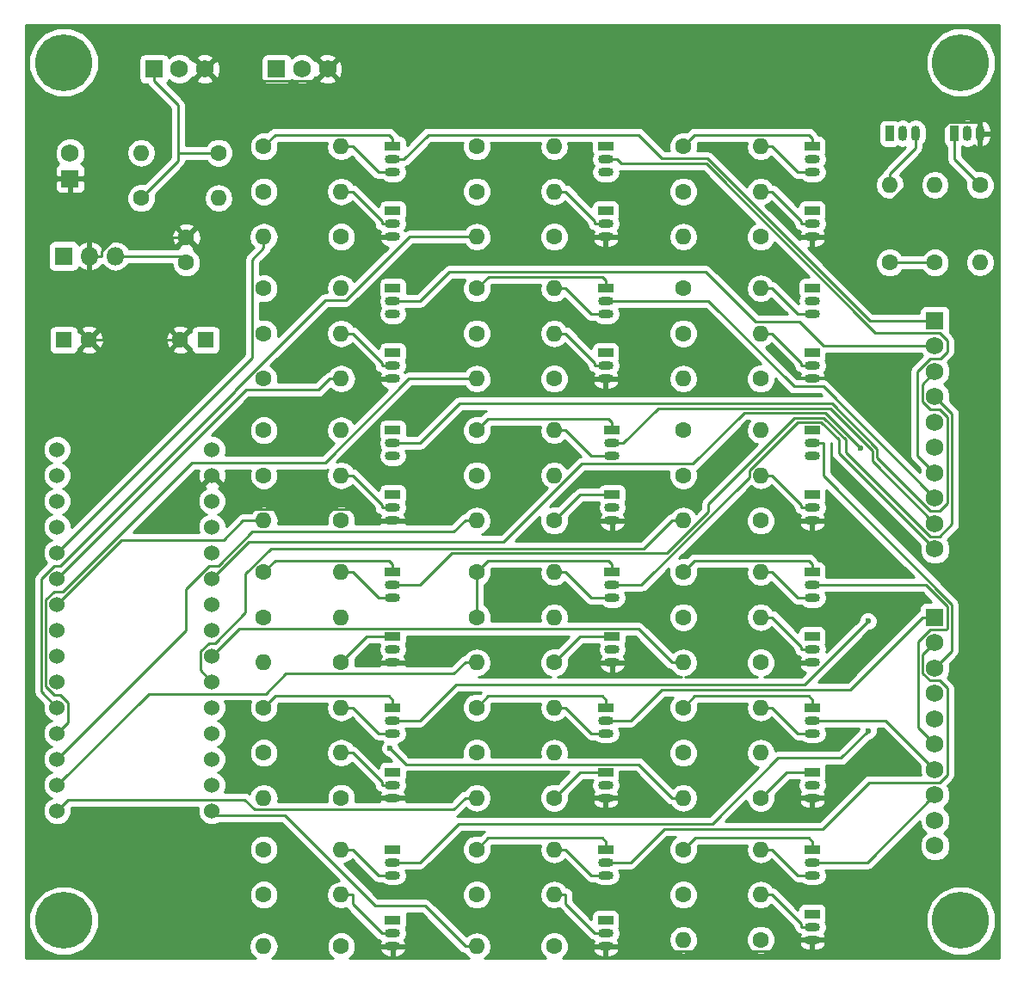
<source format=gbr>
G04 #@! TF.FileFunction,Copper,L1,Top,Signal*
%FSLAX46Y46*%
G04 Gerber Fmt 4.6, Leading zero omitted, Abs format (unit mm)*
G04 Created by KiCad (PCBNEW 4.0.7-e2-6376~61~ubuntu18.04.1) date Mon Sep  3 13:06:04 2018*
%MOMM*%
%LPD*%
G01*
G04 APERTURE LIST*
%ADD10C,0.100000*%
%ADD11C,5.600000*%
%ADD12O,1.500000X0.900000*%
%ADD13R,1.500000X0.900000*%
%ADD14C,1.600000*%
%ADD15O,1.600000X1.600000*%
%ADD16C,1.524000*%
%ADD17R,1.600000X1.600000*%
%ADD18R,1.750000X1.750000*%
%ADD19C,1.750000*%
%ADD20R,1.800000X1.800000*%
%ADD21O,1.800000X1.800000*%
%ADD22O,0.900000X1.500000*%
%ADD23R,0.900000X1.500000*%
%ADD24C,0.600000*%
%ADD25C,0.250000*%
%ADD26C,0.254000*%
G04 APERTURE END LIST*
D10*
D11*
X203200000Y-68580000D03*
X203200000Y-153035000D03*
X114935000Y-153035000D03*
D12*
X188595000Y-78105000D03*
X188595000Y-79375000D03*
D13*
X188595000Y-76835000D03*
D14*
X142240000Y-85725000D03*
D15*
X134620000Y-85725000D03*
D14*
X134620000Y-76835000D03*
D15*
X142240000Y-76835000D03*
D14*
X134620000Y-95250000D03*
D15*
X142240000Y-95250000D03*
D14*
X134620000Y-90805000D03*
D15*
X142240000Y-90805000D03*
D14*
X134620000Y-109220000D03*
D15*
X142240000Y-109220000D03*
D14*
X134620000Y-104775000D03*
D15*
X142240000Y-104775000D03*
D14*
X134620000Y-123190000D03*
D15*
X142240000Y-123190000D03*
D14*
X134620000Y-118745000D03*
D15*
X142240000Y-118745000D03*
D14*
X163195000Y-99695000D03*
D15*
X155575000Y-99695000D03*
D14*
X155575000Y-95250000D03*
D15*
X163195000Y-95250000D03*
D14*
X155575000Y-90805000D03*
D15*
X163195000Y-90805000D03*
D14*
X163195000Y-113665000D03*
D15*
X155575000Y-113665000D03*
D14*
X155575000Y-109220000D03*
D15*
X163195000Y-109220000D03*
D14*
X155575000Y-104775000D03*
D15*
X163195000Y-104775000D03*
D14*
X163195000Y-127635000D03*
D15*
X155575000Y-127635000D03*
D14*
X155575000Y-123190000D03*
D15*
X163195000Y-123190000D03*
D14*
X155575000Y-118745000D03*
D15*
X163195000Y-118745000D03*
D14*
X163195000Y-140970000D03*
D15*
X155575000Y-140970000D03*
D14*
X155575000Y-132080000D03*
D15*
X163195000Y-132080000D03*
D16*
X114300000Y-121920000D03*
X114300000Y-119380000D03*
X114300000Y-116840000D03*
X114300000Y-114300000D03*
X114300000Y-111760000D03*
X114300000Y-109220000D03*
X114300000Y-106680000D03*
X114300000Y-124460000D03*
X114300000Y-127000000D03*
X114300000Y-129540000D03*
X114300000Y-132080000D03*
X114300000Y-134620000D03*
X114300000Y-137160000D03*
X114300000Y-139700000D03*
X114300000Y-142240000D03*
X129540000Y-142240000D03*
X129540000Y-139700000D03*
X129540000Y-137160000D03*
X129540000Y-134620000D03*
X129540000Y-132080000D03*
X129540000Y-129540000D03*
X129540000Y-127000000D03*
X129540000Y-124460000D03*
X129540000Y-121920000D03*
X129540000Y-119380000D03*
X129540000Y-116840000D03*
X129540000Y-114300000D03*
X129540000Y-111760000D03*
X129540000Y-109220000D03*
X129540000Y-106680000D03*
D14*
X134620000Y-99695000D03*
D15*
X142240000Y-99695000D03*
D14*
X142240000Y-113665000D03*
D15*
X134620000Y-113665000D03*
D14*
X142240000Y-127635000D03*
D15*
X134620000Y-127635000D03*
D14*
X142240000Y-140970000D03*
D15*
X134620000Y-140970000D03*
D14*
X134620000Y-136525000D03*
D15*
X142240000Y-136525000D03*
D14*
X134620000Y-132080000D03*
D15*
X142240000Y-132080000D03*
D14*
X142240000Y-155575000D03*
D15*
X134620000Y-155575000D03*
D14*
X134620000Y-150495000D03*
D15*
X142240000Y-150495000D03*
D14*
X134620000Y-146050000D03*
D15*
X142240000Y-146050000D03*
D14*
X163195000Y-85725000D03*
D15*
X155575000Y-85725000D03*
D14*
X155575000Y-81280000D03*
D15*
X163195000Y-81280000D03*
D14*
X155575000Y-76835000D03*
D15*
X163195000Y-76835000D03*
D14*
X155575000Y-136525000D03*
D15*
X163195000Y-136525000D03*
D14*
X163195000Y-155575000D03*
D15*
X155575000Y-155575000D03*
D14*
X155575000Y-150495000D03*
D15*
X163195000Y-150495000D03*
D14*
X155575000Y-146050000D03*
D15*
X163195000Y-146050000D03*
D14*
X183515000Y-85725000D03*
D15*
X175895000Y-85725000D03*
D14*
X175895000Y-81280000D03*
D15*
X183515000Y-81280000D03*
D14*
X175895000Y-76835000D03*
D15*
X183515000Y-76835000D03*
D17*
X114935000Y-95885000D03*
D14*
X117435000Y-95885000D03*
D17*
X128905000Y-95885000D03*
D14*
X126405000Y-95885000D03*
X127000000Y-88265000D03*
X127000000Y-85765000D03*
D18*
X115570000Y-80010000D03*
D19*
X115570000Y-77510000D03*
D20*
X114935000Y-87630000D03*
D21*
X117475000Y-87630000D03*
X120015000Y-87630000D03*
D18*
X123825000Y-69215000D03*
D19*
X126325000Y-69215000D03*
X128825000Y-69215000D03*
D18*
X135890000Y-69215000D03*
D19*
X138390000Y-69215000D03*
X140890000Y-69215000D03*
D14*
X130175000Y-77470000D03*
D15*
X122555000Y-77470000D03*
D14*
X122555000Y-81915000D03*
D15*
X130175000Y-81915000D03*
D18*
X200660000Y-93980000D03*
D19*
X200660000Y-96480000D03*
X200660000Y-98980000D03*
X200660000Y-101480000D03*
X200660000Y-103980000D03*
X200660000Y-106480000D03*
X200660000Y-108980000D03*
X200660000Y-111480000D03*
X200660000Y-113980000D03*
X200660000Y-116480000D03*
D18*
X200660000Y-123190000D03*
D19*
X200660000Y-125690000D03*
X200660000Y-128190000D03*
X200660000Y-130690000D03*
X200660000Y-133190000D03*
X200660000Y-135690000D03*
X200660000Y-138190000D03*
X200660000Y-140690000D03*
X200660000Y-143190000D03*
X200660000Y-145690000D03*
D14*
X183515000Y-99695000D03*
D15*
X175895000Y-99695000D03*
D14*
X175895000Y-95250000D03*
D15*
X183515000Y-95250000D03*
D14*
X175895000Y-90805000D03*
D15*
X183515000Y-90805000D03*
D14*
X183515000Y-113665000D03*
D15*
X175895000Y-113665000D03*
D14*
X175895000Y-109220000D03*
D15*
X183515000Y-109220000D03*
D14*
X175895000Y-104775000D03*
D15*
X183515000Y-104775000D03*
D14*
X183515000Y-127635000D03*
D15*
X175895000Y-127635000D03*
D14*
X175895000Y-123190000D03*
D15*
X183515000Y-123190000D03*
D14*
X175895000Y-118745000D03*
D15*
X183515000Y-118745000D03*
D14*
X183515000Y-140970000D03*
D15*
X175895000Y-140970000D03*
D14*
X175895000Y-136525000D03*
D15*
X183515000Y-136525000D03*
D14*
X175895000Y-132080000D03*
D15*
X183515000Y-132080000D03*
D14*
X183515000Y-154940000D03*
D15*
X175895000Y-154940000D03*
D14*
X175895000Y-150495000D03*
D15*
X183515000Y-150495000D03*
D14*
X175895000Y-146050000D03*
D15*
X183515000Y-146050000D03*
D14*
X205105000Y-80645000D03*
D15*
X205105000Y-88265000D03*
D14*
X200660000Y-88265000D03*
D15*
X200660000Y-80645000D03*
D14*
X196215000Y-88265000D03*
D15*
X196215000Y-80645000D03*
D12*
X147320000Y-98425000D03*
X147320000Y-99695000D03*
D13*
X147320000Y-97155000D03*
D12*
X147320000Y-112395000D03*
X147320000Y-113665000D03*
D13*
X147320000Y-111125000D03*
D12*
X147320000Y-106045000D03*
X147320000Y-107315000D03*
D13*
X147320000Y-104775000D03*
D12*
X147320000Y-126365000D03*
X147320000Y-127635000D03*
D13*
X147320000Y-125095000D03*
D12*
X147320000Y-120015000D03*
X147320000Y-121285000D03*
D13*
X147320000Y-118745000D03*
D12*
X147320000Y-139700000D03*
X147320000Y-140970000D03*
D13*
X147320000Y-138430000D03*
D12*
X147320000Y-133350000D03*
X147320000Y-134620000D03*
D13*
X147320000Y-132080000D03*
D12*
X147320000Y-154305000D03*
X147320000Y-155575000D03*
D13*
X147320000Y-153035000D03*
D12*
X147320000Y-147320000D03*
X147320000Y-148590000D03*
D13*
X147320000Y-146050000D03*
D12*
X168275000Y-84455000D03*
X168275000Y-85725000D03*
D13*
X168275000Y-83185000D03*
D12*
X168275000Y-78105000D03*
X168275000Y-79375000D03*
D13*
X168275000Y-76835000D03*
D12*
X168275000Y-98425000D03*
X168275000Y-99695000D03*
D13*
X168275000Y-97155000D03*
D12*
X168275000Y-92075000D03*
X168275000Y-93345000D03*
D13*
X168275000Y-90805000D03*
D12*
X168910000Y-112395000D03*
X168910000Y-113665000D03*
D13*
X168910000Y-111125000D03*
D12*
X168910000Y-106045000D03*
X168910000Y-107315000D03*
D13*
X168910000Y-104775000D03*
D12*
X168910000Y-126365000D03*
X168910000Y-127635000D03*
D13*
X168910000Y-125095000D03*
D12*
X168910000Y-120015000D03*
X168910000Y-121285000D03*
D13*
X168910000Y-118745000D03*
D12*
X168275000Y-139700000D03*
X168275000Y-140970000D03*
D13*
X168275000Y-138430000D03*
D12*
X168275000Y-133350000D03*
X168275000Y-134620000D03*
D13*
X168275000Y-132080000D03*
D12*
X168275000Y-154305000D03*
X168275000Y-155575000D03*
D13*
X168275000Y-153035000D03*
D12*
X168275000Y-147320000D03*
X168275000Y-148590000D03*
D13*
X168275000Y-146050000D03*
D12*
X188595000Y-84455000D03*
X188595000Y-85725000D03*
D13*
X188595000Y-83185000D03*
D12*
X188595000Y-98425000D03*
X188595000Y-99695000D03*
D13*
X188595000Y-97155000D03*
D12*
X188595000Y-92075000D03*
X188595000Y-93345000D03*
D13*
X188595000Y-90805000D03*
D12*
X188595000Y-112395000D03*
X188595000Y-113665000D03*
D13*
X188595000Y-111125000D03*
D12*
X188595000Y-106045000D03*
X188595000Y-107315000D03*
D13*
X188595000Y-104775000D03*
D12*
X188595000Y-126365000D03*
X188595000Y-127635000D03*
D13*
X188595000Y-125095000D03*
D12*
X188595000Y-120015000D03*
X188595000Y-121285000D03*
D13*
X188595000Y-118745000D03*
D12*
X188595000Y-139700000D03*
X188595000Y-140970000D03*
D13*
X188595000Y-138430000D03*
D12*
X188595000Y-133350000D03*
X188595000Y-134620000D03*
D13*
X188595000Y-132080000D03*
D12*
X188595000Y-153670000D03*
X188595000Y-154940000D03*
D13*
X188595000Y-152400000D03*
D12*
X188595000Y-147320000D03*
X188595000Y-148590000D03*
D13*
X188595000Y-146050000D03*
D22*
X203835000Y-75565000D03*
X205105000Y-75565000D03*
D23*
X202565000Y-75565000D03*
D22*
X197485000Y-75565000D03*
X198755000Y-75565000D03*
D23*
X196215000Y-75565000D03*
D12*
X147320000Y-92075000D03*
X147320000Y-93345000D03*
D13*
X147320000Y-90805000D03*
D12*
X147320000Y-84455000D03*
X147320000Y-85725000D03*
D13*
X147320000Y-83185000D03*
D12*
X147320000Y-78105000D03*
X147320000Y-79375000D03*
D13*
X147320000Y-76835000D03*
D14*
X134620000Y-81280000D03*
D15*
X142240000Y-81280000D03*
D11*
X114935000Y-68580000D03*
D24*
X194068100Y-123578100D03*
X194094200Y-134370300D03*
X147038300Y-136093400D03*
X193337600Y-106506500D03*
D25*
X117435000Y-95885000D02*
X126405000Y-95885000D01*
X118700300Y-87170500D02*
X118700300Y-87630000D01*
X120105800Y-85765000D02*
X118700300Y-87170500D01*
X127000000Y-85765000D02*
X120105800Y-85765000D01*
X117475000Y-87630000D02*
X118700300Y-87630000D01*
X130025400Y-70415400D02*
X128825000Y-69215000D01*
X139689600Y-70415400D02*
X130025400Y-70415400D01*
X140890000Y-69215000D02*
X139689600Y-70415400D01*
X145417400Y-113665000D02*
X147320000Y-113665000D01*
X144279500Y-112527100D02*
X145417400Y-113665000D01*
X132847100Y-112527100D02*
X144279500Y-112527100D01*
X129540000Y-109220000D02*
X132847100Y-112527100D01*
X201967900Y-74489700D02*
X205105000Y-74489700D01*
X200498900Y-75958700D02*
X201967900Y-74489700D01*
X200498900Y-77965500D02*
X200498900Y-75958700D01*
X192739400Y-85725000D02*
X200498900Y-77965500D01*
X188595000Y-85725000D02*
X192739400Y-85725000D01*
X205105000Y-75565000D02*
X205105000Y-74489700D01*
X169870500Y-156095200D02*
X169350300Y-155575000D01*
X188215100Y-156095200D02*
X169870500Y-156095200D01*
X188595000Y-155715300D02*
X188215100Y-156095200D01*
X188595000Y-154940000D02*
X188595000Y-155715300D01*
X168275000Y-155575000D02*
X169350300Y-155575000D01*
X123825000Y-69215000D02*
X123825000Y-70415300D01*
X126207000Y-77470000D02*
X130175000Y-77470000D01*
X126207000Y-78263000D02*
X126207000Y-77470000D01*
X122555000Y-81915000D02*
X126207000Y-78263000D01*
X126207000Y-72797300D02*
X123825000Y-70415300D01*
X126207000Y-77470000D02*
X126207000Y-72797300D01*
X126365000Y-87630000D02*
X127000000Y-88265000D01*
X120015000Y-87630000D02*
X126365000Y-87630000D01*
X147320000Y-78105000D02*
X148395300Y-78105000D01*
X150813100Y-75687200D02*
X148395300Y-78105000D01*
X171481200Y-75687200D02*
X150813100Y-75687200D01*
X173822400Y-78028400D02*
X171481200Y-75687200D01*
X178295300Y-78028400D02*
X173822400Y-78028400D01*
X194246900Y-93980000D02*
X178295300Y-78028400D01*
X200660000Y-93980000D02*
X194246900Y-93980000D01*
X149978000Y-92075000D02*
X147320000Y-92075000D01*
X152864100Y-89188900D02*
X149978000Y-92075000D01*
X178090800Y-89188900D02*
X152864100Y-89188900D01*
X183026500Y-94124600D02*
X178090800Y-89188900D01*
X187323000Y-94124600D02*
X183026500Y-94124600D01*
X189678400Y-96480000D02*
X187323000Y-94124600D01*
X200660000Y-96480000D02*
X189678400Y-96480000D01*
X199402900Y-100237100D02*
X200660000Y-98980000D01*
X199402900Y-101930500D02*
X199402900Y-100237100D01*
X200202400Y-102730000D02*
X199402900Y-101930500D01*
X201139300Y-102730000D02*
X200202400Y-102730000D01*
X201898100Y-103488800D02*
X201139300Y-102730000D01*
X201898100Y-111942900D02*
X201898100Y-103488800D01*
X201111000Y-112730000D02*
X201898100Y-111942900D01*
X200204900Y-112730000D02*
X201111000Y-112730000D01*
X194942400Y-107467500D02*
X200204900Y-112730000D01*
X194942400Y-106589800D02*
X194942400Y-107467500D01*
X190504300Y-102151700D02*
X194942400Y-106589800D01*
X153871300Y-102151700D02*
X190504300Y-102151700D01*
X149978000Y-106045000D02*
X153871300Y-102151700D01*
X147320000Y-106045000D02*
X149978000Y-106045000D01*
X149977800Y-120015000D02*
X147320000Y-120015000D01*
X153122600Y-116870200D02*
X149977800Y-120015000D01*
X174281400Y-116870200D02*
X153122600Y-116870200D01*
X178381400Y-112770200D02*
X174281400Y-116870200D01*
X178381400Y-112007000D02*
X178381400Y-112770200D01*
X186853500Y-103534900D02*
X178381400Y-112007000D01*
X189669500Y-103534900D02*
X186853500Y-103534900D01*
X191869200Y-105734600D02*
X189669500Y-103534900D01*
X191869200Y-106925300D02*
X191869200Y-105734600D01*
X200173900Y-115230000D02*
X191869200Y-106925300D01*
X201129900Y-115230000D02*
X200173900Y-115230000D01*
X202348500Y-114011400D02*
X201129900Y-115230000D01*
X202348500Y-103168500D02*
X202348500Y-114011400D01*
X200660000Y-101480000D02*
X202348500Y-103168500D01*
X149977900Y-133350000D02*
X147320000Y-133350000D01*
X153524900Y-129803000D02*
X149977900Y-133350000D01*
X187843200Y-129803000D02*
X153524900Y-129803000D01*
X194068100Y-123578100D02*
X187843200Y-129803000D01*
X149978000Y-147320000D02*
X147320000Y-147320000D01*
X153788000Y-143510000D02*
X149978000Y-147320000D01*
X178746700Y-143510000D02*
X153788000Y-143510000D01*
X185205600Y-137051100D02*
X178746700Y-143510000D01*
X191413400Y-137051100D02*
X185205600Y-137051100D01*
X194094200Y-134370300D02*
X191413400Y-137051100D01*
X169793300Y-78548000D02*
X169350300Y-78105000D01*
X178178000Y-78548000D02*
X169793300Y-78548000D01*
X194810400Y-95180400D02*
X178178000Y-78548000D01*
X201107700Y-95180400D02*
X194810400Y-95180400D01*
X201889600Y-95962300D02*
X201107700Y-95180400D01*
X201889600Y-97025000D02*
X201889600Y-95962300D01*
X201184600Y-97730000D02*
X201889600Y-97025000D01*
X200202400Y-97730000D02*
X201184600Y-97730000D01*
X198943000Y-98989400D02*
X200202400Y-97730000D01*
X198943000Y-107263000D02*
X198943000Y-98989400D01*
X200660000Y-108980000D02*
X198943000Y-107263000D01*
X168275000Y-78105000D02*
X169350300Y-78105000D01*
X178390900Y-92075000D02*
X168275000Y-92075000D01*
X186795800Y-100479900D02*
X178390900Y-92075000D01*
X189659900Y-100479900D02*
X186795800Y-100479900D01*
X200660000Y-111480000D02*
X189659900Y-100479900D01*
X168910000Y-106045000D02*
X169985300Y-106045000D01*
X194492100Y-107812100D02*
X200660000Y-113980000D01*
X194492100Y-106776500D02*
X194492100Y-107812100D01*
X190336000Y-102620400D02*
X194492100Y-106776500D01*
X173409900Y-102620400D02*
X190336000Y-102620400D01*
X169985300Y-106045000D02*
X173409900Y-102620400D01*
X171773500Y-120015000D02*
X168910000Y-120015000D01*
X182389600Y-109398900D02*
X171773500Y-120015000D01*
X182389600Y-108723600D02*
X182389600Y-109398900D01*
X187127800Y-103985400D02*
X182389600Y-108723600D01*
X189475200Y-103985400D02*
X187127800Y-103985400D01*
X191193900Y-105704100D02*
X189475200Y-103985400D01*
X191193900Y-107013900D02*
X191193900Y-105704100D01*
X200660000Y-116480000D02*
X191193900Y-107013900D01*
X170721300Y-133350000D02*
X168275000Y-133350000D01*
X173763400Y-130307900D02*
X170721300Y-133350000D01*
X192341800Y-130307900D02*
X173763400Y-130307900D01*
X199459700Y-123190000D02*
X192341800Y-130307900D01*
X200660000Y-123190000D02*
X199459700Y-123190000D01*
X170721300Y-147320000D02*
X168275000Y-147320000D01*
X173995900Y-144045400D02*
X170721300Y-147320000D01*
X189573600Y-144045400D02*
X173995900Y-144045400D01*
X194179000Y-139440000D02*
X189573600Y-144045400D01*
X201146700Y-139440000D02*
X194179000Y-139440000D01*
X201868500Y-138718200D02*
X201146700Y-139440000D01*
X201868500Y-130173400D02*
X201868500Y-138718200D01*
X201135100Y-129440000D02*
X201868500Y-130173400D01*
X200202400Y-129440000D02*
X201135100Y-129440000D01*
X199459700Y-128697300D02*
X200202400Y-129440000D01*
X199459700Y-126890300D02*
X199459700Y-128697300D01*
X200660000Y-125690000D02*
X199459700Y-126890300D01*
X189670300Y-109263500D02*
X189670300Y-106045000D01*
X202319200Y-121912400D02*
X189670300Y-109263500D01*
X202319200Y-126530800D02*
X202319200Y-121912400D01*
X200660000Y-128190000D02*
X202319200Y-126530800D01*
X188595000Y-106045000D02*
X189670300Y-106045000D01*
X133494700Y-87975600D02*
X134620000Y-86850300D01*
X133494700Y-97645300D02*
X133494700Y-87975600D01*
X114300000Y-116840000D02*
X133494700Y-97645300D01*
X134620000Y-85725000D02*
X134620000Y-86850300D01*
X146945400Y-75685100D02*
X147320000Y-76059700D01*
X135769900Y-75685100D02*
X146945400Y-75685100D01*
X134620000Y-76835000D02*
X135769900Y-75685100D01*
X147320000Y-76835000D02*
X147320000Y-76059700D01*
X139989400Y-100820300D02*
X141114700Y-99695000D01*
X132859700Y-100820300D02*
X139989400Y-100820300D01*
X114300000Y-119380000D02*
X132859700Y-100820300D01*
X142240000Y-99695000D02*
X141114700Y-99695000D01*
X132575800Y-113665000D02*
X134620000Y-113665000D01*
X130670800Y-115570000D02*
X132575800Y-113665000D01*
X120650000Y-115570000D02*
X130670800Y-115570000D01*
X114300000Y-121920000D02*
X120650000Y-115570000D01*
X148960500Y-85725000D02*
X155575000Y-85725000D01*
X142704600Y-91980900D02*
X148960500Y-85725000D01*
X140659600Y-91980900D02*
X142704600Y-91980900D01*
X131814800Y-100825700D02*
X140659600Y-91980900D01*
X131814800Y-100911700D02*
X131814800Y-100825700D01*
X114616500Y-118110000D02*
X131814800Y-100911700D01*
X114029800Y-118110000D02*
X114616500Y-118110000D01*
X112737300Y-119402500D02*
X114029800Y-118110000D01*
X112737300Y-130517300D02*
X112737300Y-119402500D01*
X114300000Y-132080000D02*
X112737300Y-130517300D01*
X148911600Y-99695000D02*
X155575000Y-99695000D01*
X140656600Y-107950000D02*
X148911600Y-99695000D01*
X127594300Y-107950000D02*
X140656600Y-107950000D01*
X114894300Y-120650000D02*
X127594300Y-107950000D01*
X113968400Y-120650000D02*
X114894300Y-120650000D01*
X113199000Y-121419400D02*
X113968400Y-120650000D01*
X113199000Y-130000900D02*
X113199000Y-121419400D01*
X114008100Y-130810000D02*
X113199000Y-130000900D01*
X114576900Y-130810000D02*
X114008100Y-130810000D01*
X115387400Y-131620500D02*
X114576900Y-130810000D01*
X115387400Y-133532600D02*
X115387400Y-131620500D01*
X114300000Y-134620000D02*
X115387400Y-133532600D01*
X153324400Y-114790300D02*
X154449700Y-113665000D01*
X133492800Y-114790300D02*
X153324400Y-114790300D01*
X130173100Y-118110000D02*
X133492800Y-114790300D01*
X129270600Y-118110000D02*
X130173100Y-118110000D01*
X126997800Y-120382800D02*
X129270600Y-118110000D01*
X126997800Y-124462200D02*
X126997800Y-120382800D01*
X114300000Y-137160000D02*
X126997800Y-124462200D01*
X155575000Y-113665000D02*
X154449700Y-113665000D01*
X153324400Y-128760300D02*
X154449700Y-127635000D01*
X136798500Y-128760300D02*
X153324400Y-128760300D01*
X134845200Y-130713600D02*
X136798500Y-128760300D01*
X123286400Y-130713600D02*
X134845200Y-130713600D01*
X114300000Y-139700000D02*
X123286400Y-130713600D01*
X155575000Y-127635000D02*
X154449700Y-127635000D01*
X153324400Y-142095300D02*
X154449700Y-140970000D01*
X133706700Y-142095300D02*
X153324400Y-142095300D01*
X132754600Y-141143200D02*
X133706700Y-142095300D01*
X115396800Y-141143200D02*
X132754600Y-141143200D01*
X114300000Y-142240000D02*
X115396800Y-141143200D01*
X155575000Y-140970000D02*
X154449700Y-140970000D01*
X155575000Y-155575000D02*
X154449700Y-155575000D01*
X150495100Y-151620400D02*
X154449700Y-155575000D01*
X145620400Y-151620400D02*
X150495100Y-151620400D01*
X136690300Y-142690300D02*
X145620400Y-151620400D01*
X129990300Y-142690300D02*
X136690300Y-142690300D01*
X129540000Y-142240000D02*
X129990300Y-142690300D01*
X146244700Y-84159400D02*
X146244700Y-84455000D01*
X143365300Y-81280000D02*
X146244700Y-84159400D01*
X142240000Y-81280000D02*
X143365300Y-81280000D01*
X147320000Y-84455000D02*
X146244700Y-84455000D01*
X145905300Y-79375000D02*
X147320000Y-79375000D01*
X143365300Y-76835000D02*
X145905300Y-79375000D01*
X142240000Y-76835000D02*
X143365300Y-76835000D01*
X146244700Y-98129400D02*
X146244700Y-98425000D01*
X143365300Y-95250000D02*
X146244700Y-98129400D01*
X142240000Y-95250000D02*
X143365300Y-95250000D01*
X147320000Y-98425000D02*
X146244700Y-98425000D01*
X146244700Y-112099400D02*
X146244700Y-112395000D01*
X143365300Y-109220000D02*
X146244700Y-112099400D01*
X142240000Y-109220000D02*
X143365300Y-109220000D01*
X147320000Y-112395000D02*
X146244700Y-112395000D01*
X144780000Y-125095000D02*
X147320000Y-125095000D01*
X142240000Y-127635000D02*
X144780000Y-125095000D01*
X147320000Y-118745000D02*
X147320000Y-117969700D01*
X146962500Y-117612200D02*
X147320000Y-117969700D01*
X135752800Y-117612200D02*
X146962500Y-117612200D01*
X134620000Y-118745000D02*
X135752800Y-117612200D01*
X145905300Y-121285000D02*
X147320000Y-121285000D01*
X143365300Y-118745000D02*
X145905300Y-121285000D01*
X142240000Y-118745000D02*
X143365300Y-118745000D01*
X146954000Y-130938700D02*
X147320000Y-131304700D01*
X135761300Y-130938700D02*
X146954000Y-130938700D01*
X134620000Y-132080000D02*
X135761300Y-130938700D01*
X147320000Y-132080000D02*
X147320000Y-131304700D01*
X146244700Y-139404400D02*
X146244700Y-139700000D01*
X143365300Y-136525000D02*
X146244700Y-139404400D01*
X142240000Y-136525000D02*
X143365300Y-136525000D01*
X147320000Y-139700000D02*
X146244700Y-139700000D01*
X145905300Y-134620000D02*
X147320000Y-134620000D01*
X143365300Y-132080000D02*
X145905300Y-134620000D01*
X142240000Y-132080000D02*
X143365300Y-132080000D01*
X143365300Y-151425600D02*
X146244700Y-154305000D01*
X143365300Y-150495000D02*
X143365300Y-151425600D01*
X142240000Y-150495000D02*
X143365300Y-150495000D01*
X147320000Y-154305000D02*
X146244700Y-154305000D01*
X145905300Y-148590000D02*
X147320000Y-148590000D01*
X143365300Y-146050000D02*
X145905300Y-148590000D01*
X142240000Y-146050000D02*
X143365300Y-146050000D01*
X167199700Y-84159400D02*
X167199700Y-84455000D01*
X164320300Y-81280000D02*
X167199700Y-84159400D01*
X163195000Y-81280000D02*
X164320300Y-81280000D01*
X168275000Y-84455000D02*
X167199700Y-84455000D01*
X167899500Y-89654200D02*
X168275000Y-90029700D01*
X156725800Y-89654200D02*
X167899500Y-89654200D01*
X155575000Y-90805000D02*
X156725800Y-89654200D01*
X168275000Y-90805000D02*
X168275000Y-90029700D01*
X167199700Y-98129400D02*
X167199700Y-98425000D01*
X164320300Y-95250000D02*
X167199700Y-98129400D01*
X163195000Y-95250000D02*
X164320300Y-95250000D01*
X168275000Y-98425000D02*
X167199700Y-98425000D01*
X166860300Y-93345000D02*
X168275000Y-93345000D01*
X164320300Y-90805000D02*
X166860300Y-93345000D01*
X163195000Y-90805000D02*
X164320300Y-90805000D01*
X165735000Y-111125000D02*
X168910000Y-111125000D01*
X163195000Y-113665000D02*
X165735000Y-111125000D01*
X168546700Y-103636400D02*
X168910000Y-103999700D01*
X156713600Y-103636400D02*
X168546700Y-103636400D01*
X155575000Y-104775000D02*
X156713600Y-103636400D01*
X168910000Y-104775000D02*
X168910000Y-103999700D01*
X166860300Y-107315000D02*
X168910000Y-107315000D01*
X164320300Y-104775000D02*
X166860300Y-107315000D01*
X163195000Y-104775000D02*
X164320300Y-104775000D01*
X165735000Y-125095000D02*
X168910000Y-125095000D01*
X163195000Y-127635000D02*
X165735000Y-125095000D01*
X168910000Y-118745000D02*
X168910000Y-117969700D01*
X156700300Y-117619700D02*
X155575000Y-118745000D01*
X168560000Y-117619700D02*
X156700300Y-117619700D01*
X168910000Y-117969700D02*
X168560000Y-117619700D01*
X155575000Y-118745000D02*
X155575000Y-123190000D01*
X166860300Y-121285000D02*
X168910000Y-121285000D01*
X164320300Y-118745000D02*
X166860300Y-121285000D01*
X163195000Y-118745000D02*
X164320300Y-118745000D01*
X165735000Y-138430000D02*
X168275000Y-138430000D01*
X163195000Y-140970000D02*
X165735000Y-138430000D01*
X167921200Y-130950900D02*
X168275000Y-131304700D01*
X156704100Y-130950900D02*
X167921200Y-130950900D01*
X155575000Y-132080000D02*
X156704100Y-130950900D01*
X168275000Y-132080000D02*
X168275000Y-131304700D01*
X166860300Y-134620000D02*
X168275000Y-134620000D01*
X164320300Y-132080000D02*
X166860300Y-134620000D01*
X163195000Y-132080000D02*
X164320300Y-132080000D01*
X167913400Y-144913100D02*
X168275000Y-145274700D01*
X156711900Y-144913100D02*
X167913400Y-144913100D01*
X155575000Y-146050000D02*
X156711900Y-144913100D01*
X168275000Y-146050000D02*
X168275000Y-145274700D01*
X164320300Y-151425600D02*
X167199700Y-154305000D01*
X164320300Y-150495000D02*
X164320300Y-151425600D01*
X163195000Y-150495000D02*
X164320300Y-150495000D01*
X168275000Y-154305000D02*
X167199700Y-154305000D01*
X166860300Y-148590000D02*
X168275000Y-148590000D01*
X164320300Y-146050000D02*
X166860300Y-148590000D01*
X163195000Y-146050000D02*
X164320300Y-146050000D01*
X188237000Y-75701700D02*
X188595000Y-76059700D01*
X177028300Y-75701700D02*
X188237000Y-75701700D01*
X175895000Y-76835000D02*
X177028300Y-75701700D01*
X188595000Y-76835000D02*
X188595000Y-76059700D01*
X187519700Y-84159400D02*
X187519700Y-84455000D01*
X184640300Y-81280000D02*
X187519700Y-84159400D01*
X183515000Y-81280000D02*
X184640300Y-81280000D01*
X188595000Y-84455000D02*
X187519700Y-84455000D01*
X187180300Y-79375000D02*
X188595000Y-79375000D01*
X184640300Y-76835000D02*
X187180300Y-79375000D01*
X183515000Y-76835000D02*
X184640300Y-76835000D01*
X187519700Y-98129400D02*
X187519700Y-98425000D01*
X184640300Y-95250000D02*
X187519700Y-98129400D01*
X183515000Y-95250000D02*
X184640300Y-95250000D01*
X188595000Y-98425000D02*
X187519700Y-98425000D01*
X183515000Y-90805000D02*
X184640300Y-90805000D01*
X187180300Y-93345000D02*
X184640300Y-90805000D01*
X188595000Y-93345000D02*
X187180300Y-93345000D01*
X172014900Y-116419800D02*
X174769700Y-113665000D01*
X135334800Y-116419800D02*
X172014900Y-116419800D01*
X132820300Y-118934300D02*
X135334800Y-116419800D01*
X132820300Y-122728200D02*
X132820300Y-118934300D01*
X129818500Y-125730000D02*
X132820300Y-122728200D01*
X129225400Y-125730000D02*
X129818500Y-125730000D01*
X128409800Y-126545600D02*
X129225400Y-125730000D01*
X128409800Y-128409800D02*
X128409800Y-126545600D01*
X129540000Y-129540000D02*
X128409800Y-128409800D01*
X175895000Y-113665000D02*
X174769700Y-113665000D01*
X187519700Y-112099400D02*
X187519700Y-112395000D01*
X184640300Y-109220000D02*
X187519700Y-112099400D01*
X183515000Y-109220000D02*
X184640300Y-109220000D01*
X188595000Y-112395000D02*
X187519700Y-112395000D01*
X171454300Y-124319600D02*
X174769700Y-127635000D01*
X132220400Y-124319600D02*
X171454300Y-124319600D01*
X129540000Y-127000000D02*
X132220400Y-124319600D01*
X175895000Y-127635000D02*
X174769700Y-127635000D01*
X188228500Y-117603200D02*
X188595000Y-117969700D01*
X177036800Y-117603200D02*
X188228500Y-117603200D01*
X175895000Y-118745000D02*
X177036800Y-117603200D01*
X188595000Y-118745000D02*
X188595000Y-117969700D01*
X187519700Y-126069400D02*
X187519700Y-126365000D01*
X184640300Y-123190000D02*
X187519700Y-126069400D01*
X183515000Y-123190000D02*
X184640300Y-123190000D01*
X188595000Y-126365000D02*
X187519700Y-126365000D01*
X187180300Y-121285000D02*
X188595000Y-121285000D01*
X184640300Y-118745000D02*
X187180300Y-121285000D01*
X183515000Y-118745000D02*
X184640300Y-118745000D01*
X186055000Y-138430000D02*
X188595000Y-138430000D01*
X183515000Y-140970000D02*
X186055000Y-138430000D01*
X171454300Y-137654600D02*
X174769700Y-140970000D01*
X148599500Y-137654600D02*
X171454300Y-137654600D01*
X147038300Y-136093400D02*
X148599500Y-137654600D01*
X175895000Y-140970000D02*
X174769700Y-140970000D01*
X188595000Y-132080000D02*
X188595000Y-131304700D01*
X188245000Y-130954700D02*
X188595000Y-131304700D01*
X177020300Y-130954700D02*
X188245000Y-130954700D01*
X175895000Y-132080000D02*
X177020300Y-130954700D01*
X187180300Y-134620000D02*
X188595000Y-134620000D01*
X184640300Y-132080000D02*
X187180300Y-134620000D01*
X183515000Y-132080000D02*
X184640300Y-132080000D01*
X188219700Y-144899400D02*
X188595000Y-145274700D01*
X177045600Y-144899400D02*
X188219700Y-144899400D01*
X175895000Y-146050000D02*
X177045600Y-144899400D01*
X188595000Y-146050000D02*
X188595000Y-145274700D01*
X187519700Y-153374400D02*
X187519700Y-153670000D01*
X184640300Y-150495000D02*
X187519700Y-153374400D01*
X183515000Y-150495000D02*
X184640300Y-150495000D01*
X188595000Y-153670000D02*
X187519700Y-153670000D01*
X187180300Y-148590000D02*
X188595000Y-148590000D01*
X184640300Y-146050000D02*
X187180300Y-148590000D01*
X183515000Y-146050000D02*
X184640300Y-146050000D01*
X202565000Y-78105000D02*
X202565000Y-75565000D01*
X205105000Y-80645000D02*
X202565000Y-78105000D01*
X189901900Y-103070800D02*
X193337600Y-106506500D01*
X181889700Y-103070800D02*
X189901900Y-103070800D01*
X176865900Y-108094600D02*
X181889700Y-103070800D01*
X165912000Y-108094600D02*
X176865900Y-108094600D01*
X158242300Y-115764300D02*
X165912000Y-108094600D01*
X133155700Y-115764300D02*
X158242300Y-115764300D01*
X129540000Y-119380000D02*
X133155700Y-115764300D01*
X196215000Y-88265000D02*
X200660000Y-88265000D01*
X198755000Y-76979700D02*
X198755000Y-75565000D01*
X196215000Y-79519700D02*
X198755000Y-76979700D01*
X196215000Y-80645000D02*
X196215000Y-79519700D01*
X199009300Y-134039300D02*
X200660000Y-135690000D01*
X199009300Y-125597800D02*
X199009300Y-134039300D01*
X200216700Y-124390400D02*
X199009300Y-125597800D01*
X201757700Y-124390400D02*
X200216700Y-124390400D01*
X201860400Y-124287700D02*
X201757700Y-124390400D01*
X201860400Y-122133200D02*
X201860400Y-124287700D01*
X199742200Y-120015000D02*
X201860400Y-122133200D01*
X188595000Y-120015000D02*
X199742200Y-120015000D01*
X188595000Y-133350000D02*
X189670300Y-133350000D01*
X195820000Y-133350000D02*
X189670300Y-133350000D01*
X200660000Y-138190000D02*
X195820000Y-133350000D01*
X194030000Y-147320000D02*
X188595000Y-147320000D01*
X200660000Y-140690000D02*
X194030000Y-147320000D01*
D26*
G36*
X206935000Y-156770000D02*
X164029082Y-156770000D01*
X164410824Y-156388923D01*
X164626714Y-155869001D01*
X166930592Y-155869001D01*
X167117987Y-156252408D01*
X167442456Y-156528808D01*
X167848000Y-156660000D01*
X168148000Y-156660000D01*
X168148000Y-155702000D01*
X168402000Y-155702000D01*
X168402000Y-156660000D01*
X168702000Y-156660000D01*
X169107544Y-156528808D01*
X169432013Y-156252408D01*
X169619408Y-155869001D01*
X169492502Y-155702000D01*
X168402000Y-155702000D01*
X168148000Y-155702000D01*
X167057498Y-155702000D01*
X166930592Y-155869001D01*
X164626714Y-155869001D01*
X164629750Y-155861691D01*
X164630248Y-155290813D01*
X164412243Y-154763200D01*
X164008923Y-154359176D01*
X163481691Y-154140250D01*
X162910813Y-154139752D01*
X162383200Y-154357757D01*
X161979176Y-154761077D01*
X161760250Y-155288309D01*
X161759752Y-155859187D01*
X161977757Y-156386800D01*
X162360289Y-156770000D01*
X156347970Y-156770000D01*
X156617811Y-156589698D01*
X156928880Y-156124151D01*
X157038113Y-155575000D01*
X156928880Y-155025849D01*
X156617811Y-154560302D01*
X156152264Y-154249233D01*
X155603113Y-154140000D01*
X155546887Y-154140000D01*
X154997736Y-154249233D01*
X154532189Y-154560302D01*
X154523223Y-154573721D01*
X151032501Y-151082999D01*
X150785939Y-150918252D01*
X150495100Y-150860400D01*
X145935202Y-150860400D01*
X145853989Y-150779187D01*
X154139752Y-150779187D01*
X154357757Y-151306800D01*
X154761077Y-151710824D01*
X155288309Y-151929750D01*
X155859187Y-151930248D01*
X156386800Y-151712243D01*
X156790824Y-151308923D01*
X157009750Y-150781691D01*
X157010000Y-150495000D01*
X161731887Y-150495000D01*
X161841120Y-151044151D01*
X162152189Y-151509698D01*
X162617736Y-151820767D01*
X163166887Y-151930000D01*
X163223113Y-151930000D01*
X163697763Y-151835586D01*
X163782899Y-151963001D01*
X166662299Y-154842401D01*
X166908861Y-155007148D01*
X167050655Y-155035353D01*
X166930592Y-155280999D01*
X167057498Y-155448000D01*
X168148000Y-155448000D01*
X168148000Y-155428000D01*
X168402000Y-155428000D01*
X168402000Y-155448000D01*
X169492502Y-155448000D01*
X169619408Y-155280999D01*
X169454830Y-154944274D01*
X169457685Y-154940000D01*
X174431887Y-154940000D01*
X174541120Y-155489151D01*
X174852189Y-155954698D01*
X175317736Y-156265767D01*
X175866887Y-156375000D01*
X175923113Y-156375000D01*
X176472264Y-156265767D01*
X176937811Y-155954698D01*
X177248880Y-155489151D01*
X177301584Y-155224187D01*
X182079752Y-155224187D01*
X182297757Y-155751800D01*
X182701077Y-156155824D01*
X183228309Y-156374750D01*
X183799187Y-156375248D01*
X184326800Y-156157243D01*
X184730824Y-155753923D01*
X184946714Y-155234001D01*
X187250592Y-155234001D01*
X187437987Y-155617408D01*
X187762456Y-155893808D01*
X188168000Y-156025000D01*
X188468000Y-156025000D01*
X188468000Y-155067000D01*
X188722000Y-155067000D01*
X188722000Y-156025000D01*
X189022000Y-156025000D01*
X189427544Y-155893808D01*
X189752013Y-155617408D01*
X189939408Y-155234001D01*
X189812502Y-155067000D01*
X188722000Y-155067000D01*
X188468000Y-155067000D01*
X187377498Y-155067000D01*
X187250592Y-155234001D01*
X184946714Y-155234001D01*
X184949750Y-155226691D01*
X184950248Y-154655813D01*
X184732243Y-154128200D01*
X184328923Y-153724176D01*
X183801691Y-153505250D01*
X183230813Y-153504752D01*
X182703200Y-153722757D01*
X182299176Y-154126077D01*
X182080250Y-154653309D01*
X182079752Y-155224187D01*
X177301584Y-155224187D01*
X177358113Y-154940000D01*
X177248880Y-154390849D01*
X176937811Y-153925302D01*
X176472264Y-153614233D01*
X175923113Y-153505000D01*
X175866887Y-153505000D01*
X175317736Y-153614233D01*
X174852189Y-153925302D01*
X174541120Y-154390849D01*
X174431887Y-154940000D01*
X169457685Y-154940000D01*
X169604543Y-154720212D01*
X169687134Y-154305000D01*
X169604543Y-153889788D01*
X169561241Y-153824981D01*
X169621431Y-153736890D01*
X169672440Y-153485000D01*
X169672440Y-152585000D01*
X169628162Y-152349683D01*
X169489090Y-152133559D01*
X169276890Y-151988569D01*
X169025000Y-151937560D01*
X167525000Y-151937560D01*
X167289683Y-151981838D01*
X167073559Y-152120910D01*
X166928569Y-152333110D01*
X166877560Y-152585000D01*
X166877560Y-152908058D01*
X165080300Y-151110798D01*
X165080300Y-150779187D01*
X174459752Y-150779187D01*
X174677757Y-151306800D01*
X175081077Y-151710824D01*
X175608309Y-151929750D01*
X176179187Y-151930248D01*
X176706800Y-151712243D01*
X177110824Y-151308923D01*
X177329750Y-150781691D01*
X177330000Y-150495000D01*
X182051887Y-150495000D01*
X182161120Y-151044151D01*
X182472189Y-151509698D01*
X182937736Y-151820767D01*
X183486887Y-151930000D01*
X183543113Y-151930000D01*
X184092264Y-151820767D01*
X184557811Y-151509698D01*
X184566777Y-151496279D01*
X186764468Y-153693970D01*
X186817552Y-153960839D01*
X186982299Y-154207401D01*
X187228861Y-154372148D01*
X187370655Y-154400353D01*
X187250592Y-154645999D01*
X187377498Y-154813000D01*
X188468000Y-154813000D01*
X188468000Y-154793000D01*
X188722000Y-154793000D01*
X188722000Y-154813000D01*
X189812502Y-154813000D01*
X189939408Y-154645999D01*
X189774830Y-154309274D01*
X189924543Y-154085212D01*
X189998130Y-153715266D01*
X199764405Y-153715266D01*
X200286250Y-154978229D01*
X201251688Y-155945354D01*
X202513739Y-156469403D01*
X203880266Y-156470595D01*
X205143229Y-155948750D01*
X206110354Y-154983312D01*
X206634403Y-153721261D01*
X206635595Y-152354734D01*
X206113750Y-151091771D01*
X205148312Y-150124646D01*
X203886261Y-149600597D01*
X202519734Y-149599405D01*
X201256771Y-150121250D01*
X200289646Y-151086688D01*
X199765597Y-152348739D01*
X199764405Y-153715266D01*
X189998130Y-153715266D01*
X190007134Y-153670000D01*
X189924543Y-153254788D01*
X189881241Y-153189981D01*
X189941431Y-153101890D01*
X189992440Y-152850000D01*
X189992440Y-151950000D01*
X189948162Y-151714683D01*
X189809090Y-151498559D01*
X189596890Y-151353569D01*
X189345000Y-151302560D01*
X187845000Y-151302560D01*
X187609683Y-151346838D01*
X187393559Y-151485910D01*
X187248569Y-151698110D01*
X187197560Y-151950000D01*
X187197560Y-151977458D01*
X185177701Y-149957599D01*
X184931139Y-149792852D01*
X184741437Y-149755118D01*
X184557811Y-149480302D01*
X184092264Y-149169233D01*
X183543113Y-149060000D01*
X183486887Y-149060000D01*
X182937736Y-149169233D01*
X182472189Y-149480302D01*
X182161120Y-149945849D01*
X182051887Y-150495000D01*
X177330000Y-150495000D01*
X177330248Y-150210813D01*
X177112243Y-149683200D01*
X176708923Y-149279176D01*
X176181691Y-149060250D01*
X175610813Y-149059752D01*
X175083200Y-149277757D01*
X174679176Y-149681077D01*
X174460250Y-150208309D01*
X174459752Y-150779187D01*
X165080300Y-150779187D01*
X165080300Y-150495000D01*
X165022448Y-150204161D01*
X164857701Y-149957599D01*
X164611139Y-149792852D01*
X164421437Y-149755118D01*
X164237811Y-149480302D01*
X163772264Y-149169233D01*
X163223113Y-149060000D01*
X163166887Y-149060000D01*
X162617736Y-149169233D01*
X162152189Y-149480302D01*
X161841120Y-149945849D01*
X161731887Y-150495000D01*
X157010000Y-150495000D01*
X157010248Y-150210813D01*
X156792243Y-149683200D01*
X156388923Y-149279176D01*
X155861691Y-149060250D01*
X155290813Y-149059752D01*
X154763200Y-149277757D01*
X154359176Y-149681077D01*
X154140250Y-150208309D01*
X154139752Y-150779187D01*
X145853989Y-150779187D01*
X142511408Y-147436606D01*
X142817264Y-147375767D01*
X143282811Y-147064698D01*
X143291777Y-147051279D01*
X145367899Y-149127401D01*
X145614460Y-149292148D01*
X145662714Y-149301746D01*
X145905300Y-149350000D01*
X146220837Y-149350000D01*
X146225655Y-149357211D01*
X146577654Y-149592409D01*
X146992866Y-149675000D01*
X147647134Y-149675000D01*
X148062346Y-149592409D01*
X148414345Y-149357211D01*
X148649543Y-149005212D01*
X148732134Y-148590000D01*
X148649543Y-148174788D01*
X148586208Y-148080000D01*
X149978000Y-148080000D01*
X150268839Y-148022148D01*
X150515401Y-147857401D01*
X154102802Y-144270000D01*
X156332689Y-144270000D01*
X156174499Y-144375699D01*
X155913454Y-144636744D01*
X155861691Y-144615250D01*
X155290813Y-144614752D01*
X154763200Y-144832757D01*
X154359176Y-145236077D01*
X154140250Y-145763309D01*
X154139752Y-146334187D01*
X154357757Y-146861800D01*
X154761077Y-147265824D01*
X155288309Y-147484750D01*
X155859187Y-147485248D01*
X156386800Y-147267243D01*
X156790824Y-146863923D01*
X157009750Y-146336691D01*
X157010248Y-145765813D01*
X156987951Y-145711851D01*
X157026702Y-145673100D01*
X161806857Y-145673100D01*
X161731887Y-146050000D01*
X161841120Y-146599151D01*
X162152189Y-147064698D01*
X162617736Y-147375767D01*
X163166887Y-147485000D01*
X163223113Y-147485000D01*
X163772264Y-147375767D01*
X164237811Y-147064698D01*
X164246777Y-147051279D01*
X166322899Y-149127401D01*
X166569460Y-149292148D01*
X166617714Y-149301746D01*
X166860300Y-149350000D01*
X167175837Y-149350000D01*
X167180655Y-149357211D01*
X167532654Y-149592409D01*
X167947866Y-149675000D01*
X168602134Y-149675000D01*
X169017346Y-149592409D01*
X169369345Y-149357211D01*
X169604543Y-149005212D01*
X169687134Y-148590000D01*
X169604543Y-148174788D01*
X169541208Y-148080000D01*
X170721300Y-148080000D01*
X171012139Y-148022148D01*
X171258701Y-147857401D01*
X174310702Y-144805400D01*
X175149409Y-144805400D01*
X175083200Y-144832757D01*
X174679176Y-145236077D01*
X174460250Y-145763309D01*
X174459752Y-146334187D01*
X174677757Y-146861800D01*
X175081077Y-147265824D01*
X175608309Y-147484750D01*
X176179187Y-147485248D01*
X176706800Y-147267243D01*
X177110824Y-146863923D01*
X177329750Y-146336691D01*
X177330248Y-145765813D01*
X177307951Y-145711851D01*
X177360402Y-145659400D01*
X182129582Y-145659400D01*
X182051887Y-146050000D01*
X182161120Y-146599151D01*
X182472189Y-147064698D01*
X182937736Y-147375767D01*
X183486887Y-147485000D01*
X183543113Y-147485000D01*
X184092264Y-147375767D01*
X184557811Y-147064698D01*
X184566777Y-147051279D01*
X186642899Y-149127401D01*
X186889460Y-149292148D01*
X186937714Y-149301746D01*
X187180300Y-149350000D01*
X187495837Y-149350000D01*
X187500655Y-149357211D01*
X187852654Y-149592409D01*
X188267866Y-149675000D01*
X188922134Y-149675000D01*
X189337346Y-149592409D01*
X189689345Y-149357211D01*
X189924543Y-149005212D01*
X190007134Y-148590000D01*
X189924543Y-148174788D01*
X189861208Y-148080000D01*
X194030000Y-148080000D01*
X194320839Y-148022148D01*
X194567401Y-147857401D01*
X199149925Y-143274877D01*
X199149738Y-143489040D01*
X199379138Y-144044229D01*
X199774536Y-144440318D01*
X199380630Y-144833537D01*
X199150262Y-145388325D01*
X199149738Y-145989040D01*
X199379138Y-146544229D01*
X199803537Y-146969370D01*
X200358325Y-147199738D01*
X200959040Y-147200262D01*
X201514229Y-146970862D01*
X201939370Y-146546463D01*
X202169738Y-145991675D01*
X202170262Y-145390960D01*
X201940862Y-144835771D01*
X201545464Y-144439682D01*
X201939370Y-144046463D01*
X202169738Y-143491675D01*
X202170262Y-142890960D01*
X201940862Y-142335771D01*
X201545464Y-141939682D01*
X201939370Y-141546463D01*
X202169738Y-140991675D01*
X202170262Y-140390960D01*
X201940862Y-139835771D01*
X201883347Y-139778155D01*
X202405901Y-139255601D01*
X202570648Y-139009040D01*
X202628500Y-138718200D01*
X202628500Y-130173400D01*
X202612674Y-130093839D01*
X202570648Y-129882560D01*
X202405901Y-129635999D01*
X201877814Y-129107912D01*
X201939370Y-129046463D01*
X202169738Y-128491675D01*
X202170262Y-127890960D01*
X202130375Y-127794427D01*
X202856601Y-127068201D01*
X203021348Y-126821639D01*
X203079200Y-126530800D01*
X203079200Y-121912400D01*
X203021348Y-121621561D01*
X202856601Y-121374999D01*
X190430300Y-108948698D01*
X190430300Y-106045000D01*
X190422926Y-106007928D01*
X190433900Y-106018902D01*
X190433900Y-107013900D01*
X190491752Y-107304739D01*
X190656499Y-107551301D01*
X199189361Y-116084163D01*
X199150262Y-116178325D01*
X199149738Y-116779040D01*
X199379138Y-117334229D01*
X199803537Y-117759370D01*
X200358325Y-117989738D01*
X200959040Y-117990262D01*
X201514229Y-117760862D01*
X201939370Y-117336463D01*
X202169738Y-116781675D01*
X202170262Y-116180960D01*
X201940862Y-115625771D01*
X201874954Y-115559748D01*
X202885901Y-114548801D01*
X203050648Y-114302239D01*
X203108500Y-114011400D01*
X203108500Y-103168500D01*
X203050648Y-102877661D01*
X202885901Y-102631099D01*
X202130639Y-101875837D01*
X202169738Y-101781675D01*
X202170262Y-101180960D01*
X201940862Y-100625771D01*
X201545464Y-100229682D01*
X201939370Y-99836463D01*
X202169738Y-99281675D01*
X202170262Y-98680960D01*
X201940862Y-98125771D01*
X201902280Y-98087122D01*
X202427001Y-97562401D01*
X202591748Y-97315839D01*
X202649600Y-97025000D01*
X202649600Y-95962300D01*
X202591748Y-95671461D01*
X202427001Y-95424899D01*
X202122323Y-95120221D01*
X202131431Y-95106890D01*
X202182440Y-94855000D01*
X202182440Y-93105000D01*
X202138162Y-92869683D01*
X201999090Y-92653559D01*
X201786890Y-92508569D01*
X201535000Y-92457560D01*
X199785000Y-92457560D01*
X199549683Y-92501838D01*
X199333559Y-92640910D01*
X199188569Y-92853110D01*
X199137560Y-93105000D01*
X199137560Y-93220000D01*
X194561702Y-93220000D01*
X189890889Y-88549187D01*
X194779752Y-88549187D01*
X194997757Y-89076800D01*
X195401077Y-89480824D01*
X195928309Y-89699750D01*
X196499187Y-89700248D01*
X197026800Y-89482243D01*
X197430824Y-89078923D01*
X197453215Y-89025000D01*
X199421354Y-89025000D01*
X199442757Y-89076800D01*
X199846077Y-89480824D01*
X200373309Y-89699750D01*
X200944187Y-89700248D01*
X201471800Y-89482243D01*
X201875824Y-89078923D01*
X202094750Y-88551691D01*
X202095024Y-88236887D01*
X203670000Y-88236887D01*
X203670000Y-88293113D01*
X203779233Y-88842264D01*
X204090302Y-89307811D01*
X204555849Y-89618880D01*
X205105000Y-89728113D01*
X205654151Y-89618880D01*
X206119698Y-89307811D01*
X206430767Y-88842264D01*
X206540000Y-88293113D01*
X206540000Y-88236887D01*
X206430767Y-87687736D01*
X206119698Y-87222189D01*
X205654151Y-86911120D01*
X205105000Y-86801887D01*
X204555849Y-86911120D01*
X204090302Y-87222189D01*
X203779233Y-87687736D01*
X203670000Y-88236887D01*
X202095024Y-88236887D01*
X202095248Y-87980813D01*
X201877243Y-87453200D01*
X201473923Y-87049176D01*
X200946691Y-86830250D01*
X200375813Y-86829752D01*
X199848200Y-87047757D01*
X199444176Y-87451077D01*
X199421785Y-87505000D01*
X197453646Y-87505000D01*
X197432243Y-87453200D01*
X197028923Y-87049176D01*
X196501691Y-86830250D01*
X195930813Y-86829752D01*
X195403200Y-87047757D01*
X194999176Y-87451077D01*
X194780250Y-87978309D01*
X194779752Y-88549187D01*
X189890889Y-88549187D01*
X188143908Y-86802206D01*
X188168000Y-86810000D01*
X188468000Y-86810000D01*
X188468000Y-85852000D01*
X188722000Y-85852000D01*
X188722000Y-86810000D01*
X189022000Y-86810000D01*
X189427544Y-86678808D01*
X189752013Y-86402408D01*
X189939408Y-86019001D01*
X189812502Y-85852000D01*
X188722000Y-85852000D01*
X188468000Y-85852000D01*
X187377498Y-85852000D01*
X187298137Y-85956435D01*
X183971492Y-82629790D01*
X184092264Y-82605767D01*
X184557811Y-82294698D01*
X184566777Y-82281279D01*
X186764468Y-84478970D01*
X186817552Y-84745839D01*
X186982299Y-84992401D01*
X187228861Y-85157148D01*
X187370655Y-85185353D01*
X187250592Y-85430999D01*
X187377498Y-85598000D01*
X188468000Y-85598000D01*
X188468000Y-85578000D01*
X188722000Y-85578000D01*
X188722000Y-85598000D01*
X189812502Y-85598000D01*
X189939408Y-85430999D01*
X189774830Y-85094274D01*
X189924543Y-84870212D01*
X190007134Y-84455000D01*
X189924543Y-84039788D01*
X189881241Y-83974981D01*
X189941431Y-83886890D01*
X189992440Y-83635000D01*
X189992440Y-82735000D01*
X189948162Y-82499683D01*
X189809090Y-82283559D01*
X189596890Y-82138569D01*
X189345000Y-82087560D01*
X187845000Y-82087560D01*
X187609683Y-82131838D01*
X187393559Y-82270910D01*
X187248569Y-82483110D01*
X187197560Y-82735000D01*
X187197560Y-82762458D01*
X185177701Y-80742599D01*
X184989560Y-80616887D01*
X194780000Y-80616887D01*
X194780000Y-80673113D01*
X194889233Y-81222264D01*
X195200302Y-81687811D01*
X195665849Y-81998880D01*
X196215000Y-82108113D01*
X196764151Y-81998880D01*
X197229698Y-81687811D01*
X197540767Y-81222264D01*
X197650000Y-80673113D01*
X197650000Y-80616887D01*
X199225000Y-80616887D01*
X199225000Y-80673113D01*
X199334233Y-81222264D01*
X199645302Y-81687811D01*
X200110849Y-81998880D01*
X200660000Y-82108113D01*
X201209151Y-81998880D01*
X201674698Y-81687811D01*
X201985767Y-81222264D01*
X202095000Y-80673113D01*
X202095000Y-80616887D01*
X201985767Y-80067736D01*
X201674698Y-79602189D01*
X201209151Y-79291120D01*
X200660000Y-79181887D01*
X200110849Y-79291120D01*
X199645302Y-79602189D01*
X199334233Y-80067736D01*
X199225000Y-80616887D01*
X197650000Y-80616887D01*
X197540767Y-80067736D01*
X197229698Y-79602189D01*
X197216279Y-79593223D01*
X199292401Y-77517101D01*
X199457148Y-77270540D01*
X199475324Y-77179161D01*
X199515000Y-76979700D01*
X199515000Y-76664163D01*
X199522211Y-76659345D01*
X199757409Y-76307346D01*
X199840000Y-75892134D01*
X199840000Y-75237866D01*
X199757409Y-74822654D01*
X199752295Y-74815000D01*
X201467560Y-74815000D01*
X201467560Y-76315000D01*
X201511838Y-76550317D01*
X201650910Y-76766441D01*
X201805000Y-76871726D01*
X201805000Y-78105000D01*
X201862852Y-78395839D01*
X202027599Y-78642401D01*
X203691744Y-80306546D01*
X203670250Y-80358309D01*
X203669752Y-80929187D01*
X203887757Y-81456800D01*
X204291077Y-81860824D01*
X204818309Y-82079750D01*
X205389187Y-82080248D01*
X205916800Y-81862243D01*
X206320824Y-81458923D01*
X206539750Y-80931691D01*
X206540248Y-80360813D01*
X206322243Y-79833200D01*
X205918923Y-79429176D01*
X205391691Y-79210250D01*
X204820813Y-79209752D01*
X204766851Y-79232049D01*
X203325000Y-77790198D01*
X203325000Y-76870105D01*
X203354655Y-76851022D01*
X203419788Y-76894543D01*
X203835000Y-76977134D01*
X204250212Y-76894543D01*
X204474274Y-76744830D01*
X204810999Y-76909408D01*
X204978000Y-76782502D01*
X204978000Y-75692000D01*
X205232000Y-75692000D01*
X205232000Y-76782502D01*
X205399001Y-76909408D01*
X205782408Y-76722013D01*
X206058808Y-76397544D01*
X206190000Y-75992000D01*
X206190000Y-75692000D01*
X205232000Y-75692000D01*
X204978000Y-75692000D01*
X204958000Y-75692000D01*
X204958000Y-75438000D01*
X204978000Y-75438000D01*
X204978000Y-74347498D01*
X205232000Y-74347498D01*
X205232000Y-75438000D01*
X206190000Y-75438000D01*
X206190000Y-75138000D01*
X206058808Y-74732456D01*
X205782408Y-74407987D01*
X205399001Y-74220592D01*
X205232000Y-74347498D01*
X204978000Y-74347498D01*
X204810999Y-74220592D01*
X204474274Y-74385170D01*
X204250212Y-74235457D01*
X203835000Y-74152866D01*
X203419788Y-74235457D01*
X203354981Y-74278759D01*
X203266890Y-74218569D01*
X203015000Y-74167560D01*
X202115000Y-74167560D01*
X201879683Y-74211838D01*
X201663559Y-74350910D01*
X201518569Y-74563110D01*
X201467560Y-74815000D01*
X199752295Y-74815000D01*
X199522211Y-74470655D01*
X199170212Y-74235457D01*
X198755000Y-74152866D01*
X198339788Y-74235457D01*
X198120000Y-74382315D01*
X197900212Y-74235457D01*
X197485000Y-74152866D01*
X197069788Y-74235457D01*
X197004981Y-74278759D01*
X196916890Y-74218569D01*
X196665000Y-74167560D01*
X195765000Y-74167560D01*
X195529683Y-74211838D01*
X195313559Y-74350910D01*
X195168569Y-74563110D01*
X195117560Y-74815000D01*
X195117560Y-76315000D01*
X195161838Y-76550317D01*
X195300910Y-76766441D01*
X195513110Y-76911431D01*
X195765000Y-76962440D01*
X196665000Y-76962440D01*
X196900317Y-76918162D01*
X197004655Y-76851022D01*
X197069788Y-76894543D01*
X197485000Y-76977134D01*
X197731870Y-76928028D01*
X195677599Y-78982299D01*
X195512852Y-79228861D01*
X195475118Y-79418563D01*
X195200302Y-79602189D01*
X194889233Y-80067736D01*
X194780000Y-80616887D01*
X184989560Y-80616887D01*
X184931139Y-80577852D01*
X184741437Y-80540118D01*
X184557811Y-80265302D01*
X184092264Y-79954233D01*
X183543113Y-79845000D01*
X183486887Y-79845000D01*
X182937736Y-79954233D01*
X182472189Y-80265302D01*
X182161120Y-80730849D01*
X182146425Y-80804723D01*
X178832701Y-77490999D01*
X178586139Y-77326252D01*
X178295300Y-77268400D01*
X177268831Y-77268400D01*
X177329750Y-77121691D01*
X177330248Y-76550813D01*
X177307951Y-76496851D01*
X177343102Y-76461700D01*
X182126141Y-76461700D01*
X182051887Y-76835000D01*
X182161120Y-77384151D01*
X182472189Y-77849698D01*
X182937736Y-78160767D01*
X183486887Y-78270000D01*
X183543113Y-78270000D01*
X184092264Y-78160767D01*
X184557811Y-77849698D01*
X184566777Y-77836279D01*
X186642899Y-79912401D01*
X186889460Y-80077148D01*
X186937714Y-80086746D01*
X187180300Y-80135000D01*
X187495837Y-80135000D01*
X187500655Y-80142211D01*
X187852654Y-80377409D01*
X188267866Y-80460000D01*
X188922134Y-80460000D01*
X189337346Y-80377409D01*
X189689345Y-80142211D01*
X189924543Y-79790212D01*
X190007134Y-79375000D01*
X189924543Y-78959788D01*
X189777685Y-78740000D01*
X189924543Y-78520212D01*
X190007134Y-78105000D01*
X189924543Y-77689788D01*
X189881241Y-77624981D01*
X189941431Y-77536890D01*
X189992440Y-77285000D01*
X189992440Y-76385000D01*
X189948162Y-76149683D01*
X189809090Y-75933559D01*
X189596890Y-75788569D01*
X189345000Y-75737560D01*
X189276234Y-75737560D01*
X189132401Y-75522299D01*
X188774401Y-75164299D01*
X188527839Y-74999552D01*
X188237000Y-74941700D01*
X177028300Y-74941700D01*
X176737460Y-74999552D01*
X176490899Y-75164299D01*
X176233454Y-75421744D01*
X176181691Y-75400250D01*
X175610813Y-75399752D01*
X175083200Y-75617757D01*
X174679176Y-76021077D01*
X174460250Y-76548309D01*
X174459752Y-77119187D01*
X174521405Y-77268400D01*
X174137202Y-77268400D01*
X172018601Y-75149799D01*
X171772039Y-74985052D01*
X171481200Y-74927200D01*
X150813100Y-74927200D01*
X150522261Y-74985052D01*
X150275699Y-75149799D01*
X148717440Y-76708058D01*
X148717440Y-76385000D01*
X148673162Y-76149683D01*
X148534090Y-75933559D01*
X148321890Y-75788569D01*
X148070000Y-75737560D01*
X148001234Y-75737560D01*
X147857401Y-75522299D01*
X147482801Y-75147699D01*
X147236239Y-74982952D01*
X146945400Y-74925100D01*
X135769900Y-74925100D01*
X135479060Y-74982952D01*
X135232499Y-75147699D01*
X134958454Y-75421744D01*
X134906691Y-75400250D01*
X134335813Y-75399752D01*
X133808200Y-75617757D01*
X133404176Y-76021077D01*
X133185250Y-76548309D01*
X133184752Y-77119187D01*
X133402757Y-77646800D01*
X133806077Y-78050824D01*
X134333309Y-78269750D01*
X134904187Y-78270248D01*
X135431800Y-78052243D01*
X135835824Y-77648923D01*
X136054750Y-77121691D01*
X136055248Y-76550813D01*
X136032951Y-76496851D01*
X136084702Y-76445100D01*
X140854443Y-76445100D01*
X140776887Y-76835000D01*
X140886120Y-77384151D01*
X141197189Y-77849698D01*
X141662736Y-78160767D01*
X142211887Y-78270000D01*
X142268113Y-78270000D01*
X142817264Y-78160767D01*
X143282811Y-77849698D01*
X143291777Y-77836279D01*
X145367899Y-79912401D01*
X145614460Y-80077148D01*
X145662714Y-80086746D01*
X145905300Y-80135000D01*
X146220837Y-80135000D01*
X146225655Y-80142211D01*
X146577654Y-80377409D01*
X146992866Y-80460000D01*
X147647134Y-80460000D01*
X148062346Y-80377409D01*
X148414345Y-80142211D01*
X148649543Y-79790212D01*
X148732134Y-79375000D01*
X148649543Y-78959788D01*
X148563811Y-78831481D01*
X148686139Y-78807148D01*
X148932701Y-78642401D01*
X151127902Y-76447200D01*
X154182234Y-76447200D01*
X154140250Y-76548309D01*
X154139752Y-77119187D01*
X154357757Y-77646800D01*
X154761077Y-78050824D01*
X155288309Y-78269750D01*
X155859187Y-78270248D01*
X156386800Y-78052243D01*
X156790824Y-77648923D01*
X157009750Y-77121691D01*
X157010248Y-76550813D01*
X156967436Y-76447200D01*
X161809025Y-76447200D01*
X161731887Y-76835000D01*
X161841120Y-77384151D01*
X162152189Y-77849698D01*
X162617736Y-78160767D01*
X163166887Y-78270000D01*
X163223113Y-78270000D01*
X163772264Y-78160767D01*
X164237811Y-77849698D01*
X164548880Y-77384151D01*
X164658113Y-76835000D01*
X164580975Y-76447200D01*
X166877560Y-76447200D01*
X166877560Y-77285000D01*
X166921838Y-77520317D01*
X166988978Y-77624655D01*
X166945457Y-77689788D01*
X166862866Y-78105000D01*
X166945457Y-78520212D01*
X167092315Y-78740000D01*
X166945457Y-78959788D01*
X166862866Y-79375000D01*
X166945457Y-79790212D01*
X167180655Y-80142211D01*
X167532654Y-80377409D01*
X167947866Y-80460000D01*
X168602134Y-80460000D01*
X169017346Y-80377409D01*
X169369345Y-80142211D01*
X169604543Y-79790212D01*
X169687134Y-79375000D01*
X169668884Y-79283252D01*
X169793300Y-79308000D01*
X177863198Y-79308000D01*
X182957769Y-84402571D01*
X182703200Y-84507757D01*
X182299176Y-84911077D01*
X182080250Y-85438309D01*
X182079752Y-86009187D01*
X182297757Y-86536800D01*
X182701077Y-86940824D01*
X183228309Y-87159750D01*
X183799187Y-87160248D01*
X184326800Y-86942243D01*
X184730824Y-86538923D01*
X184837417Y-86282219D01*
X188262758Y-89707560D01*
X187845000Y-89707560D01*
X187609683Y-89751838D01*
X187393559Y-89890910D01*
X187248569Y-90103110D01*
X187197560Y-90355000D01*
X187197560Y-91255000D01*
X187241838Y-91490317D01*
X187308978Y-91594655D01*
X187265457Y-91659788D01*
X187182866Y-92075000D01*
X187231972Y-92321870D01*
X185177701Y-90267599D01*
X184931139Y-90102852D01*
X184741437Y-90065118D01*
X184557811Y-89790302D01*
X184092264Y-89479233D01*
X183543113Y-89370000D01*
X183486887Y-89370000D01*
X182937736Y-89479233D01*
X182472189Y-89790302D01*
X182161120Y-90255849D01*
X182051887Y-90805000D01*
X182161120Y-91354151D01*
X182472189Y-91819698D01*
X182937736Y-92130767D01*
X183486887Y-92240000D01*
X183543113Y-92240000D01*
X184092264Y-92130767D01*
X184557811Y-91819698D01*
X184566777Y-91806279D01*
X186125098Y-93364600D01*
X183341302Y-93364600D01*
X178628201Y-88651499D01*
X178381639Y-88486752D01*
X178090800Y-88428900D01*
X152864100Y-88428900D01*
X152573261Y-88486752D01*
X152326699Y-88651499D01*
X149663198Y-91315000D01*
X148705290Y-91315000D01*
X148717440Y-91255000D01*
X148717440Y-90355000D01*
X148673162Y-90119683D01*
X148534090Y-89903559D01*
X148321890Y-89758569D01*
X148070000Y-89707560D01*
X146570000Y-89707560D01*
X146334683Y-89751838D01*
X146118559Y-89890910D01*
X145973569Y-90103110D01*
X145922560Y-90355000D01*
X145922560Y-91255000D01*
X145966838Y-91490317D01*
X146033978Y-91594655D01*
X145990457Y-91659788D01*
X145907866Y-92075000D01*
X145990457Y-92490212D01*
X146137315Y-92710000D01*
X145990457Y-92929788D01*
X145907866Y-93345000D01*
X145990457Y-93760212D01*
X146225655Y-94112211D01*
X146577654Y-94347409D01*
X146992866Y-94430000D01*
X147647134Y-94430000D01*
X148062346Y-94347409D01*
X148414345Y-94112211D01*
X148649543Y-93760212D01*
X148732134Y-93345000D01*
X148649543Y-92929788D01*
X148586208Y-92835000D01*
X149978000Y-92835000D01*
X150268839Y-92777148D01*
X150515401Y-92612401D01*
X153178902Y-89948900D01*
X154401427Y-89948900D01*
X154359176Y-89991077D01*
X154140250Y-90518309D01*
X154139752Y-91089187D01*
X154357757Y-91616800D01*
X154761077Y-92020824D01*
X155288309Y-92239750D01*
X155859187Y-92240248D01*
X156386800Y-92022243D01*
X156790824Y-91618923D01*
X157009750Y-91091691D01*
X157010248Y-90520813D01*
X156987951Y-90466851D01*
X157040602Y-90414200D01*
X161809622Y-90414200D01*
X161731887Y-90805000D01*
X161841120Y-91354151D01*
X162152189Y-91819698D01*
X162617736Y-92130767D01*
X163166887Y-92240000D01*
X163223113Y-92240000D01*
X163772264Y-92130767D01*
X164237811Y-91819698D01*
X164246777Y-91806279D01*
X166322899Y-93882401D01*
X166569460Y-94047148D01*
X166617714Y-94056746D01*
X166860300Y-94105000D01*
X167175837Y-94105000D01*
X167180655Y-94112211D01*
X167532654Y-94347409D01*
X167947866Y-94430000D01*
X168602134Y-94430000D01*
X169017346Y-94347409D01*
X169369345Y-94112211D01*
X169604543Y-93760212D01*
X169687134Y-93345000D01*
X169604543Y-92929788D01*
X169541208Y-92835000D01*
X178076098Y-92835000D01*
X183501086Y-98259988D01*
X183230813Y-98259752D01*
X182703200Y-98477757D01*
X182299176Y-98881077D01*
X182080250Y-99408309D01*
X182079752Y-99979187D01*
X182297757Y-100506800D01*
X182701077Y-100910824D01*
X183228309Y-101129750D01*
X183799187Y-101130248D01*
X184326800Y-100912243D01*
X184730824Y-100508923D01*
X184949750Y-99981691D01*
X184949988Y-99708890D01*
X186258399Y-101017301D01*
X186504961Y-101182048D01*
X186795800Y-101239900D01*
X189345098Y-101239900D01*
X189496898Y-101391700D01*
X153871300Y-101391700D01*
X153580461Y-101449552D01*
X153333899Y-101614299D01*
X149663198Y-105285000D01*
X148705290Y-105285000D01*
X148717440Y-105225000D01*
X148717440Y-104325000D01*
X148673162Y-104089683D01*
X148534090Y-103873559D01*
X148321890Y-103728569D01*
X148070000Y-103677560D01*
X146570000Y-103677560D01*
X146334683Y-103721838D01*
X146118559Y-103860910D01*
X145973569Y-104073110D01*
X145922560Y-104325000D01*
X145922560Y-105225000D01*
X145966838Y-105460317D01*
X146033978Y-105564655D01*
X145990457Y-105629788D01*
X145907866Y-106045000D01*
X145990457Y-106460212D01*
X146137315Y-106680000D01*
X145990457Y-106899788D01*
X145907866Y-107315000D01*
X145990457Y-107730212D01*
X146225655Y-108082211D01*
X146577654Y-108317409D01*
X146992866Y-108400000D01*
X147647134Y-108400000D01*
X148062346Y-108317409D01*
X148414345Y-108082211D01*
X148649543Y-107730212D01*
X148732134Y-107315000D01*
X148649543Y-106899788D01*
X148586208Y-106805000D01*
X149978000Y-106805000D01*
X150268839Y-106747148D01*
X150515401Y-106582401D01*
X154186102Y-102911700D01*
X156536137Y-102911700D01*
X156422761Y-102934252D01*
X156176199Y-103098999D01*
X155913454Y-103361744D01*
X155861691Y-103340250D01*
X155290813Y-103339752D01*
X154763200Y-103557757D01*
X154359176Y-103961077D01*
X154140250Y-104488309D01*
X154139752Y-105059187D01*
X154357757Y-105586800D01*
X154761077Y-105990824D01*
X155288309Y-106209750D01*
X155859187Y-106210248D01*
X156386800Y-105992243D01*
X156790824Y-105588923D01*
X157009750Y-105061691D01*
X157010248Y-104490813D01*
X156987951Y-104436851D01*
X157028402Y-104396400D01*
X161807195Y-104396400D01*
X161731887Y-104775000D01*
X161841120Y-105324151D01*
X162152189Y-105789698D01*
X162617736Y-106100767D01*
X163166887Y-106210000D01*
X163223113Y-106210000D01*
X163772264Y-106100767D01*
X164237811Y-105789698D01*
X164246777Y-105776279D01*
X165822834Y-107352336D01*
X165621161Y-107392452D01*
X165374599Y-107557199D01*
X164433551Y-108498247D01*
X164237811Y-108205302D01*
X163772264Y-107894233D01*
X163223113Y-107785000D01*
X163166887Y-107785000D01*
X162617736Y-107894233D01*
X162152189Y-108205302D01*
X161841120Y-108670849D01*
X161731887Y-109220000D01*
X161841120Y-109769151D01*
X162152189Y-110234698D01*
X162478839Y-110452959D01*
X157927498Y-115004300D01*
X156084229Y-115004300D01*
X156152264Y-114990767D01*
X156617811Y-114679698D01*
X156928880Y-114214151D01*
X157038113Y-113665000D01*
X156928880Y-113115849D01*
X156617811Y-112650302D01*
X156152264Y-112339233D01*
X155603113Y-112230000D01*
X155546887Y-112230000D01*
X154997736Y-112339233D01*
X154532189Y-112650302D01*
X154348563Y-112925118D01*
X154158861Y-112962852D01*
X153912299Y-113127599D01*
X153009598Y-114030300D01*
X148629560Y-114030300D01*
X148664408Y-113959001D01*
X148537502Y-113792000D01*
X147447000Y-113792000D01*
X147447000Y-113812000D01*
X147193000Y-113812000D01*
X147193000Y-113792000D01*
X146102498Y-113792000D01*
X145975592Y-113959001D01*
X146010440Y-114030300D01*
X143642109Y-114030300D01*
X143674750Y-113951691D01*
X143675248Y-113380813D01*
X143457243Y-112853200D01*
X143053923Y-112449176D01*
X142526691Y-112230250D01*
X141955813Y-112229752D01*
X141428200Y-112447757D01*
X141024176Y-112851077D01*
X140805250Y-113378309D01*
X140804752Y-113949187D01*
X140838267Y-114030300D01*
X136010450Y-114030300D01*
X136083113Y-113665000D01*
X135973880Y-113115849D01*
X135662811Y-112650302D01*
X135197264Y-112339233D01*
X134648113Y-112230000D01*
X134591887Y-112230000D01*
X134042736Y-112339233D01*
X133577189Y-112650302D01*
X133407005Y-112905000D01*
X132575800Y-112905000D01*
X132284961Y-112962852D01*
X132038399Y-113127599D01*
X130937063Y-114228935D01*
X130937242Y-114023339D01*
X130725010Y-113509697D01*
X130332370Y-113116371D01*
X130124488Y-113030051D01*
X130330303Y-112945010D01*
X130723629Y-112552370D01*
X130936757Y-112039100D01*
X130937242Y-111483339D01*
X130725010Y-110969697D01*
X130332370Y-110576371D01*
X130140273Y-110496605D01*
X130271143Y-110442397D01*
X130340608Y-110200213D01*
X129540000Y-109399605D01*
X128739392Y-110200213D01*
X128808857Y-110442397D01*
X128949318Y-110492509D01*
X128749697Y-110574990D01*
X128356371Y-110967630D01*
X128143243Y-111480900D01*
X128142758Y-112036661D01*
X128354990Y-112550303D01*
X128747630Y-112943629D01*
X128955512Y-113029949D01*
X128749697Y-113114990D01*
X128356371Y-113507630D01*
X128143243Y-114020900D01*
X128142758Y-114576661D01*
X128239171Y-114810000D01*
X121809102Y-114810000D01*
X127909102Y-108710000D01*
X128238707Y-108710000D01*
X128130856Y-109012302D01*
X128158638Y-109567368D01*
X128317603Y-109951143D01*
X128559787Y-110020608D01*
X129360395Y-109220000D01*
X129346253Y-109205858D01*
X129525858Y-109026253D01*
X129540000Y-109040395D01*
X129554143Y-109026253D01*
X129733748Y-109205858D01*
X129719605Y-109220000D01*
X130520213Y-110020608D01*
X130762397Y-109951143D01*
X130949144Y-109427698D01*
X130921362Y-108872632D01*
X130853998Y-108710000D01*
X133277976Y-108710000D01*
X133185250Y-108933309D01*
X133184752Y-109504187D01*
X133402757Y-110031800D01*
X133806077Y-110435824D01*
X134333309Y-110654750D01*
X134904187Y-110655248D01*
X135431800Y-110437243D01*
X135835824Y-110033923D01*
X136054750Y-109506691D01*
X136055248Y-108935813D01*
X135961944Y-108710000D01*
X140656600Y-108710000D01*
X140891132Y-108663348D01*
X140886120Y-108670849D01*
X140776887Y-109220000D01*
X140886120Y-109769151D01*
X141197189Y-110234698D01*
X141662736Y-110545767D01*
X142211887Y-110655000D01*
X142268113Y-110655000D01*
X142817264Y-110545767D01*
X143282811Y-110234698D01*
X143291777Y-110221279D01*
X145489468Y-112418970D01*
X145542552Y-112685839D01*
X145707299Y-112932401D01*
X145953861Y-113097148D01*
X146095655Y-113125353D01*
X145975592Y-113370999D01*
X146102498Y-113538000D01*
X147193000Y-113538000D01*
X147193000Y-113518000D01*
X147447000Y-113518000D01*
X147447000Y-113538000D01*
X148537502Y-113538000D01*
X148664408Y-113370999D01*
X148499830Y-113034274D01*
X148649543Y-112810212D01*
X148732134Y-112395000D01*
X148649543Y-111979788D01*
X148606241Y-111914981D01*
X148666431Y-111826890D01*
X148717440Y-111575000D01*
X148717440Y-110675000D01*
X148673162Y-110439683D01*
X148534090Y-110223559D01*
X148321890Y-110078569D01*
X148070000Y-110027560D01*
X146570000Y-110027560D01*
X146334683Y-110071838D01*
X146118559Y-110210910D01*
X145973569Y-110423110D01*
X145922560Y-110675000D01*
X145922560Y-110702458D01*
X144724289Y-109504187D01*
X154139752Y-109504187D01*
X154357757Y-110031800D01*
X154761077Y-110435824D01*
X155288309Y-110654750D01*
X155859187Y-110655248D01*
X156386800Y-110437243D01*
X156790824Y-110033923D01*
X157009750Y-109506691D01*
X157010248Y-108935813D01*
X156792243Y-108408200D01*
X156388923Y-108004176D01*
X155861691Y-107785250D01*
X155290813Y-107784752D01*
X154763200Y-108002757D01*
X154359176Y-108406077D01*
X154140250Y-108933309D01*
X154139752Y-109504187D01*
X144724289Y-109504187D01*
X143902701Y-108682599D01*
X143656139Y-108517852D01*
X143466437Y-108480118D01*
X143282811Y-108205302D01*
X142817264Y-107894233D01*
X142268113Y-107785000D01*
X142211887Y-107785000D01*
X141818066Y-107863336D01*
X149226402Y-100455000D01*
X154362005Y-100455000D01*
X154532189Y-100709698D01*
X154997736Y-101020767D01*
X155546887Y-101130000D01*
X155603113Y-101130000D01*
X156152264Y-101020767D01*
X156617811Y-100709698D01*
X156928880Y-100244151D01*
X156981584Y-99979187D01*
X161759752Y-99979187D01*
X161977757Y-100506800D01*
X162381077Y-100910824D01*
X162908309Y-101129750D01*
X163479187Y-101130248D01*
X164006800Y-100912243D01*
X164410824Y-100508923D01*
X164626714Y-99989001D01*
X166930592Y-99989001D01*
X167117987Y-100372408D01*
X167442456Y-100648808D01*
X167848000Y-100780000D01*
X168148000Y-100780000D01*
X168148000Y-99822000D01*
X168402000Y-99822000D01*
X168402000Y-100780000D01*
X168702000Y-100780000D01*
X169107544Y-100648808D01*
X169432013Y-100372408D01*
X169619408Y-99989001D01*
X169492502Y-99822000D01*
X168402000Y-99822000D01*
X168148000Y-99822000D01*
X167057498Y-99822000D01*
X166930592Y-99989001D01*
X164626714Y-99989001D01*
X164629750Y-99981691D01*
X164630000Y-99695000D01*
X174431887Y-99695000D01*
X174541120Y-100244151D01*
X174852189Y-100709698D01*
X175317736Y-101020767D01*
X175866887Y-101130000D01*
X175923113Y-101130000D01*
X176472264Y-101020767D01*
X176937811Y-100709698D01*
X177248880Y-100244151D01*
X177358113Y-99695000D01*
X177248880Y-99145849D01*
X176937811Y-98680302D01*
X176472264Y-98369233D01*
X175923113Y-98260000D01*
X175866887Y-98260000D01*
X175317736Y-98369233D01*
X174852189Y-98680302D01*
X174541120Y-99145849D01*
X174431887Y-99695000D01*
X164630000Y-99695000D01*
X164630248Y-99410813D01*
X164412243Y-98883200D01*
X164008923Y-98479176D01*
X163481691Y-98260250D01*
X162910813Y-98259752D01*
X162383200Y-98477757D01*
X161979176Y-98881077D01*
X161760250Y-99408309D01*
X161759752Y-99979187D01*
X156981584Y-99979187D01*
X157038113Y-99695000D01*
X156928880Y-99145849D01*
X156617811Y-98680302D01*
X156152264Y-98369233D01*
X155603113Y-98260000D01*
X155546887Y-98260000D01*
X154997736Y-98369233D01*
X154532189Y-98680302D01*
X154362005Y-98935000D01*
X148911600Y-98935000D01*
X148620761Y-98992852D01*
X148503286Y-99071346D01*
X148499830Y-99064274D01*
X148649543Y-98840212D01*
X148732134Y-98425000D01*
X148649543Y-98009788D01*
X148606241Y-97944981D01*
X148666431Y-97856890D01*
X148717440Y-97605000D01*
X148717440Y-96705000D01*
X148673162Y-96469683D01*
X148534090Y-96253559D01*
X148321890Y-96108569D01*
X148070000Y-96057560D01*
X146570000Y-96057560D01*
X146334683Y-96101838D01*
X146118559Y-96240910D01*
X145973569Y-96453110D01*
X145922560Y-96705000D01*
X145922560Y-96732458D01*
X144724289Y-95534187D01*
X154139752Y-95534187D01*
X154357757Y-96061800D01*
X154761077Y-96465824D01*
X155288309Y-96684750D01*
X155859187Y-96685248D01*
X156386800Y-96467243D01*
X156790824Y-96063923D01*
X157009750Y-95536691D01*
X157010000Y-95250000D01*
X161731887Y-95250000D01*
X161841120Y-95799151D01*
X162152189Y-96264698D01*
X162617736Y-96575767D01*
X163166887Y-96685000D01*
X163223113Y-96685000D01*
X163772264Y-96575767D01*
X164237811Y-96264698D01*
X164246777Y-96251279D01*
X166444468Y-98448970D01*
X166497552Y-98715839D01*
X166662299Y-98962401D01*
X166908861Y-99127148D01*
X167050655Y-99155353D01*
X166930592Y-99400999D01*
X167057498Y-99568000D01*
X168148000Y-99568000D01*
X168148000Y-99548000D01*
X168402000Y-99548000D01*
X168402000Y-99568000D01*
X169492502Y-99568000D01*
X169619408Y-99400999D01*
X169454830Y-99064274D01*
X169604543Y-98840212D01*
X169687134Y-98425000D01*
X169604543Y-98009788D01*
X169561241Y-97944981D01*
X169621431Y-97856890D01*
X169672440Y-97605000D01*
X169672440Y-96705000D01*
X169628162Y-96469683D01*
X169489090Y-96253559D01*
X169276890Y-96108569D01*
X169025000Y-96057560D01*
X167525000Y-96057560D01*
X167289683Y-96101838D01*
X167073559Y-96240910D01*
X166928569Y-96453110D01*
X166877560Y-96705000D01*
X166877560Y-96732458D01*
X165679289Y-95534187D01*
X174459752Y-95534187D01*
X174677757Y-96061800D01*
X175081077Y-96465824D01*
X175608309Y-96684750D01*
X176179187Y-96685248D01*
X176706800Y-96467243D01*
X177110824Y-96063923D01*
X177329750Y-95536691D01*
X177330248Y-94965813D01*
X177112243Y-94438200D01*
X176708923Y-94034176D01*
X176181691Y-93815250D01*
X175610813Y-93814752D01*
X175083200Y-94032757D01*
X174679176Y-94436077D01*
X174460250Y-94963309D01*
X174459752Y-95534187D01*
X165679289Y-95534187D01*
X164857701Y-94712599D01*
X164611139Y-94547852D01*
X164421437Y-94510118D01*
X164237811Y-94235302D01*
X163772264Y-93924233D01*
X163223113Y-93815000D01*
X163166887Y-93815000D01*
X162617736Y-93924233D01*
X162152189Y-94235302D01*
X161841120Y-94700849D01*
X161731887Y-95250000D01*
X157010000Y-95250000D01*
X157010248Y-94965813D01*
X156792243Y-94438200D01*
X156388923Y-94034176D01*
X155861691Y-93815250D01*
X155290813Y-93814752D01*
X154763200Y-94032757D01*
X154359176Y-94436077D01*
X154140250Y-94963309D01*
X154139752Y-95534187D01*
X144724289Y-95534187D01*
X143902701Y-94712599D01*
X143656139Y-94547852D01*
X143466437Y-94510118D01*
X143282811Y-94235302D01*
X142817264Y-93924233D01*
X142268113Y-93815000D01*
X142211887Y-93815000D01*
X141662736Y-93924233D01*
X141197189Y-94235302D01*
X140886120Y-94700849D01*
X140776887Y-95250000D01*
X140886120Y-95799151D01*
X141197189Y-96264698D01*
X141662736Y-96575767D01*
X142211887Y-96685000D01*
X142268113Y-96685000D01*
X142817264Y-96575767D01*
X143282811Y-96264698D01*
X143291777Y-96251279D01*
X145489468Y-98448970D01*
X145542552Y-98715839D01*
X145707299Y-98962401D01*
X145953861Y-99127148D01*
X146095655Y-99155353D01*
X145975592Y-99400999D01*
X146102498Y-99568000D01*
X147193000Y-99568000D01*
X147193000Y-99548000D01*
X147447000Y-99548000D01*
X147447000Y-99568000D01*
X147467000Y-99568000D01*
X147467000Y-99822000D01*
X147447000Y-99822000D01*
X147447000Y-99842000D01*
X147193000Y-99842000D01*
X147193000Y-99822000D01*
X146102498Y-99822000D01*
X145975592Y-99989001D01*
X146162987Y-100372408D01*
X146487456Y-100648808D01*
X146786311Y-100745487D01*
X143478551Y-104053247D01*
X143282811Y-103760302D01*
X142817264Y-103449233D01*
X142268113Y-103340000D01*
X142211887Y-103340000D01*
X141662736Y-103449233D01*
X141197189Y-103760302D01*
X140886120Y-104225849D01*
X140776887Y-104775000D01*
X140886120Y-105324151D01*
X141197189Y-105789698D01*
X141523839Y-106007959D01*
X140341798Y-107190000D01*
X130840879Y-107190000D01*
X130936757Y-106959100D01*
X130937242Y-106403339D01*
X130725010Y-105889697D01*
X130332370Y-105496371D01*
X129819100Y-105283243D01*
X129471862Y-105282940D01*
X129695615Y-105059187D01*
X133184752Y-105059187D01*
X133402757Y-105586800D01*
X133806077Y-105990824D01*
X134333309Y-106209750D01*
X134904187Y-106210248D01*
X135431800Y-105992243D01*
X135835824Y-105588923D01*
X136054750Y-105061691D01*
X136055248Y-104490813D01*
X135837243Y-103963200D01*
X135433923Y-103559176D01*
X134906691Y-103340250D01*
X134335813Y-103339752D01*
X133808200Y-103557757D01*
X133404176Y-103961077D01*
X133185250Y-104488309D01*
X133184752Y-105059187D01*
X129695615Y-105059187D01*
X133174502Y-101580300D01*
X139989400Y-101580300D01*
X140280239Y-101522448D01*
X140526801Y-101357701D01*
X141188223Y-100696279D01*
X141197189Y-100709698D01*
X141662736Y-101020767D01*
X142211887Y-101130000D01*
X142268113Y-101130000D01*
X142817264Y-101020767D01*
X143282811Y-100709698D01*
X143593880Y-100244151D01*
X143703113Y-99695000D01*
X143593880Y-99145849D01*
X143282811Y-98680302D01*
X142817264Y-98369233D01*
X142268113Y-98260000D01*
X142211887Y-98260000D01*
X141662736Y-98369233D01*
X141197189Y-98680302D01*
X141013563Y-98955118D01*
X140823861Y-98992852D01*
X140577299Y-99157599D01*
X139674598Y-100060300D01*
X136022109Y-100060300D01*
X136054750Y-99981691D01*
X136055248Y-99410813D01*
X135837243Y-98883200D01*
X135433923Y-98479176D01*
X135294160Y-98421142D01*
X140974402Y-92740900D01*
X142704600Y-92740900D01*
X142995439Y-92683048D01*
X143242001Y-92518301D01*
X149275302Y-86485000D01*
X154362005Y-86485000D01*
X154532189Y-86739698D01*
X154997736Y-87050767D01*
X155546887Y-87160000D01*
X155603113Y-87160000D01*
X156152264Y-87050767D01*
X156617811Y-86739698D01*
X156928880Y-86274151D01*
X156981584Y-86009187D01*
X161759752Y-86009187D01*
X161977757Y-86536800D01*
X162381077Y-86940824D01*
X162908309Y-87159750D01*
X163479187Y-87160248D01*
X164006800Y-86942243D01*
X164410824Y-86538923D01*
X164626714Y-86019001D01*
X166930592Y-86019001D01*
X167117987Y-86402408D01*
X167442456Y-86678808D01*
X167848000Y-86810000D01*
X168148000Y-86810000D01*
X168148000Y-85852000D01*
X168402000Y-85852000D01*
X168402000Y-86810000D01*
X168702000Y-86810000D01*
X169107544Y-86678808D01*
X169432013Y-86402408D01*
X169619408Y-86019001D01*
X169492502Y-85852000D01*
X168402000Y-85852000D01*
X168148000Y-85852000D01*
X167057498Y-85852000D01*
X166930592Y-86019001D01*
X164626714Y-86019001D01*
X164629750Y-86011691D01*
X164630000Y-85725000D01*
X174431887Y-85725000D01*
X174541120Y-86274151D01*
X174852189Y-86739698D01*
X175317736Y-87050767D01*
X175866887Y-87160000D01*
X175923113Y-87160000D01*
X176472264Y-87050767D01*
X176937811Y-86739698D01*
X177248880Y-86274151D01*
X177358113Y-85725000D01*
X177248880Y-85175849D01*
X176937811Y-84710302D01*
X176472264Y-84399233D01*
X175923113Y-84290000D01*
X175866887Y-84290000D01*
X175317736Y-84399233D01*
X174852189Y-84710302D01*
X174541120Y-85175849D01*
X174431887Y-85725000D01*
X164630000Y-85725000D01*
X164630248Y-85440813D01*
X164412243Y-84913200D01*
X164008923Y-84509176D01*
X163481691Y-84290250D01*
X162910813Y-84289752D01*
X162383200Y-84507757D01*
X161979176Y-84911077D01*
X161760250Y-85438309D01*
X161759752Y-86009187D01*
X156981584Y-86009187D01*
X157038113Y-85725000D01*
X156928880Y-85175849D01*
X156617811Y-84710302D01*
X156152264Y-84399233D01*
X155603113Y-84290000D01*
X155546887Y-84290000D01*
X154997736Y-84399233D01*
X154532189Y-84710302D01*
X154362005Y-84965000D01*
X148960500Y-84965000D01*
X148669661Y-85022852D01*
X148515324Y-85125976D01*
X148499830Y-85094274D01*
X148649543Y-84870212D01*
X148732134Y-84455000D01*
X148649543Y-84039788D01*
X148606241Y-83974981D01*
X148666431Y-83886890D01*
X148717440Y-83635000D01*
X148717440Y-82735000D01*
X148673162Y-82499683D01*
X148534090Y-82283559D01*
X148321890Y-82138569D01*
X148070000Y-82087560D01*
X146570000Y-82087560D01*
X146334683Y-82131838D01*
X146118559Y-82270910D01*
X145973569Y-82483110D01*
X145922560Y-82735000D01*
X145922560Y-82762458D01*
X144724289Y-81564187D01*
X154139752Y-81564187D01*
X154357757Y-82091800D01*
X154761077Y-82495824D01*
X155288309Y-82714750D01*
X155859187Y-82715248D01*
X156386800Y-82497243D01*
X156790824Y-82093923D01*
X157009750Y-81566691D01*
X157010000Y-81280000D01*
X161731887Y-81280000D01*
X161841120Y-81829151D01*
X162152189Y-82294698D01*
X162617736Y-82605767D01*
X163166887Y-82715000D01*
X163223113Y-82715000D01*
X163772264Y-82605767D01*
X164237811Y-82294698D01*
X164246777Y-82281279D01*
X166444468Y-84478970D01*
X166497552Y-84745839D01*
X166662299Y-84992401D01*
X166908861Y-85157148D01*
X167050655Y-85185353D01*
X166930592Y-85430999D01*
X167057498Y-85598000D01*
X168148000Y-85598000D01*
X168148000Y-85578000D01*
X168402000Y-85578000D01*
X168402000Y-85598000D01*
X169492502Y-85598000D01*
X169619408Y-85430999D01*
X169454830Y-85094274D01*
X169604543Y-84870212D01*
X169687134Y-84455000D01*
X169604543Y-84039788D01*
X169561241Y-83974981D01*
X169621431Y-83886890D01*
X169672440Y-83635000D01*
X169672440Y-82735000D01*
X169628162Y-82499683D01*
X169489090Y-82283559D01*
X169276890Y-82138569D01*
X169025000Y-82087560D01*
X167525000Y-82087560D01*
X167289683Y-82131838D01*
X167073559Y-82270910D01*
X166928569Y-82483110D01*
X166877560Y-82735000D01*
X166877560Y-82762458D01*
X165679289Y-81564187D01*
X174459752Y-81564187D01*
X174677757Y-82091800D01*
X175081077Y-82495824D01*
X175608309Y-82714750D01*
X176179187Y-82715248D01*
X176706800Y-82497243D01*
X177110824Y-82093923D01*
X177329750Y-81566691D01*
X177330248Y-80995813D01*
X177112243Y-80468200D01*
X176708923Y-80064176D01*
X176181691Y-79845250D01*
X175610813Y-79844752D01*
X175083200Y-80062757D01*
X174679176Y-80466077D01*
X174460250Y-80993309D01*
X174459752Y-81564187D01*
X165679289Y-81564187D01*
X164857701Y-80742599D01*
X164611139Y-80577852D01*
X164421437Y-80540118D01*
X164237811Y-80265302D01*
X163772264Y-79954233D01*
X163223113Y-79845000D01*
X163166887Y-79845000D01*
X162617736Y-79954233D01*
X162152189Y-80265302D01*
X161841120Y-80730849D01*
X161731887Y-81280000D01*
X157010000Y-81280000D01*
X157010248Y-80995813D01*
X156792243Y-80468200D01*
X156388923Y-80064176D01*
X155861691Y-79845250D01*
X155290813Y-79844752D01*
X154763200Y-80062757D01*
X154359176Y-80466077D01*
X154140250Y-80993309D01*
X154139752Y-81564187D01*
X144724289Y-81564187D01*
X143902701Y-80742599D01*
X143656139Y-80577852D01*
X143466437Y-80540118D01*
X143282811Y-80265302D01*
X142817264Y-79954233D01*
X142268113Y-79845000D01*
X142211887Y-79845000D01*
X141662736Y-79954233D01*
X141197189Y-80265302D01*
X140886120Y-80730849D01*
X140776887Y-81280000D01*
X140886120Y-81829151D01*
X141197189Y-82294698D01*
X141662736Y-82605767D01*
X142211887Y-82715000D01*
X142268113Y-82715000D01*
X142817264Y-82605767D01*
X143282811Y-82294698D01*
X143291777Y-82281279D01*
X145489468Y-84478970D01*
X145542552Y-84745839D01*
X145707299Y-84992401D01*
X145953861Y-85157148D01*
X146095655Y-85185353D01*
X145975592Y-85430999D01*
X146102498Y-85598000D01*
X147193000Y-85598000D01*
X147193000Y-85578000D01*
X147447000Y-85578000D01*
X147447000Y-85598000D01*
X147467000Y-85598000D01*
X147467000Y-85852000D01*
X147447000Y-85852000D01*
X147447000Y-85872000D01*
X147193000Y-85872000D01*
X147193000Y-85852000D01*
X146102498Y-85852000D01*
X145975592Y-86019001D01*
X146162987Y-86402408D01*
X146487456Y-86678808D01*
X146823259Y-86787439D01*
X143498138Y-90112560D01*
X143282811Y-89790302D01*
X142817264Y-89479233D01*
X142268113Y-89370000D01*
X142211887Y-89370000D01*
X141662736Y-89479233D01*
X141197189Y-89790302D01*
X140886120Y-90255849D01*
X140776887Y-90805000D01*
X140859615Y-91220900D01*
X140659600Y-91220900D01*
X140368761Y-91278752D01*
X140122199Y-91443499D01*
X136054772Y-95510926D01*
X136055248Y-94965813D01*
X135837243Y-94438200D01*
X135433923Y-94034176D01*
X134906691Y-93815250D01*
X134335813Y-93814752D01*
X134254700Y-93848267D01*
X134254700Y-92207109D01*
X134333309Y-92239750D01*
X134904187Y-92240248D01*
X135431800Y-92022243D01*
X135835824Y-91618923D01*
X136054750Y-91091691D01*
X136055248Y-90520813D01*
X135837243Y-89993200D01*
X135433923Y-89589176D01*
X134906691Y-89370250D01*
X134335813Y-89369752D01*
X134254700Y-89403267D01*
X134254700Y-88290402D01*
X135157401Y-87387701D01*
X135322148Y-87141139D01*
X135362022Y-86940679D01*
X135662811Y-86739698D01*
X135973880Y-86274151D01*
X136026584Y-86009187D01*
X140804752Y-86009187D01*
X141022757Y-86536800D01*
X141426077Y-86940824D01*
X141953309Y-87159750D01*
X142524187Y-87160248D01*
X143051800Y-86942243D01*
X143455824Y-86538923D01*
X143674750Y-86011691D01*
X143675248Y-85440813D01*
X143457243Y-84913200D01*
X143053923Y-84509176D01*
X142526691Y-84290250D01*
X141955813Y-84289752D01*
X141428200Y-84507757D01*
X141024176Y-84911077D01*
X140805250Y-85438309D01*
X140804752Y-86009187D01*
X136026584Y-86009187D01*
X136083113Y-85725000D01*
X135973880Y-85175849D01*
X135662811Y-84710302D01*
X135197264Y-84399233D01*
X134648113Y-84290000D01*
X134591887Y-84290000D01*
X134042736Y-84399233D01*
X133577189Y-84710302D01*
X133266120Y-85175849D01*
X133156887Y-85725000D01*
X133266120Y-86274151D01*
X133577189Y-86739698D01*
X133624313Y-86771185D01*
X132957299Y-87438199D01*
X132792552Y-87684761D01*
X132734700Y-87975600D01*
X132734700Y-97330498D01*
X115696941Y-114368257D01*
X115697242Y-114023339D01*
X115485010Y-113509697D01*
X115092370Y-113116371D01*
X114884488Y-113030051D01*
X115090303Y-112945010D01*
X115483629Y-112552370D01*
X115696757Y-112039100D01*
X115697242Y-111483339D01*
X115485010Y-110969697D01*
X115092370Y-110576371D01*
X114884488Y-110490051D01*
X115090303Y-110405010D01*
X115483629Y-110012370D01*
X115696757Y-109499100D01*
X115697242Y-108943339D01*
X115485010Y-108429697D01*
X115092370Y-108036371D01*
X114884488Y-107950051D01*
X115090303Y-107865010D01*
X115483629Y-107472370D01*
X115696757Y-106959100D01*
X115697242Y-106403339D01*
X115485010Y-105889697D01*
X115092370Y-105496371D01*
X114579100Y-105283243D01*
X114023339Y-105282758D01*
X113509697Y-105494990D01*
X113116371Y-105887630D01*
X112903243Y-106400900D01*
X112902758Y-106956661D01*
X113114990Y-107470303D01*
X113507630Y-107863629D01*
X113715512Y-107949949D01*
X113509697Y-108034990D01*
X113116371Y-108427630D01*
X112903243Y-108940900D01*
X112902758Y-109496661D01*
X113114990Y-110010303D01*
X113507630Y-110403629D01*
X113715512Y-110489949D01*
X113509697Y-110574990D01*
X113116371Y-110967630D01*
X112903243Y-111480900D01*
X112902758Y-112036661D01*
X113114990Y-112550303D01*
X113507630Y-112943629D01*
X113715512Y-113029949D01*
X113509697Y-113114990D01*
X113116371Y-113507630D01*
X112903243Y-114020900D01*
X112902758Y-114576661D01*
X113114990Y-115090303D01*
X113507630Y-115483629D01*
X113715512Y-115569949D01*
X113509697Y-115654990D01*
X113116371Y-116047630D01*
X112903243Y-116560900D01*
X112902758Y-117116661D01*
X113114990Y-117630303D01*
X113274703Y-117790295D01*
X112199899Y-118865099D01*
X112035152Y-119111661D01*
X111977300Y-119402500D01*
X111977300Y-130517300D01*
X112035152Y-130808139D01*
X112199899Y-131054701D01*
X112915817Y-131770619D01*
X112903243Y-131800900D01*
X112902758Y-132356661D01*
X113114990Y-132870303D01*
X113507630Y-133263629D01*
X113715512Y-133349949D01*
X113509697Y-133434990D01*
X113116371Y-133827630D01*
X112903243Y-134340900D01*
X112902758Y-134896661D01*
X113114990Y-135410303D01*
X113507630Y-135803629D01*
X113715512Y-135889949D01*
X113509697Y-135974990D01*
X113116371Y-136367630D01*
X112903243Y-136880900D01*
X112902758Y-137436661D01*
X113114990Y-137950303D01*
X113507630Y-138343629D01*
X113715512Y-138429949D01*
X113509697Y-138514990D01*
X113116371Y-138907630D01*
X112903243Y-139420900D01*
X112902758Y-139976661D01*
X113114990Y-140490303D01*
X113507630Y-140883629D01*
X113715512Y-140969949D01*
X113509697Y-141054990D01*
X113116371Y-141447630D01*
X112903243Y-141960900D01*
X112902758Y-142516661D01*
X113114990Y-143030303D01*
X113507630Y-143423629D01*
X114020900Y-143636757D01*
X114576661Y-143637242D01*
X115090303Y-143425010D01*
X115483629Y-143032370D01*
X115696757Y-142519100D01*
X115697242Y-141963339D01*
X115683857Y-141930945D01*
X115711602Y-141903200D01*
X128167202Y-141903200D01*
X128143243Y-141960900D01*
X128142758Y-142516661D01*
X128354990Y-143030303D01*
X128747630Y-143423629D01*
X129260900Y-143636757D01*
X129816661Y-143637242D01*
X130269096Y-143450300D01*
X136375498Y-143450300D01*
X142022808Y-149097610D01*
X141662736Y-149169233D01*
X141197189Y-149480302D01*
X140886120Y-149945849D01*
X140776887Y-150495000D01*
X140886120Y-151044151D01*
X141197189Y-151509698D01*
X141662736Y-151820767D01*
X142211887Y-151930000D01*
X142268113Y-151930000D01*
X142742763Y-151835586D01*
X142827899Y-151963001D01*
X145707299Y-154842401D01*
X145953861Y-155007148D01*
X146095655Y-155035353D01*
X145975592Y-155280999D01*
X146102498Y-155448000D01*
X147193000Y-155448000D01*
X147193000Y-155428000D01*
X147447000Y-155428000D01*
X147447000Y-155448000D01*
X148537502Y-155448000D01*
X148664408Y-155280999D01*
X148499830Y-154944274D01*
X148649543Y-154720212D01*
X148732134Y-154305000D01*
X148649543Y-153889788D01*
X148606241Y-153824981D01*
X148666431Y-153736890D01*
X148717440Y-153485000D01*
X148717440Y-152585000D01*
X148678942Y-152380400D01*
X150180298Y-152380400D01*
X153912299Y-156112401D01*
X154158861Y-156277148D01*
X154348563Y-156314882D01*
X154532189Y-156589698D01*
X154802030Y-156770000D01*
X143074082Y-156770000D01*
X143455824Y-156388923D01*
X143671714Y-155869001D01*
X145975592Y-155869001D01*
X146162987Y-156252408D01*
X146487456Y-156528808D01*
X146893000Y-156660000D01*
X147193000Y-156660000D01*
X147193000Y-155702000D01*
X147447000Y-155702000D01*
X147447000Y-156660000D01*
X147747000Y-156660000D01*
X148152544Y-156528808D01*
X148477013Y-156252408D01*
X148664408Y-155869001D01*
X148537502Y-155702000D01*
X147447000Y-155702000D01*
X147193000Y-155702000D01*
X146102498Y-155702000D01*
X145975592Y-155869001D01*
X143671714Y-155869001D01*
X143674750Y-155861691D01*
X143675248Y-155290813D01*
X143457243Y-154763200D01*
X143053923Y-154359176D01*
X142526691Y-154140250D01*
X141955813Y-154139752D01*
X141428200Y-154357757D01*
X141024176Y-154761077D01*
X140805250Y-155288309D01*
X140804752Y-155859187D01*
X141022757Y-156386800D01*
X141405289Y-156770000D01*
X135392970Y-156770000D01*
X135662811Y-156589698D01*
X135973880Y-156124151D01*
X136083113Y-155575000D01*
X135973880Y-155025849D01*
X135662811Y-154560302D01*
X135197264Y-154249233D01*
X134648113Y-154140000D01*
X134591887Y-154140000D01*
X134042736Y-154249233D01*
X133577189Y-154560302D01*
X133266120Y-155025849D01*
X133156887Y-155575000D01*
X133266120Y-156124151D01*
X133577189Y-156589698D01*
X133847030Y-156770000D01*
X111200000Y-156770000D01*
X111200000Y-153715266D01*
X111499405Y-153715266D01*
X112021250Y-154978229D01*
X112986688Y-155945354D01*
X114248739Y-156469403D01*
X115615266Y-156470595D01*
X116878229Y-155948750D01*
X117845354Y-154983312D01*
X118369403Y-153721261D01*
X118370595Y-152354734D01*
X117848750Y-151091771D01*
X117536712Y-150779187D01*
X133184752Y-150779187D01*
X133402757Y-151306800D01*
X133806077Y-151710824D01*
X134333309Y-151929750D01*
X134904187Y-151930248D01*
X135431800Y-151712243D01*
X135835824Y-151308923D01*
X136054750Y-150781691D01*
X136055248Y-150210813D01*
X135837243Y-149683200D01*
X135433923Y-149279176D01*
X134906691Y-149060250D01*
X134335813Y-149059752D01*
X133808200Y-149277757D01*
X133404176Y-149681077D01*
X133185250Y-150208309D01*
X133184752Y-150779187D01*
X117536712Y-150779187D01*
X116883312Y-150124646D01*
X115621261Y-149600597D01*
X114254734Y-149599405D01*
X112991771Y-150121250D01*
X112024646Y-151086688D01*
X111500597Y-152348739D01*
X111499405Y-153715266D01*
X111200000Y-153715266D01*
X111200000Y-146334187D01*
X133184752Y-146334187D01*
X133402757Y-146861800D01*
X133806077Y-147265824D01*
X134333309Y-147484750D01*
X134904187Y-147485248D01*
X135431800Y-147267243D01*
X135835824Y-146863923D01*
X136054750Y-146336691D01*
X136055248Y-145765813D01*
X135837243Y-145238200D01*
X135433923Y-144834176D01*
X134906691Y-144615250D01*
X134335813Y-144614752D01*
X133808200Y-144832757D01*
X133404176Y-145236077D01*
X133185250Y-145763309D01*
X133184752Y-146334187D01*
X111200000Y-146334187D01*
X111200000Y-95085000D01*
X113487560Y-95085000D01*
X113487560Y-96685000D01*
X113531838Y-96920317D01*
X113670910Y-97136441D01*
X113883110Y-97281431D01*
X114135000Y-97332440D01*
X115735000Y-97332440D01*
X115970317Y-97288162D01*
X116186441Y-97149090D01*
X116331431Y-96936890D01*
X116340370Y-96892745D01*
X116606861Y-96892745D01*
X116680995Y-97138864D01*
X117218223Y-97331965D01*
X117788454Y-97304778D01*
X118189005Y-97138864D01*
X118263139Y-96892745D01*
X125576861Y-96892745D01*
X125650995Y-97138864D01*
X126188223Y-97331965D01*
X126758454Y-97304778D01*
X127159005Y-97138864D01*
X127233139Y-96892745D01*
X126405000Y-96064605D01*
X125576861Y-96892745D01*
X118263139Y-96892745D01*
X117435000Y-96064605D01*
X116606861Y-96892745D01*
X116340370Y-96892745D01*
X116379646Y-96698799D01*
X116427255Y-96713139D01*
X117255395Y-95885000D01*
X117614605Y-95885000D01*
X118442745Y-96713139D01*
X118688864Y-96639005D01*
X118881965Y-96101777D01*
X118861295Y-95668223D01*
X124958035Y-95668223D01*
X124985222Y-96238454D01*
X125151136Y-96639005D01*
X125397255Y-96713139D01*
X126225395Y-95885000D01*
X126584605Y-95885000D01*
X127412745Y-96713139D01*
X127460167Y-96698855D01*
X127501838Y-96920317D01*
X127640910Y-97136441D01*
X127853110Y-97281431D01*
X128105000Y-97332440D01*
X129705000Y-97332440D01*
X129940317Y-97288162D01*
X130156441Y-97149090D01*
X130301431Y-96936890D01*
X130352440Y-96685000D01*
X130352440Y-95085000D01*
X130308162Y-94849683D01*
X130169090Y-94633559D01*
X129956890Y-94488569D01*
X129705000Y-94437560D01*
X128105000Y-94437560D01*
X127869683Y-94481838D01*
X127653559Y-94620910D01*
X127508569Y-94833110D01*
X127460354Y-95071201D01*
X127412745Y-95056861D01*
X126584605Y-95885000D01*
X126225395Y-95885000D01*
X125397255Y-95056861D01*
X125151136Y-95130995D01*
X124958035Y-95668223D01*
X118861295Y-95668223D01*
X118854778Y-95531546D01*
X118688864Y-95130995D01*
X118442745Y-95056861D01*
X117614605Y-95885000D01*
X117255395Y-95885000D01*
X116427255Y-95056861D01*
X116379833Y-95071145D01*
X116343351Y-94877255D01*
X116606861Y-94877255D01*
X117435000Y-95705395D01*
X118263139Y-94877255D01*
X125576861Y-94877255D01*
X126405000Y-95705395D01*
X127233139Y-94877255D01*
X127159005Y-94631136D01*
X126621777Y-94438035D01*
X126051546Y-94465222D01*
X125650995Y-94631136D01*
X125576861Y-94877255D01*
X118263139Y-94877255D01*
X118189005Y-94631136D01*
X117651777Y-94438035D01*
X117081546Y-94465222D01*
X116680995Y-94631136D01*
X116606861Y-94877255D01*
X116343351Y-94877255D01*
X116338162Y-94849683D01*
X116199090Y-94633559D01*
X115986890Y-94488569D01*
X115735000Y-94437560D01*
X114135000Y-94437560D01*
X113899683Y-94481838D01*
X113683559Y-94620910D01*
X113538569Y-94833110D01*
X113487560Y-95085000D01*
X111200000Y-95085000D01*
X111200000Y-86730000D01*
X113387560Y-86730000D01*
X113387560Y-88530000D01*
X113431838Y-88765317D01*
X113570910Y-88981441D01*
X113783110Y-89126431D01*
X114035000Y-89177440D01*
X115835000Y-89177440D01*
X116070317Y-89133162D01*
X116286441Y-88994090D01*
X116431431Y-88781890D01*
X116441766Y-88730854D01*
X116567424Y-88867966D01*
X117110258Y-89121046D01*
X117348000Y-89000997D01*
X117348000Y-87757000D01*
X117328000Y-87757000D01*
X117328000Y-87503000D01*
X117348000Y-87503000D01*
X117348000Y-86259003D01*
X117602000Y-86259003D01*
X117602000Y-87503000D01*
X117622000Y-87503000D01*
X117622000Y-87757000D01*
X117602000Y-87757000D01*
X117602000Y-89000997D01*
X117839742Y-89121046D01*
X118382576Y-88867966D01*
X118740499Y-88477418D01*
X118899519Y-88715409D01*
X119397509Y-89048155D01*
X119984928Y-89165000D01*
X120045072Y-89165000D01*
X120632491Y-89048155D01*
X121130481Y-88715409D01*
X121347912Y-88390000D01*
X125564891Y-88390000D01*
X125564752Y-88549187D01*
X125782757Y-89076800D01*
X126186077Y-89480824D01*
X126713309Y-89699750D01*
X127284187Y-89700248D01*
X127811800Y-89482243D01*
X128215824Y-89078923D01*
X128434750Y-88551691D01*
X128435248Y-87980813D01*
X128217243Y-87453200D01*
X127813923Y-87049176D01*
X127747456Y-87021577D01*
X127754005Y-87018864D01*
X127828139Y-86772745D01*
X127000000Y-85944605D01*
X126171861Y-86772745D01*
X126201155Y-86870000D01*
X121347912Y-86870000D01*
X121130481Y-86544591D01*
X120632491Y-86211845D01*
X120045072Y-86095000D01*
X119984928Y-86095000D01*
X119397509Y-86211845D01*
X118899519Y-86544591D01*
X118740499Y-86782582D01*
X118382576Y-86392034D01*
X117839742Y-86138954D01*
X117602000Y-86259003D01*
X117348000Y-86259003D01*
X117110258Y-86138954D01*
X116567424Y-86392034D01*
X116444156Y-86526538D01*
X116438162Y-86494683D01*
X116299090Y-86278559D01*
X116086890Y-86133569D01*
X115835000Y-86082560D01*
X114035000Y-86082560D01*
X113799683Y-86126838D01*
X113583559Y-86265910D01*
X113438569Y-86478110D01*
X113387560Y-86730000D01*
X111200000Y-86730000D01*
X111200000Y-85548223D01*
X125553035Y-85548223D01*
X125580222Y-86118454D01*
X125746136Y-86519005D01*
X125992255Y-86593139D01*
X126820395Y-85765000D01*
X127179605Y-85765000D01*
X128007745Y-86593139D01*
X128253864Y-86519005D01*
X128446965Y-85981777D01*
X128419778Y-85411546D01*
X128253864Y-85010995D01*
X128007745Y-84936861D01*
X127179605Y-85765000D01*
X126820395Y-85765000D01*
X125992255Y-84936861D01*
X125746136Y-85010995D01*
X125553035Y-85548223D01*
X111200000Y-85548223D01*
X111200000Y-84757255D01*
X126171861Y-84757255D01*
X127000000Y-85585395D01*
X127828139Y-84757255D01*
X127754005Y-84511136D01*
X127216777Y-84318035D01*
X126646546Y-84345222D01*
X126245995Y-84511136D01*
X126171861Y-84757255D01*
X111200000Y-84757255D01*
X111200000Y-82199187D01*
X121119752Y-82199187D01*
X121337757Y-82726800D01*
X121741077Y-83130824D01*
X122268309Y-83349750D01*
X122839187Y-83350248D01*
X123366800Y-83132243D01*
X123770824Y-82728923D01*
X123989750Y-82201691D01*
X123990000Y-81915000D01*
X128711887Y-81915000D01*
X128821120Y-82464151D01*
X129132189Y-82929698D01*
X129597736Y-83240767D01*
X130146887Y-83350000D01*
X130203113Y-83350000D01*
X130752264Y-83240767D01*
X131217811Y-82929698D01*
X131528880Y-82464151D01*
X131638113Y-81915000D01*
X131568332Y-81564187D01*
X133184752Y-81564187D01*
X133402757Y-82091800D01*
X133806077Y-82495824D01*
X134333309Y-82714750D01*
X134904187Y-82715248D01*
X135431800Y-82497243D01*
X135835824Y-82093923D01*
X136054750Y-81566691D01*
X136055248Y-80995813D01*
X135837243Y-80468200D01*
X135433923Y-80064176D01*
X134906691Y-79845250D01*
X134335813Y-79844752D01*
X133808200Y-80062757D01*
X133404176Y-80466077D01*
X133185250Y-80993309D01*
X133184752Y-81564187D01*
X131568332Y-81564187D01*
X131528880Y-81365849D01*
X131217811Y-80900302D01*
X130752264Y-80589233D01*
X130203113Y-80480000D01*
X130146887Y-80480000D01*
X129597736Y-80589233D01*
X129132189Y-80900302D01*
X128821120Y-81365849D01*
X128711887Y-81915000D01*
X123990000Y-81915000D01*
X123990248Y-81630813D01*
X123967951Y-81576851D01*
X126744401Y-78800401D01*
X126909148Y-78553839D01*
X126967000Y-78263000D01*
X126967000Y-78230000D01*
X128936354Y-78230000D01*
X128957757Y-78281800D01*
X129361077Y-78685824D01*
X129888309Y-78904750D01*
X130459187Y-78905248D01*
X130986800Y-78687243D01*
X131390824Y-78283923D01*
X131609750Y-77756691D01*
X131610248Y-77185813D01*
X131392243Y-76658200D01*
X130988923Y-76254176D01*
X130461691Y-76035250D01*
X129890813Y-76034752D01*
X129363200Y-76252757D01*
X128959176Y-76656077D01*
X128936785Y-76710000D01*
X126967000Y-76710000D01*
X126967000Y-72797300D01*
X126909148Y-72506461D01*
X126744401Y-72259899D01*
X125082776Y-70598274D01*
X125151441Y-70554090D01*
X125296431Y-70341890D01*
X125299786Y-70325324D01*
X125468537Y-70494370D01*
X126023325Y-70724738D01*
X126624040Y-70725262D01*
X127179229Y-70495862D01*
X127398413Y-70277060D01*
X127942545Y-70277060D01*
X128025884Y-70530953D01*
X128590306Y-70736590D01*
X129190458Y-70710579D01*
X129624116Y-70530953D01*
X129707455Y-70277060D01*
X128825000Y-69394605D01*
X127942545Y-70277060D01*
X127398413Y-70277060D01*
X127604370Y-70071463D01*
X127613892Y-70048531D01*
X127762940Y-70097455D01*
X128645395Y-69215000D01*
X129004605Y-69215000D01*
X129887060Y-70097455D01*
X130140953Y-70014116D01*
X130346590Y-69449694D01*
X130320579Y-68849542D01*
X130140953Y-68415884D01*
X129909772Y-68340000D01*
X134367560Y-68340000D01*
X134367560Y-70090000D01*
X134411838Y-70325317D01*
X134550910Y-70541441D01*
X134763110Y-70686431D01*
X135015000Y-70737440D01*
X136765000Y-70737440D01*
X137000317Y-70693162D01*
X137216441Y-70554090D01*
X137361431Y-70341890D01*
X137364786Y-70325324D01*
X137533537Y-70494370D01*
X138088325Y-70724738D01*
X138689040Y-70725262D01*
X139244229Y-70495862D01*
X139463413Y-70277060D01*
X140007545Y-70277060D01*
X140090884Y-70530953D01*
X140655306Y-70736590D01*
X141255458Y-70710579D01*
X141689116Y-70530953D01*
X141772455Y-70277060D01*
X140890000Y-69394605D01*
X140007545Y-70277060D01*
X139463413Y-70277060D01*
X139669370Y-70071463D01*
X139678892Y-70048531D01*
X139827940Y-70097455D01*
X140710395Y-69215000D01*
X141069605Y-69215000D01*
X141952060Y-70097455D01*
X142205953Y-70014116D01*
X142411590Y-69449694D01*
X142403381Y-69260266D01*
X199764405Y-69260266D01*
X200286250Y-70523229D01*
X201251688Y-71490354D01*
X202513739Y-72014403D01*
X203880266Y-72015595D01*
X205143229Y-71493750D01*
X206110354Y-70528312D01*
X206634403Y-69266261D01*
X206635595Y-67899734D01*
X206113750Y-66636771D01*
X205148312Y-65669646D01*
X203886261Y-65145597D01*
X202519734Y-65144405D01*
X201256771Y-65666250D01*
X200289646Y-66631688D01*
X199765597Y-67893739D01*
X199764405Y-69260266D01*
X142403381Y-69260266D01*
X142385579Y-68849542D01*
X142205953Y-68415884D01*
X141952060Y-68332545D01*
X141069605Y-69215000D01*
X140710395Y-69215000D01*
X139827940Y-68332545D01*
X139679352Y-68381318D01*
X139670862Y-68360771D01*
X139463394Y-68152940D01*
X140007545Y-68152940D01*
X140890000Y-69035395D01*
X141772455Y-68152940D01*
X141689116Y-67899047D01*
X141124694Y-67693410D01*
X140524542Y-67719421D01*
X140090884Y-67899047D01*
X140007545Y-68152940D01*
X139463394Y-68152940D01*
X139246463Y-67935630D01*
X138691675Y-67705262D01*
X138090960Y-67704738D01*
X137535771Y-67934138D01*
X137366897Y-68102717D01*
X137229090Y-67888559D01*
X137016890Y-67743569D01*
X136765000Y-67692560D01*
X135015000Y-67692560D01*
X134779683Y-67736838D01*
X134563559Y-67875910D01*
X134418569Y-68088110D01*
X134367560Y-68340000D01*
X129909772Y-68340000D01*
X129887060Y-68332545D01*
X129004605Y-69215000D01*
X128645395Y-69215000D01*
X127762940Y-68332545D01*
X127614352Y-68381318D01*
X127605862Y-68360771D01*
X127398394Y-68152940D01*
X127942545Y-68152940D01*
X128825000Y-69035395D01*
X129707455Y-68152940D01*
X129624116Y-67899047D01*
X129059694Y-67693410D01*
X128459542Y-67719421D01*
X128025884Y-67899047D01*
X127942545Y-68152940D01*
X127398394Y-68152940D01*
X127181463Y-67935630D01*
X126626675Y-67705262D01*
X126025960Y-67704738D01*
X125470771Y-67934138D01*
X125301897Y-68102717D01*
X125164090Y-67888559D01*
X124951890Y-67743569D01*
X124700000Y-67692560D01*
X122950000Y-67692560D01*
X122714683Y-67736838D01*
X122498559Y-67875910D01*
X122353569Y-68088110D01*
X122302560Y-68340000D01*
X122302560Y-70090000D01*
X122346838Y-70325317D01*
X122485910Y-70541441D01*
X122698110Y-70686431D01*
X122950000Y-70737440D01*
X123143767Y-70737440D01*
X123287599Y-70952701D01*
X125447000Y-73112102D01*
X125447000Y-77948198D01*
X122893454Y-80501744D01*
X122841691Y-80480250D01*
X122270813Y-80479752D01*
X121743200Y-80697757D01*
X121339176Y-81101077D01*
X121120250Y-81628309D01*
X121119752Y-82199187D01*
X111200000Y-82199187D01*
X111200000Y-80295750D01*
X114060000Y-80295750D01*
X114060000Y-81011309D01*
X114156673Y-81244698D01*
X114335301Y-81423327D01*
X114568690Y-81520000D01*
X115284250Y-81520000D01*
X115443000Y-81361250D01*
X115443000Y-80137000D01*
X115697000Y-80137000D01*
X115697000Y-81361250D01*
X115855750Y-81520000D01*
X116571310Y-81520000D01*
X116804699Y-81423327D01*
X116983327Y-81244698D01*
X117080000Y-81011309D01*
X117080000Y-80295750D01*
X116921250Y-80137000D01*
X115697000Y-80137000D01*
X115443000Y-80137000D01*
X114218750Y-80137000D01*
X114060000Y-80295750D01*
X111200000Y-80295750D01*
X111200000Y-77809040D01*
X114059738Y-77809040D01*
X114289138Y-78364229D01*
X114466802Y-78542203D01*
X114335301Y-78596673D01*
X114156673Y-78775302D01*
X114060000Y-79008691D01*
X114060000Y-79724250D01*
X114218750Y-79883000D01*
X115443000Y-79883000D01*
X115443000Y-79863000D01*
X115697000Y-79863000D01*
X115697000Y-79883000D01*
X116921250Y-79883000D01*
X117080000Y-79724250D01*
X117080000Y-79008691D01*
X116983327Y-78775302D01*
X116804699Y-78596673D01*
X116673286Y-78542240D01*
X116849370Y-78366463D01*
X117079738Y-77811675D01*
X117080036Y-77470000D01*
X121091887Y-77470000D01*
X121201120Y-78019151D01*
X121512189Y-78484698D01*
X121977736Y-78795767D01*
X122526887Y-78905000D01*
X122583113Y-78905000D01*
X123132264Y-78795767D01*
X123597811Y-78484698D01*
X123908880Y-78019151D01*
X124018113Y-77470000D01*
X123908880Y-76920849D01*
X123597811Y-76455302D01*
X123132264Y-76144233D01*
X122583113Y-76035000D01*
X122526887Y-76035000D01*
X121977736Y-76144233D01*
X121512189Y-76455302D01*
X121201120Y-76920849D01*
X121091887Y-77470000D01*
X117080036Y-77470000D01*
X117080262Y-77210960D01*
X116850862Y-76655771D01*
X116426463Y-76230630D01*
X115871675Y-76000262D01*
X115270960Y-75999738D01*
X114715771Y-76229138D01*
X114290630Y-76653537D01*
X114060262Y-77208325D01*
X114059738Y-77809040D01*
X111200000Y-77809040D01*
X111200000Y-69260266D01*
X111499405Y-69260266D01*
X112021250Y-70523229D01*
X112986688Y-71490354D01*
X114248739Y-72014403D01*
X115615266Y-72015595D01*
X116878229Y-71493750D01*
X117845354Y-70528312D01*
X118369403Y-69266261D01*
X118370595Y-67899734D01*
X117848750Y-66636771D01*
X116883312Y-65669646D01*
X115621261Y-65145597D01*
X114254734Y-65144405D01*
X112991771Y-65666250D01*
X112024646Y-66631688D01*
X111500597Y-67893739D01*
X111499405Y-69260266D01*
X111200000Y-69260266D01*
X111200000Y-64845000D01*
X206935000Y-64845000D01*
X206935000Y-156770000D01*
X206935000Y-156770000D01*
G37*
X206935000Y-156770000D02*
X164029082Y-156770000D01*
X164410824Y-156388923D01*
X164626714Y-155869001D01*
X166930592Y-155869001D01*
X167117987Y-156252408D01*
X167442456Y-156528808D01*
X167848000Y-156660000D01*
X168148000Y-156660000D01*
X168148000Y-155702000D01*
X168402000Y-155702000D01*
X168402000Y-156660000D01*
X168702000Y-156660000D01*
X169107544Y-156528808D01*
X169432013Y-156252408D01*
X169619408Y-155869001D01*
X169492502Y-155702000D01*
X168402000Y-155702000D01*
X168148000Y-155702000D01*
X167057498Y-155702000D01*
X166930592Y-155869001D01*
X164626714Y-155869001D01*
X164629750Y-155861691D01*
X164630248Y-155290813D01*
X164412243Y-154763200D01*
X164008923Y-154359176D01*
X163481691Y-154140250D01*
X162910813Y-154139752D01*
X162383200Y-154357757D01*
X161979176Y-154761077D01*
X161760250Y-155288309D01*
X161759752Y-155859187D01*
X161977757Y-156386800D01*
X162360289Y-156770000D01*
X156347970Y-156770000D01*
X156617811Y-156589698D01*
X156928880Y-156124151D01*
X157038113Y-155575000D01*
X156928880Y-155025849D01*
X156617811Y-154560302D01*
X156152264Y-154249233D01*
X155603113Y-154140000D01*
X155546887Y-154140000D01*
X154997736Y-154249233D01*
X154532189Y-154560302D01*
X154523223Y-154573721D01*
X151032501Y-151082999D01*
X150785939Y-150918252D01*
X150495100Y-150860400D01*
X145935202Y-150860400D01*
X145853989Y-150779187D01*
X154139752Y-150779187D01*
X154357757Y-151306800D01*
X154761077Y-151710824D01*
X155288309Y-151929750D01*
X155859187Y-151930248D01*
X156386800Y-151712243D01*
X156790824Y-151308923D01*
X157009750Y-150781691D01*
X157010000Y-150495000D01*
X161731887Y-150495000D01*
X161841120Y-151044151D01*
X162152189Y-151509698D01*
X162617736Y-151820767D01*
X163166887Y-151930000D01*
X163223113Y-151930000D01*
X163697763Y-151835586D01*
X163782899Y-151963001D01*
X166662299Y-154842401D01*
X166908861Y-155007148D01*
X167050655Y-155035353D01*
X166930592Y-155280999D01*
X167057498Y-155448000D01*
X168148000Y-155448000D01*
X168148000Y-155428000D01*
X168402000Y-155428000D01*
X168402000Y-155448000D01*
X169492502Y-155448000D01*
X169619408Y-155280999D01*
X169454830Y-154944274D01*
X169457685Y-154940000D01*
X174431887Y-154940000D01*
X174541120Y-155489151D01*
X174852189Y-155954698D01*
X175317736Y-156265767D01*
X175866887Y-156375000D01*
X175923113Y-156375000D01*
X176472264Y-156265767D01*
X176937811Y-155954698D01*
X177248880Y-155489151D01*
X177301584Y-155224187D01*
X182079752Y-155224187D01*
X182297757Y-155751800D01*
X182701077Y-156155824D01*
X183228309Y-156374750D01*
X183799187Y-156375248D01*
X184326800Y-156157243D01*
X184730824Y-155753923D01*
X184946714Y-155234001D01*
X187250592Y-155234001D01*
X187437987Y-155617408D01*
X187762456Y-155893808D01*
X188168000Y-156025000D01*
X188468000Y-156025000D01*
X188468000Y-155067000D01*
X188722000Y-155067000D01*
X188722000Y-156025000D01*
X189022000Y-156025000D01*
X189427544Y-155893808D01*
X189752013Y-155617408D01*
X189939408Y-155234001D01*
X189812502Y-155067000D01*
X188722000Y-155067000D01*
X188468000Y-155067000D01*
X187377498Y-155067000D01*
X187250592Y-155234001D01*
X184946714Y-155234001D01*
X184949750Y-155226691D01*
X184950248Y-154655813D01*
X184732243Y-154128200D01*
X184328923Y-153724176D01*
X183801691Y-153505250D01*
X183230813Y-153504752D01*
X182703200Y-153722757D01*
X182299176Y-154126077D01*
X182080250Y-154653309D01*
X182079752Y-155224187D01*
X177301584Y-155224187D01*
X177358113Y-154940000D01*
X177248880Y-154390849D01*
X176937811Y-153925302D01*
X176472264Y-153614233D01*
X175923113Y-153505000D01*
X175866887Y-153505000D01*
X175317736Y-153614233D01*
X174852189Y-153925302D01*
X174541120Y-154390849D01*
X174431887Y-154940000D01*
X169457685Y-154940000D01*
X169604543Y-154720212D01*
X169687134Y-154305000D01*
X169604543Y-153889788D01*
X169561241Y-153824981D01*
X169621431Y-153736890D01*
X169672440Y-153485000D01*
X169672440Y-152585000D01*
X169628162Y-152349683D01*
X169489090Y-152133559D01*
X169276890Y-151988569D01*
X169025000Y-151937560D01*
X167525000Y-151937560D01*
X167289683Y-151981838D01*
X167073559Y-152120910D01*
X166928569Y-152333110D01*
X166877560Y-152585000D01*
X166877560Y-152908058D01*
X165080300Y-151110798D01*
X165080300Y-150779187D01*
X174459752Y-150779187D01*
X174677757Y-151306800D01*
X175081077Y-151710824D01*
X175608309Y-151929750D01*
X176179187Y-151930248D01*
X176706800Y-151712243D01*
X177110824Y-151308923D01*
X177329750Y-150781691D01*
X177330000Y-150495000D01*
X182051887Y-150495000D01*
X182161120Y-151044151D01*
X182472189Y-151509698D01*
X182937736Y-151820767D01*
X183486887Y-151930000D01*
X183543113Y-151930000D01*
X184092264Y-151820767D01*
X184557811Y-151509698D01*
X184566777Y-151496279D01*
X186764468Y-153693970D01*
X186817552Y-153960839D01*
X186982299Y-154207401D01*
X187228861Y-154372148D01*
X187370655Y-154400353D01*
X187250592Y-154645999D01*
X187377498Y-154813000D01*
X188468000Y-154813000D01*
X188468000Y-154793000D01*
X188722000Y-154793000D01*
X188722000Y-154813000D01*
X189812502Y-154813000D01*
X189939408Y-154645999D01*
X189774830Y-154309274D01*
X189924543Y-154085212D01*
X189998130Y-153715266D01*
X199764405Y-153715266D01*
X200286250Y-154978229D01*
X201251688Y-155945354D01*
X202513739Y-156469403D01*
X203880266Y-156470595D01*
X205143229Y-155948750D01*
X206110354Y-154983312D01*
X206634403Y-153721261D01*
X206635595Y-152354734D01*
X206113750Y-151091771D01*
X205148312Y-150124646D01*
X203886261Y-149600597D01*
X202519734Y-149599405D01*
X201256771Y-150121250D01*
X200289646Y-151086688D01*
X199765597Y-152348739D01*
X199764405Y-153715266D01*
X189998130Y-153715266D01*
X190007134Y-153670000D01*
X189924543Y-153254788D01*
X189881241Y-153189981D01*
X189941431Y-153101890D01*
X189992440Y-152850000D01*
X189992440Y-151950000D01*
X189948162Y-151714683D01*
X189809090Y-151498559D01*
X189596890Y-151353569D01*
X189345000Y-151302560D01*
X187845000Y-151302560D01*
X187609683Y-151346838D01*
X187393559Y-151485910D01*
X187248569Y-151698110D01*
X187197560Y-151950000D01*
X187197560Y-151977458D01*
X185177701Y-149957599D01*
X184931139Y-149792852D01*
X184741437Y-149755118D01*
X184557811Y-149480302D01*
X184092264Y-149169233D01*
X183543113Y-149060000D01*
X183486887Y-149060000D01*
X182937736Y-149169233D01*
X182472189Y-149480302D01*
X182161120Y-149945849D01*
X182051887Y-150495000D01*
X177330000Y-150495000D01*
X177330248Y-150210813D01*
X177112243Y-149683200D01*
X176708923Y-149279176D01*
X176181691Y-149060250D01*
X175610813Y-149059752D01*
X175083200Y-149277757D01*
X174679176Y-149681077D01*
X174460250Y-150208309D01*
X174459752Y-150779187D01*
X165080300Y-150779187D01*
X165080300Y-150495000D01*
X165022448Y-150204161D01*
X164857701Y-149957599D01*
X164611139Y-149792852D01*
X164421437Y-149755118D01*
X164237811Y-149480302D01*
X163772264Y-149169233D01*
X163223113Y-149060000D01*
X163166887Y-149060000D01*
X162617736Y-149169233D01*
X162152189Y-149480302D01*
X161841120Y-149945849D01*
X161731887Y-150495000D01*
X157010000Y-150495000D01*
X157010248Y-150210813D01*
X156792243Y-149683200D01*
X156388923Y-149279176D01*
X155861691Y-149060250D01*
X155290813Y-149059752D01*
X154763200Y-149277757D01*
X154359176Y-149681077D01*
X154140250Y-150208309D01*
X154139752Y-150779187D01*
X145853989Y-150779187D01*
X142511408Y-147436606D01*
X142817264Y-147375767D01*
X143282811Y-147064698D01*
X143291777Y-147051279D01*
X145367899Y-149127401D01*
X145614460Y-149292148D01*
X145662714Y-149301746D01*
X145905300Y-149350000D01*
X146220837Y-149350000D01*
X146225655Y-149357211D01*
X146577654Y-149592409D01*
X146992866Y-149675000D01*
X147647134Y-149675000D01*
X148062346Y-149592409D01*
X148414345Y-149357211D01*
X148649543Y-149005212D01*
X148732134Y-148590000D01*
X148649543Y-148174788D01*
X148586208Y-148080000D01*
X149978000Y-148080000D01*
X150268839Y-148022148D01*
X150515401Y-147857401D01*
X154102802Y-144270000D01*
X156332689Y-144270000D01*
X156174499Y-144375699D01*
X155913454Y-144636744D01*
X155861691Y-144615250D01*
X155290813Y-144614752D01*
X154763200Y-144832757D01*
X154359176Y-145236077D01*
X154140250Y-145763309D01*
X154139752Y-146334187D01*
X154357757Y-146861800D01*
X154761077Y-147265824D01*
X155288309Y-147484750D01*
X155859187Y-147485248D01*
X156386800Y-147267243D01*
X156790824Y-146863923D01*
X157009750Y-146336691D01*
X157010248Y-145765813D01*
X156987951Y-145711851D01*
X157026702Y-145673100D01*
X161806857Y-145673100D01*
X161731887Y-146050000D01*
X161841120Y-146599151D01*
X162152189Y-147064698D01*
X162617736Y-147375767D01*
X163166887Y-147485000D01*
X163223113Y-147485000D01*
X163772264Y-147375767D01*
X164237811Y-147064698D01*
X164246777Y-147051279D01*
X166322899Y-149127401D01*
X166569460Y-149292148D01*
X166617714Y-149301746D01*
X166860300Y-149350000D01*
X167175837Y-149350000D01*
X167180655Y-149357211D01*
X167532654Y-149592409D01*
X167947866Y-149675000D01*
X168602134Y-149675000D01*
X169017346Y-149592409D01*
X169369345Y-149357211D01*
X169604543Y-149005212D01*
X169687134Y-148590000D01*
X169604543Y-148174788D01*
X169541208Y-148080000D01*
X170721300Y-148080000D01*
X171012139Y-148022148D01*
X171258701Y-147857401D01*
X174310702Y-144805400D01*
X175149409Y-144805400D01*
X175083200Y-144832757D01*
X174679176Y-145236077D01*
X174460250Y-145763309D01*
X174459752Y-146334187D01*
X174677757Y-146861800D01*
X175081077Y-147265824D01*
X175608309Y-147484750D01*
X176179187Y-147485248D01*
X176706800Y-147267243D01*
X177110824Y-146863923D01*
X177329750Y-146336691D01*
X177330248Y-145765813D01*
X177307951Y-145711851D01*
X177360402Y-145659400D01*
X182129582Y-145659400D01*
X182051887Y-146050000D01*
X182161120Y-146599151D01*
X182472189Y-147064698D01*
X182937736Y-147375767D01*
X183486887Y-147485000D01*
X183543113Y-147485000D01*
X184092264Y-147375767D01*
X184557811Y-147064698D01*
X184566777Y-147051279D01*
X186642899Y-149127401D01*
X186889460Y-149292148D01*
X186937714Y-149301746D01*
X187180300Y-149350000D01*
X187495837Y-149350000D01*
X187500655Y-149357211D01*
X187852654Y-149592409D01*
X188267866Y-149675000D01*
X188922134Y-149675000D01*
X189337346Y-149592409D01*
X189689345Y-149357211D01*
X189924543Y-149005212D01*
X190007134Y-148590000D01*
X189924543Y-148174788D01*
X189861208Y-148080000D01*
X194030000Y-148080000D01*
X194320839Y-148022148D01*
X194567401Y-147857401D01*
X199149925Y-143274877D01*
X199149738Y-143489040D01*
X199379138Y-144044229D01*
X199774536Y-144440318D01*
X199380630Y-144833537D01*
X199150262Y-145388325D01*
X199149738Y-145989040D01*
X199379138Y-146544229D01*
X199803537Y-146969370D01*
X200358325Y-147199738D01*
X200959040Y-147200262D01*
X201514229Y-146970862D01*
X201939370Y-146546463D01*
X202169738Y-145991675D01*
X202170262Y-145390960D01*
X201940862Y-144835771D01*
X201545464Y-144439682D01*
X201939370Y-144046463D01*
X202169738Y-143491675D01*
X202170262Y-142890960D01*
X201940862Y-142335771D01*
X201545464Y-141939682D01*
X201939370Y-141546463D01*
X202169738Y-140991675D01*
X202170262Y-140390960D01*
X201940862Y-139835771D01*
X201883347Y-139778155D01*
X202405901Y-139255601D01*
X202570648Y-139009040D01*
X202628500Y-138718200D01*
X202628500Y-130173400D01*
X202612674Y-130093839D01*
X202570648Y-129882560D01*
X202405901Y-129635999D01*
X201877814Y-129107912D01*
X201939370Y-129046463D01*
X202169738Y-128491675D01*
X202170262Y-127890960D01*
X202130375Y-127794427D01*
X202856601Y-127068201D01*
X203021348Y-126821639D01*
X203079200Y-126530800D01*
X203079200Y-121912400D01*
X203021348Y-121621561D01*
X202856601Y-121374999D01*
X190430300Y-108948698D01*
X190430300Y-106045000D01*
X190422926Y-106007928D01*
X190433900Y-106018902D01*
X190433900Y-107013900D01*
X190491752Y-107304739D01*
X190656499Y-107551301D01*
X199189361Y-116084163D01*
X199150262Y-116178325D01*
X199149738Y-116779040D01*
X199379138Y-117334229D01*
X199803537Y-117759370D01*
X200358325Y-117989738D01*
X200959040Y-117990262D01*
X201514229Y-117760862D01*
X201939370Y-117336463D01*
X202169738Y-116781675D01*
X202170262Y-116180960D01*
X201940862Y-115625771D01*
X201874954Y-115559748D01*
X202885901Y-114548801D01*
X203050648Y-114302239D01*
X203108500Y-114011400D01*
X203108500Y-103168500D01*
X203050648Y-102877661D01*
X202885901Y-102631099D01*
X202130639Y-101875837D01*
X202169738Y-101781675D01*
X202170262Y-101180960D01*
X201940862Y-100625771D01*
X201545464Y-100229682D01*
X201939370Y-99836463D01*
X202169738Y-99281675D01*
X202170262Y-98680960D01*
X201940862Y-98125771D01*
X201902280Y-98087122D01*
X202427001Y-97562401D01*
X202591748Y-97315839D01*
X202649600Y-97025000D01*
X202649600Y-95962300D01*
X202591748Y-95671461D01*
X202427001Y-95424899D01*
X202122323Y-95120221D01*
X202131431Y-95106890D01*
X202182440Y-94855000D01*
X202182440Y-93105000D01*
X202138162Y-92869683D01*
X201999090Y-92653559D01*
X201786890Y-92508569D01*
X201535000Y-92457560D01*
X199785000Y-92457560D01*
X199549683Y-92501838D01*
X199333559Y-92640910D01*
X199188569Y-92853110D01*
X199137560Y-93105000D01*
X199137560Y-93220000D01*
X194561702Y-93220000D01*
X189890889Y-88549187D01*
X194779752Y-88549187D01*
X194997757Y-89076800D01*
X195401077Y-89480824D01*
X195928309Y-89699750D01*
X196499187Y-89700248D01*
X197026800Y-89482243D01*
X197430824Y-89078923D01*
X197453215Y-89025000D01*
X199421354Y-89025000D01*
X199442757Y-89076800D01*
X199846077Y-89480824D01*
X200373309Y-89699750D01*
X200944187Y-89700248D01*
X201471800Y-89482243D01*
X201875824Y-89078923D01*
X202094750Y-88551691D01*
X202095024Y-88236887D01*
X203670000Y-88236887D01*
X203670000Y-88293113D01*
X203779233Y-88842264D01*
X204090302Y-89307811D01*
X204555849Y-89618880D01*
X205105000Y-89728113D01*
X205654151Y-89618880D01*
X206119698Y-89307811D01*
X206430767Y-88842264D01*
X206540000Y-88293113D01*
X206540000Y-88236887D01*
X206430767Y-87687736D01*
X206119698Y-87222189D01*
X205654151Y-86911120D01*
X205105000Y-86801887D01*
X204555849Y-86911120D01*
X204090302Y-87222189D01*
X203779233Y-87687736D01*
X203670000Y-88236887D01*
X202095024Y-88236887D01*
X202095248Y-87980813D01*
X201877243Y-87453200D01*
X201473923Y-87049176D01*
X200946691Y-86830250D01*
X200375813Y-86829752D01*
X199848200Y-87047757D01*
X199444176Y-87451077D01*
X199421785Y-87505000D01*
X197453646Y-87505000D01*
X197432243Y-87453200D01*
X197028923Y-87049176D01*
X196501691Y-86830250D01*
X195930813Y-86829752D01*
X195403200Y-87047757D01*
X194999176Y-87451077D01*
X194780250Y-87978309D01*
X194779752Y-88549187D01*
X189890889Y-88549187D01*
X188143908Y-86802206D01*
X188168000Y-86810000D01*
X188468000Y-86810000D01*
X188468000Y-85852000D01*
X188722000Y-85852000D01*
X188722000Y-86810000D01*
X189022000Y-86810000D01*
X189427544Y-86678808D01*
X189752013Y-86402408D01*
X189939408Y-86019001D01*
X189812502Y-85852000D01*
X188722000Y-85852000D01*
X188468000Y-85852000D01*
X187377498Y-85852000D01*
X187298137Y-85956435D01*
X183971492Y-82629790D01*
X184092264Y-82605767D01*
X184557811Y-82294698D01*
X184566777Y-82281279D01*
X186764468Y-84478970D01*
X186817552Y-84745839D01*
X186982299Y-84992401D01*
X187228861Y-85157148D01*
X187370655Y-85185353D01*
X187250592Y-85430999D01*
X187377498Y-85598000D01*
X188468000Y-85598000D01*
X188468000Y-85578000D01*
X188722000Y-85578000D01*
X188722000Y-85598000D01*
X189812502Y-85598000D01*
X189939408Y-85430999D01*
X189774830Y-85094274D01*
X189924543Y-84870212D01*
X190007134Y-84455000D01*
X189924543Y-84039788D01*
X189881241Y-83974981D01*
X189941431Y-83886890D01*
X189992440Y-83635000D01*
X189992440Y-82735000D01*
X189948162Y-82499683D01*
X189809090Y-82283559D01*
X189596890Y-82138569D01*
X189345000Y-82087560D01*
X187845000Y-82087560D01*
X187609683Y-82131838D01*
X187393559Y-82270910D01*
X187248569Y-82483110D01*
X187197560Y-82735000D01*
X187197560Y-82762458D01*
X185177701Y-80742599D01*
X184989560Y-80616887D01*
X194780000Y-80616887D01*
X194780000Y-80673113D01*
X194889233Y-81222264D01*
X195200302Y-81687811D01*
X195665849Y-81998880D01*
X196215000Y-82108113D01*
X196764151Y-81998880D01*
X197229698Y-81687811D01*
X197540767Y-81222264D01*
X197650000Y-80673113D01*
X197650000Y-80616887D01*
X199225000Y-80616887D01*
X199225000Y-80673113D01*
X199334233Y-81222264D01*
X199645302Y-81687811D01*
X200110849Y-81998880D01*
X200660000Y-82108113D01*
X201209151Y-81998880D01*
X201674698Y-81687811D01*
X201985767Y-81222264D01*
X202095000Y-80673113D01*
X202095000Y-80616887D01*
X201985767Y-80067736D01*
X201674698Y-79602189D01*
X201209151Y-79291120D01*
X200660000Y-79181887D01*
X200110849Y-79291120D01*
X199645302Y-79602189D01*
X199334233Y-80067736D01*
X199225000Y-80616887D01*
X197650000Y-80616887D01*
X197540767Y-80067736D01*
X197229698Y-79602189D01*
X197216279Y-79593223D01*
X199292401Y-77517101D01*
X199457148Y-77270540D01*
X199475324Y-77179161D01*
X199515000Y-76979700D01*
X199515000Y-76664163D01*
X199522211Y-76659345D01*
X199757409Y-76307346D01*
X199840000Y-75892134D01*
X199840000Y-75237866D01*
X199757409Y-74822654D01*
X199752295Y-74815000D01*
X201467560Y-74815000D01*
X201467560Y-76315000D01*
X201511838Y-76550317D01*
X201650910Y-76766441D01*
X201805000Y-76871726D01*
X201805000Y-78105000D01*
X201862852Y-78395839D01*
X202027599Y-78642401D01*
X203691744Y-80306546D01*
X203670250Y-80358309D01*
X203669752Y-80929187D01*
X203887757Y-81456800D01*
X204291077Y-81860824D01*
X204818309Y-82079750D01*
X205389187Y-82080248D01*
X205916800Y-81862243D01*
X206320824Y-81458923D01*
X206539750Y-80931691D01*
X206540248Y-80360813D01*
X206322243Y-79833200D01*
X205918923Y-79429176D01*
X205391691Y-79210250D01*
X204820813Y-79209752D01*
X204766851Y-79232049D01*
X203325000Y-77790198D01*
X203325000Y-76870105D01*
X203354655Y-76851022D01*
X203419788Y-76894543D01*
X203835000Y-76977134D01*
X204250212Y-76894543D01*
X204474274Y-76744830D01*
X204810999Y-76909408D01*
X204978000Y-76782502D01*
X204978000Y-75692000D01*
X205232000Y-75692000D01*
X205232000Y-76782502D01*
X205399001Y-76909408D01*
X205782408Y-76722013D01*
X206058808Y-76397544D01*
X206190000Y-75992000D01*
X206190000Y-75692000D01*
X205232000Y-75692000D01*
X204978000Y-75692000D01*
X204958000Y-75692000D01*
X204958000Y-75438000D01*
X204978000Y-75438000D01*
X204978000Y-74347498D01*
X205232000Y-74347498D01*
X205232000Y-75438000D01*
X206190000Y-75438000D01*
X206190000Y-75138000D01*
X206058808Y-74732456D01*
X205782408Y-74407987D01*
X205399001Y-74220592D01*
X205232000Y-74347498D01*
X204978000Y-74347498D01*
X204810999Y-74220592D01*
X204474274Y-74385170D01*
X204250212Y-74235457D01*
X203835000Y-74152866D01*
X203419788Y-74235457D01*
X203354981Y-74278759D01*
X203266890Y-74218569D01*
X203015000Y-74167560D01*
X202115000Y-74167560D01*
X201879683Y-74211838D01*
X201663559Y-74350910D01*
X201518569Y-74563110D01*
X201467560Y-74815000D01*
X199752295Y-74815000D01*
X199522211Y-74470655D01*
X199170212Y-74235457D01*
X198755000Y-74152866D01*
X198339788Y-74235457D01*
X198120000Y-74382315D01*
X197900212Y-74235457D01*
X197485000Y-74152866D01*
X197069788Y-74235457D01*
X197004981Y-74278759D01*
X196916890Y-74218569D01*
X196665000Y-74167560D01*
X195765000Y-74167560D01*
X195529683Y-74211838D01*
X195313559Y-74350910D01*
X195168569Y-74563110D01*
X195117560Y-74815000D01*
X195117560Y-76315000D01*
X195161838Y-76550317D01*
X195300910Y-76766441D01*
X195513110Y-76911431D01*
X195765000Y-76962440D01*
X196665000Y-76962440D01*
X196900317Y-76918162D01*
X197004655Y-76851022D01*
X197069788Y-76894543D01*
X197485000Y-76977134D01*
X197731870Y-76928028D01*
X195677599Y-78982299D01*
X195512852Y-79228861D01*
X195475118Y-79418563D01*
X195200302Y-79602189D01*
X194889233Y-80067736D01*
X194780000Y-80616887D01*
X184989560Y-80616887D01*
X184931139Y-80577852D01*
X184741437Y-80540118D01*
X184557811Y-80265302D01*
X184092264Y-79954233D01*
X183543113Y-79845000D01*
X183486887Y-79845000D01*
X182937736Y-79954233D01*
X182472189Y-80265302D01*
X182161120Y-80730849D01*
X182146425Y-80804723D01*
X178832701Y-77490999D01*
X178586139Y-77326252D01*
X178295300Y-77268400D01*
X177268831Y-77268400D01*
X177329750Y-77121691D01*
X177330248Y-76550813D01*
X177307951Y-76496851D01*
X177343102Y-76461700D01*
X182126141Y-76461700D01*
X182051887Y-76835000D01*
X182161120Y-77384151D01*
X182472189Y-77849698D01*
X182937736Y-78160767D01*
X183486887Y-78270000D01*
X183543113Y-78270000D01*
X184092264Y-78160767D01*
X184557811Y-77849698D01*
X184566777Y-77836279D01*
X186642899Y-79912401D01*
X186889460Y-80077148D01*
X186937714Y-80086746D01*
X187180300Y-80135000D01*
X187495837Y-80135000D01*
X187500655Y-80142211D01*
X187852654Y-80377409D01*
X188267866Y-80460000D01*
X188922134Y-80460000D01*
X189337346Y-80377409D01*
X189689345Y-80142211D01*
X189924543Y-79790212D01*
X190007134Y-79375000D01*
X189924543Y-78959788D01*
X189777685Y-78740000D01*
X189924543Y-78520212D01*
X190007134Y-78105000D01*
X189924543Y-77689788D01*
X189881241Y-77624981D01*
X189941431Y-77536890D01*
X189992440Y-77285000D01*
X189992440Y-76385000D01*
X189948162Y-76149683D01*
X189809090Y-75933559D01*
X189596890Y-75788569D01*
X189345000Y-75737560D01*
X189276234Y-75737560D01*
X189132401Y-75522299D01*
X188774401Y-75164299D01*
X188527839Y-74999552D01*
X188237000Y-74941700D01*
X177028300Y-74941700D01*
X176737460Y-74999552D01*
X176490899Y-75164299D01*
X176233454Y-75421744D01*
X176181691Y-75400250D01*
X175610813Y-75399752D01*
X175083200Y-75617757D01*
X174679176Y-76021077D01*
X174460250Y-76548309D01*
X174459752Y-77119187D01*
X174521405Y-77268400D01*
X174137202Y-77268400D01*
X172018601Y-75149799D01*
X171772039Y-74985052D01*
X171481200Y-74927200D01*
X150813100Y-74927200D01*
X150522261Y-74985052D01*
X150275699Y-75149799D01*
X148717440Y-76708058D01*
X148717440Y-76385000D01*
X148673162Y-76149683D01*
X148534090Y-75933559D01*
X148321890Y-75788569D01*
X148070000Y-75737560D01*
X148001234Y-75737560D01*
X147857401Y-75522299D01*
X147482801Y-75147699D01*
X147236239Y-74982952D01*
X146945400Y-74925100D01*
X135769900Y-74925100D01*
X135479060Y-74982952D01*
X135232499Y-75147699D01*
X134958454Y-75421744D01*
X134906691Y-75400250D01*
X134335813Y-75399752D01*
X133808200Y-75617757D01*
X133404176Y-76021077D01*
X133185250Y-76548309D01*
X133184752Y-77119187D01*
X133402757Y-77646800D01*
X133806077Y-78050824D01*
X134333309Y-78269750D01*
X134904187Y-78270248D01*
X135431800Y-78052243D01*
X135835824Y-77648923D01*
X136054750Y-77121691D01*
X136055248Y-76550813D01*
X136032951Y-76496851D01*
X136084702Y-76445100D01*
X140854443Y-76445100D01*
X140776887Y-76835000D01*
X140886120Y-77384151D01*
X141197189Y-77849698D01*
X141662736Y-78160767D01*
X142211887Y-78270000D01*
X142268113Y-78270000D01*
X142817264Y-78160767D01*
X143282811Y-77849698D01*
X143291777Y-77836279D01*
X145367899Y-79912401D01*
X145614460Y-80077148D01*
X145662714Y-80086746D01*
X145905300Y-80135000D01*
X146220837Y-80135000D01*
X146225655Y-80142211D01*
X146577654Y-80377409D01*
X146992866Y-80460000D01*
X147647134Y-80460000D01*
X148062346Y-80377409D01*
X148414345Y-80142211D01*
X148649543Y-79790212D01*
X148732134Y-79375000D01*
X148649543Y-78959788D01*
X148563811Y-78831481D01*
X148686139Y-78807148D01*
X148932701Y-78642401D01*
X151127902Y-76447200D01*
X154182234Y-76447200D01*
X154140250Y-76548309D01*
X154139752Y-77119187D01*
X154357757Y-77646800D01*
X154761077Y-78050824D01*
X155288309Y-78269750D01*
X155859187Y-78270248D01*
X156386800Y-78052243D01*
X156790824Y-77648923D01*
X157009750Y-77121691D01*
X157010248Y-76550813D01*
X156967436Y-76447200D01*
X161809025Y-76447200D01*
X161731887Y-76835000D01*
X161841120Y-77384151D01*
X162152189Y-77849698D01*
X162617736Y-78160767D01*
X163166887Y-78270000D01*
X163223113Y-78270000D01*
X163772264Y-78160767D01*
X164237811Y-77849698D01*
X164548880Y-77384151D01*
X164658113Y-76835000D01*
X164580975Y-76447200D01*
X166877560Y-76447200D01*
X166877560Y-77285000D01*
X166921838Y-77520317D01*
X166988978Y-77624655D01*
X166945457Y-77689788D01*
X166862866Y-78105000D01*
X166945457Y-78520212D01*
X167092315Y-78740000D01*
X166945457Y-78959788D01*
X166862866Y-79375000D01*
X166945457Y-79790212D01*
X167180655Y-80142211D01*
X167532654Y-80377409D01*
X167947866Y-80460000D01*
X168602134Y-80460000D01*
X169017346Y-80377409D01*
X169369345Y-80142211D01*
X169604543Y-79790212D01*
X169687134Y-79375000D01*
X169668884Y-79283252D01*
X169793300Y-79308000D01*
X177863198Y-79308000D01*
X182957769Y-84402571D01*
X182703200Y-84507757D01*
X182299176Y-84911077D01*
X182080250Y-85438309D01*
X182079752Y-86009187D01*
X182297757Y-86536800D01*
X182701077Y-86940824D01*
X183228309Y-87159750D01*
X183799187Y-87160248D01*
X184326800Y-86942243D01*
X184730824Y-86538923D01*
X184837417Y-86282219D01*
X188262758Y-89707560D01*
X187845000Y-89707560D01*
X187609683Y-89751838D01*
X187393559Y-89890910D01*
X187248569Y-90103110D01*
X187197560Y-90355000D01*
X187197560Y-91255000D01*
X187241838Y-91490317D01*
X187308978Y-91594655D01*
X187265457Y-91659788D01*
X187182866Y-92075000D01*
X187231972Y-92321870D01*
X185177701Y-90267599D01*
X184931139Y-90102852D01*
X184741437Y-90065118D01*
X184557811Y-89790302D01*
X184092264Y-89479233D01*
X183543113Y-89370000D01*
X183486887Y-89370000D01*
X182937736Y-89479233D01*
X182472189Y-89790302D01*
X182161120Y-90255849D01*
X182051887Y-90805000D01*
X182161120Y-91354151D01*
X182472189Y-91819698D01*
X182937736Y-92130767D01*
X183486887Y-92240000D01*
X183543113Y-92240000D01*
X184092264Y-92130767D01*
X184557811Y-91819698D01*
X184566777Y-91806279D01*
X186125098Y-93364600D01*
X183341302Y-93364600D01*
X178628201Y-88651499D01*
X178381639Y-88486752D01*
X178090800Y-88428900D01*
X152864100Y-88428900D01*
X152573261Y-88486752D01*
X152326699Y-88651499D01*
X149663198Y-91315000D01*
X148705290Y-91315000D01*
X148717440Y-91255000D01*
X148717440Y-90355000D01*
X148673162Y-90119683D01*
X148534090Y-89903559D01*
X148321890Y-89758569D01*
X148070000Y-89707560D01*
X146570000Y-89707560D01*
X146334683Y-89751838D01*
X146118559Y-89890910D01*
X145973569Y-90103110D01*
X145922560Y-90355000D01*
X145922560Y-91255000D01*
X145966838Y-91490317D01*
X146033978Y-91594655D01*
X145990457Y-91659788D01*
X145907866Y-92075000D01*
X145990457Y-92490212D01*
X146137315Y-92710000D01*
X145990457Y-92929788D01*
X145907866Y-93345000D01*
X145990457Y-93760212D01*
X146225655Y-94112211D01*
X146577654Y-94347409D01*
X146992866Y-94430000D01*
X147647134Y-94430000D01*
X148062346Y-94347409D01*
X148414345Y-94112211D01*
X148649543Y-93760212D01*
X148732134Y-93345000D01*
X148649543Y-92929788D01*
X148586208Y-92835000D01*
X149978000Y-92835000D01*
X150268839Y-92777148D01*
X150515401Y-92612401D01*
X153178902Y-89948900D01*
X154401427Y-89948900D01*
X154359176Y-89991077D01*
X154140250Y-90518309D01*
X154139752Y-91089187D01*
X154357757Y-91616800D01*
X154761077Y-92020824D01*
X155288309Y-92239750D01*
X155859187Y-92240248D01*
X156386800Y-92022243D01*
X156790824Y-91618923D01*
X157009750Y-91091691D01*
X157010248Y-90520813D01*
X156987951Y-90466851D01*
X157040602Y-90414200D01*
X161809622Y-90414200D01*
X161731887Y-90805000D01*
X161841120Y-91354151D01*
X162152189Y-91819698D01*
X162617736Y-92130767D01*
X163166887Y-92240000D01*
X163223113Y-92240000D01*
X163772264Y-92130767D01*
X164237811Y-91819698D01*
X164246777Y-91806279D01*
X166322899Y-93882401D01*
X166569460Y-94047148D01*
X166617714Y-94056746D01*
X166860300Y-94105000D01*
X167175837Y-94105000D01*
X167180655Y-94112211D01*
X167532654Y-94347409D01*
X167947866Y-94430000D01*
X168602134Y-94430000D01*
X169017346Y-94347409D01*
X169369345Y-94112211D01*
X169604543Y-93760212D01*
X169687134Y-93345000D01*
X169604543Y-92929788D01*
X169541208Y-92835000D01*
X178076098Y-92835000D01*
X183501086Y-98259988D01*
X183230813Y-98259752D01*
X182703200Y-98477757D01*
X182299176Y-98881077D01*
X182080250Y-99408309D01*
X182079752Y-99979187D01*
X182297757Y-100506800D01*
X182701077Y-100910824D01*
X183228309Y-101129750D01*
X183799187Y-101130248D01*
X184326800Y-100912243D01*
X184730824Y-100508923D01*
X184949750Y-99981691D01*
X184949988Y-99708890D01*
X186258399Y-101017301D01*
X186504961Y-101182048D01*
X186795800Y-101239900D01*
X189345098Y-101239900D01*
X189496898Y-101391700D01*
X153871300Y-101391700D01*
X153580461Y-101449552D01*
X153333899Y-101614299D01*
X149663198Y-105285000D01*
X148705290Y-105285000D01*
X148717440Y-105225000D01*
X148717440Y-104325000D01*
X148673162Y-104089683D01*
X148534090Y-103873559D01*
X148321890Y-103728569D01*
X148070000Y-103677560D01*
X146570000Y-103677560D01*
X146334683Y-103721838D01*
X146118559Y-103860910D01*
X145973569Y-104073110D01*
X145922560Y-104325000D01*
X145922560Y-105225000D01*
X145966838Y-105460317D01*
X146033978Y-105564655D01*
X145990457Y-105629788D01*
X145907866Y-106045000D01*
X145990457Y-106460212D01*
X146137315Y-106680000D01*
X145990457Y-106899788D01*
X145907866Y-107315000D01*
X145990457Y-107730212D01*
X146225655Y-108082211D01*
X146577654Y-108317409D01*
X146992866Y-108400000D01*
X147647134Y-108400000D01*
X148062346Y-108317409D01*
X148414345Y-108082211D01*
X148649543Y-107730212D01*
X148732134Y-107315000D01*
X148649543Y-106899788D01*
X148586208Y-106805000D01*
X149978000Y-106805000D01*
X150268839Y-106747148D01*
X150515401Y-106582401D01*
X154186102Y-102911700D01*
X156536137Y-102911700D01*
X156422761Y-102934252D01*
X156176199Y-103098999D01*
X155913454Y-103361744D01*
X155861691Y-103340250D01*
X155290813Y-103339752D01*
X154763200Y-103557757D01*
X154359176Y-103961077D01*
X154140250Y-104488309D01*
X154139752Y-105059187D01*
X154357757Y-105586800D01*
X154761077Y-105990824D01*
X155288309Y-106209750D01*
X155859187Y-106210248D01*
X156386800Y-105992243D01*
X156790824Y-105588923D01*
X157009750Y-105061691D01*
X157010248Y-104490813D01*
X156987951Y-104436851D01*
X157028402Y-104396400D01*
X161807195Y-104396400D01*
X161731887Y-104775000D01*
X161841120Y-105324151D01*
X162152189Y-105789698D01*
X162617736Y-106100767D01*
X163166887Y-106210000D01*
X163223113Y-106210000D01*
X163772264Y-106100767D01*
X164237811Y-105789698D01*
X164246777Y-105776279D01*
X165822834Y-107352336D01*
X165621161Y-107392452D01*
X165374599Y-107557199D01*
X164433551Y-108498247D01*
X164237811Y-108205302D01*
X163772264Y-107894233D01*
X163223113Y-107785000D01*
X163166887Y-107785000D01*
X162617736Y-107894233D01*
X162152189Y-108205302D01*
X161841120Y-108670849D01*
X161731887Y-109220000D01*
X161841120Y-109769151D01*
X162152189Y-110234698D01*
X162478839Y-110452959D01*
X157927498Y-115004300D01*
X156084229Y-115004300D01*
X156152264Y-114990767D01*
X156617811Y-114679698D01*
X156928880Y-114214151D01*
X157038113Y-113665000D01*
X156928880Y-113115849D01*
X156617811Y-112650302D01*
X156152264Y-112339233D01*
X155603113Y-112230000D01*
X155546887Y-112230000D01*
X154997736Y-112339233D01*
X154532189Y-112650302D01*
X154348563Y-112925118D01*
X154158861Y-112962852D01*
X153912299Y-113127599D01*
X153009598Y-114030300D01*
X148629560Y-114030300D01*
X148664408Y-113959001D01*
X148537502Y-113792000D01*
X147447000Y-113792000D01*
X147447000Y-113812000D01*
X147193000Y-113812000D01*
X147193000Y-113792000D01*
X146102498Y-113792000D01*
X145975592Y-113959001D01*
X146010440Y-114030300D01*
X143642109Y-114030300D01*
X143674750Y-113951691D01*
X143675248Y-113380813D01*
X143457243Y-112853200D01*
X143053923Y-112449176D01*
X142526691Y-112230250D01*
X141955813Y-112229752D01*
X141428200Y-112447757D01*
X141024176Y-112851077D01*
X140805250Y-113378309D01*
X140804752Y-113949187D01*
X140838267Y-114030300D01*
X136010450Y-114030300D01*
X136083113Y-113665000D01*
X135973880Y-113115849D01*
X135662811Y-112650302D01*
X135197264Y-112339233D01*
X134648113Y-112230000D01*
X134591887Y-112230000D01*
X134042736Y-112339233D01*
X133577189Y-112650302D01*
X133407005Y-112905000D01*
X132575800Y-112905000D01*
X132284961Y-112962852D01*
X132038399Y-113127599D01*
X130937063Y-114228935D01*
X130937242Y-114023339D01*
X130725010Y-113509697D01*
X130332370Y-113116371D01*
X130124488Y-113030051D01*
X130330303Y-112945010D01*
X130723629Y-112552370D01*
X130936757Y-112039100D01*
X130937242Y-111483339D01*
X130725010Y-110969697D01*
X130332370Y-110576371D01*
X130140273Y-110496605D01*
X130271143Y-110442397D01*
X130340608Y-110200213D01*
X129540000Y-109399605D01*
X128739392Y-110200213D01*
X128808857Y-110442397D01*
X128949318Y-110492509D01*
X128749697Y-110574990D01*
X128356371Y-110967630D01*
X128143243Y-111480900D01*
X128142758Y-112036661D01*
X128354990Y-112550303D01*
X128747630Y-112943629D01*
X128955512Y-113029949D01*
X128749697Y-113114990D01*
X128356371Y-113507630D01*
X128143243Y-114020900D01*
X128142758Y-114576661D01*
X128239171Y-114810000D01*
X121809102Y-114810000D01*
X127909102Y-108710000D01*
X128238707Y-108710000D01*
X128130856Y-109012302D01*
X128158638Y-109567368D01*
X128317603Y-109951143D01*
X128559787Y-110020608D01*
X129360395Y-109220000D01*
X129346253Y-109205858D01*
X129525858Y-109026253D01*
X129540000Y-109040395D01*
X129554143Y-109026253D01*
X129733748Y-109205858D01*
X129719605Y-109220000D01*
X130520213Y-110020608D01*
X130762397Y-109951143D01*
X130949144Y-109427698D01*
X130921362Y-108872632D01*
X130853998Y-108710000D01*
X133277976Y-108710000D01*
X133185250Y-108933309D01*
X133184752Y-109504187D01*
X133402757Y-110031800D01*
X133806077Y-110435824D01*
X134333309Y-110654750D01*
X134904187Y-110655248D01*
X135431800Y-110437243D01*
X135835824Y-110033923D01*
X136054750Y-109506691D01*
X136055248Y-108935813D01*
X135961944Y-108710000D01*
X140656600Y-108710000D01*
X140891132Y-108663348D01*
X140886120Y-108670849D01*
X140776887Y-109220000D01*
X140886120Y-109769151D01*
X141197189Y-110234698D01*
X141662736Y-110545767D01*
X142211887Y-110655000D01*
X142268113Y-110655000D01*
X142817264Y-110545767D01*
X143282811Y-110234698D01*
X143291777Y-110221279D01*
X145489468Y-112418970D01*
X145542552Y-112685839D01*
X145707299Y-112932401D01*
X145953861Y-113097148D01*
X146095655Y-113125353D01*
X145975592Y-113370999D01*
X146102498Y-113538000D01*
X147193000Y-113538000D01*
X147193000Y-113518000D01*
X147447000Y-113518000D01*
X147447000Y-113538000D01*
X148537502Y-113538000D01*
X148664408Y-113370999D01*
X148499830Y-113034274D01*
X148649543Y-112810212D01*
X148732134Y-112395000D01*
X148649543Y-111979788D01*
X148606241Y-111914981D01*
X148666431Y-111826890D01*
X148717440Y-111575000D01*
X148717440Y-110675000D01*
X148673162Y-110439683D01*
X148534090Y-110223559D01*
X148321890Y-110078569D01*
X148070000Y-110027560D01*
X146570000Y-110027560D01*
X146334683Y-110071838D01*
X146118559Y-110210910D01*
X145973569Y-110423110D01*
X145922560Y-110675000D01*
X145922560Y-110702458D01*
X144724289Y-109504187D01*
X154139752Y-109504187D01*
X154357757Y-110031800D01*
X154761077Y-110435824D01*
X155288309Y-110654750D01*
X155859187Y-110655248D01*
X156386800Y-110437243D01*
X156790824Y-110033923D01*
X157009750Y-109506691D01*
X157010248Y-108935813D01*
X156792243Y-108408200D01*
X156388923Y-108004176D01*
X155861691Y-107785250D01*
X155290813Y-107784752D01*
X154763200Y-108002757D01*
X154359176Y-108406077D01*
X154140250Y-108933309D01*
X154139752Y-109504187D01*
X144724289Y-109504187D01*
X143902701Y-108682599D01*
X143656139Y-108517852D01*
X143466437Y-108480118D01*
X143282811Y-108205302D01*
X142817264Y-107894233D01*
X142268113Y-107785000D01*
X142211887Y-107785000D01*
X141818066Y-107863336D01*
X149226402Y-100455000D01*
X154362005Y-100455000D01*
X154532189Y-100709698D01*
X154997736Y-101020767D01*
X155546887Y-101130000D01*
X155603113Y-101130000D01*
X156152264Y-101020767D01*
X156617811Y-100709698D01*
X156928880Y-100244151D01*
X156981584Y-99979187D01*
X161759752Y-99979187D01*
X161977757Y-100506800D01*
X162381077Y-100910824D01*
X162908309Y-101129750D01*
X163479187Y-101130248D01*
X164006800Y-100912243D01*
X164410824Y-100508923D01*
X164626714Y-99989001D01*
X166930592Y-99989001D01*
X167117987Y-100372408D01*
X167442456Y-100648808D01*
X167848000Y-100780000D01*
X168148000Y-100780000D01*
X168148000Y-99822000D01*
X168402000Y-99822000D01*
X168402000Y-100780000D01*
X168702000Y-100780000D01*
X169107544Y-100648808D01*
X169432013Y-100372408D01*
X169619408Y-99989001D01*
X169492502Y-99822000D01*
X168402000Y-99822000D01*
X168148000Y-99822000D01*
X167057498Y-99822000D01*
X166930592Y-99989001D01*
X164626714Y-99989001D01*
X164629750Y-99981691D01*
X164630000Y-99695000D01*
X174431887Y-99695000D01*
X174541120Y-100244151D01*
X174852189Y-100709698D01*
X175317736Y-101020767D01*
X175866887Y-101130000D01*
X175923113Y-101130000D01*
X176472264Y-101020767D01*
X176937811Y-100709698D01*
X177248880Y-100244151D01*
X177358113Y-99695000D01*
X177248880Y-99145849D01*
X176937811Y-98680302D01*
X176472264Y-98369233D01*
X175923113Y-98260000D01*
X175866887Y-98260000D01*
X175317736Y-98369233D01*
X174852189Y-98680302D01*
X174541120Y-99145849D01*
X174431887Y-99695000D01*
X164630000Y-99695000D01*
X164630248Y-99410813D01*
X164412243Y-98883200D01*
X164008923Y-98479176D01*
X163481691Y-98260250D01*
X162910813Y-98259752D01*
X162383200Y-98477757D01*
X161979176Y-98881077D01*
X161760250Y-99408309D01*
X161759752Y-99979187D01*
X156981584Y-99979187D01*
X157038113Y-99695000D01*
X156928880Y-99145849D01*
X156617811Y-98680302D01*
X156152264Y-98369233D01*
X155603113Y-98260000D01*
X155546887Y-98260000D01*
X154997736Y-98369233D01*
X154532189Y-98680302D01*
X154362005Y-98935000D01*
X148911600Y-98935000D01*
X148620761Y-98992852D01*
X148503286Y-99071346D01*
X148499830Y-99064274D01*
X148649543Y-98840212D01*
X148732134Y-98425000D01*
X148649543Y-98009788D01*
X148606241Y-97944981D01*
X148666431Y-97856890D01*
X148717440Y-97605000D01*
X148717440Y-96705000D01*
X148673162Y-96469683D01*
X148534090Y-96253559D01*
X148321890Y-96108569D01*
X148070000Y-96057560D01*
X146570000Y-96057560D01*
X146334683Y-96101838D01*
X146118559Y-96240910D01*
X145973569Y-96453110D01*
X145922560Y-96705000D01*
X145922560Y-96732458D01*
X144724289Y-95534187D01*
X154139752Y-95534187D01*
X154357757Y-96061800D01*
X154761077Y-96465824D01*
X155288309Y-96684750D01*
X155859187Y-96685248D01*
X156386800Y-96467243D01*
X156790824Y-96063923D01*
X157009750Y-95536691D01*
X157010000Y-95250000D01*
X161731887Y-95250000D01*
X161841120Y-95799151D01*
X162152189Y-96264698D01*
X162617736Y-96575767D01*
X163166887Y-96685000D01*
X163223113Y-96685000D01*
X163772264Y-96575767D01*
X164237811Y-96264698D01*
X164246777Y-96251279D01*
X166444468Y-98448970D01*
X166497552Y-98715839D01*
X166662299Y-98962401D01*
X166908861Y-99127148D01*
X167050655Y-99155353D01*
X166930592Y-99400999D01*
X167057498Y-99568000D01*
X168148000Y-99568000D01*
X168148000Y-99548000D01*
X168402000Y-99548000D01*
X168402000Y-99568000D01*
X169492502Y-99568000D01*
X169619408Y-99400999D01*
X169454830Y-99064274D01*
X169604543Y-98840212D01*
X169687134Y-98425000D01*
X169604543Y-98009788D01*
X169561241Y-97944981D01*
X169621431Y-97856890D01*
X169672440Y-97605000D01*
X169672440Y-96705000D01*
X169628162Y-96469683D01*
X169489090Y-96253559D01*
X169276890Y-96108569D01*
X169025000Y-96057560D01*
X167525000Y-96057560D01*
X167289683Y-96101838D01*
X167073559Y-96240910D01*
X166928569Y-96453110D01*
X166877560Y-96705000D01*
X166877560Y-96732458D01*
X165679289Y-95534187D01*
X174459752Y-95534187D01*
X174677757Y-96061800D01*
X175081077Y-96465824D01*
X175608309Y-96684750D01*
X176179187Y-96685248D01*
X176706800Y-96467243D01*
X177110824Y-96063923D01*
X177329750Y-95536691D01*
X177330248Y-94965813D01*
X177112243Y-94438200D01*
X176708923Y-94034176D01*
X176181691Y-93815250D01*
X175610813Y-93814752D01*
X175083200Y-94032757D01*
X174679176Y-94436077D01*
X174460250Y-94963309D01*
X174459752Y-95534187D01*
X165679289Y-95534187D01*
X164857701Y-94712599D01*
X164611139Y-94547852D01*
X164421437Y-94510118D01*
X164237811Y-94235302D01*
X163772264Y-93924233D01*
X163223113Y-93815000D01*
X163166887Y-93815000D01*
X162617736Y-93924233D01*
X162152189Y-94235302D01*
X161841120Y-94700849D01*
X161731887Y-95250000D01*
X157010000Y-95250000D01*
X157010248Y-94965813D01*
X156792243Y-94438200D01*
X156388923Y-94034176D01*
X155861691Y-93815250D01*
X155290813Y-93814752D01*
X154763200Y-94032757D01*
X154359176Y-94436077D01*
X154140250Y-94963309D01*
X154139752Y-95534187D01*
X144724289Y-95534187D01*
X143902701Y-94712599D01*
X143656139Y-94547852D01*
X143466437Y-94510118D01*
X143282811Y-94235302D01*
X142817264Y-93924233D01*
X142268113Y-93815000D01*
X142211887Y-93815000D01*
X141662736Y-93924233D01*
X141197189Y-94235302D01*
X140886120Y-94700849D01*
X140776887Y-95250000D01*
X140886120Y-95799151D01*
X141197189Y-96264698D01*
X141662736Y-96575767D01*
X142211887Y-96685000D01*
X142268113Y-96685000D01*
X142817264Y-96575767D01*
X143282811Y-96264698D01*
X143291777Y-96251279D01*
X145489468Y-98448970D01*
X145542552Y-98715839D01*
X145707299Y-98962401D01*
X145953861Y-99127148D01*
X146095655Y-99155353D01*
X145975592Y-99400999D01*
X146102498Y-99568000D01*
X147193000Y-99568000D01*
X147193000Y-99548000D01*
X147447000Y-99548000D01*
X147447000Y-99568000D01*
X147467000Y-99568000D01*
X147467000Y-99822000D01*
X147447000Y-99822000D01*
X147447000Y-99842000D01*
X147193000Y-99842000D01*
X147193000Y-99822000D01*
X146102498Y-99822000D01*
X145975592Y-99989001D01*
X146162987Y-100372408D01*
X146487456Y-100648808D01*
X146786311Y-100745487D01*
X143478551Y-104053247D01*
X143282811Y-103760302D01*
X142817264Y-103449233D01*
X142268113Y-103340000D01*
X142211887Y-103340000D01*
X141662736Y-103449233D01*
X141197189Y-103760302D01*
X140886120Y-104225849D01*
X140776887Y-104775000D01*
X140886120Y-105324151D01*
X141197189Y-105789698D01*
X141523839Y-106007959D01*
X140341798Y-107190000D01*
X130840879Y-107190000D01*
X130936757Y-106959100D01*
X130937242Y-106403339D01*
X130725010Y-105889697D01*
X130332370Y-105496371D01*
X129819100Y-105283243D01*
X129471862Y-105282940D01*
X129695615Y-105059187D01*
X133184752Y-105059187D01*
X133402757Y-105586800D01*
X133806077Y-105990824D01*
X134333309Y-106209750D01*
X134904187Y-106210248D01*
X135431800Y-105992243D01*
X135835824Y-105588923D01*
X136054750Y-105061691D01*
X136055248Y-104490813D01*
X135837243Y-103963200D01*
X135433923Y-103559176D01*
X134906691Y-103340250D01*
X134335813Y-103339752D01*
X133808200Y-103557757D01*
X133404176Y-103961077D01*
X133185250Y-104488309D01*
X133184752Y-105059187D01*
X129695615Y-105059187D01*
X133174502Y-101580300D01*
X139989400Y-101580300D01*
X140280239Y-101522448D01*
X140526801Y-101357701D01*
X141188223Y-100696279D01*
X141197189Y-100709698D01*
X141662736Y-101020767D01*
X142211887Y-101130000D01*
X142268113Y-101130000D01*
X142817264Y-101020767D01*
X143282811Y-100709698D01*
X143593880Y-100244151D01*
X143703113Y-99695000D01*
X143593880Y-99145849D01*
X143282811Y-98680302D01*
X142817264Y-98369233D01*
X142268113Y-98260000D01*
X142211887Y-98260000D01*
X141662736Y-98369233D01*
X141197189Y-98680302D01*
X141013563Y-98955118D01*
X140823861Y-98992852D01*
X140577299Y-99157599D01*
X139674598Y-100060300D01*
X136022109Y-100060300D01*
X136054750Y-99981691D01*
X136055248Y-99410813D01*
X135837243Y-98883200D01*
X135433923Y-98479176D01*
X135294160Y-98421142D01*
X140974402Y-92740900D01*
X142704600Y-92740900D01*
X142995439Y-92683048D01*
X143242001Y-92518301D01*
X149275302Y-86485000D01*
X154362005Y-86485000D01*
X154532189Y-86739698D01*
X154997736Y-87050767D01*
X155546887Y-87160000D01*
X155603113Y-87160000D01*
X156152264Y-87050767D01*
X156617811Y-86739698D01*
X156928880Y-86274151D01*
X156981584Y-86009187D01*
X161759752Y-86009187D01*
X161977757Y-86536800D01*
X162381077Y-86940824D01*
X162908309Y-87159750D01*
X163479187Y-87160248D01*
X164006800Y-86942243D01*
X164410824Y-86538923D01*
X164626714Y-86019001D01*
X166930592Y-86019001D01*
X167117987Y-86402408D01*
X167442456Y-86678808D01*
X167848000Y-86810000D01*
X168148000Y-86810000D01*
X168148000Y-85852000D01*
X168402000Y-85852000D01*
X168402000Y-86810000D01*
X168702000Y-86810000D01*
X169107544Y-86678808D01*
X169432013Y-86402408D01*
X169619408Y-86019001D01*
X169492502Y-85852000D01*
X168402000Y-85852000D01*
X168148000Y-85852000D01*
X167057498Y-85852000D01*
X166930592Y-86019001D01*
X164626714Y-86019001D01*
X164629750Y-86011691D01*
X164630000Y-85725000D01*
X174431887Y-85725000D01*
X174541120Y-86274151D01*
X174852189Y-86739698D01*
X175317736Y-87050767D01*
X175866887Y-87160000D01*
X175923113Y-87160000D01*
X176472264Y-87050767D01*
X176937811Y-86739698D01*
X177248880Y-86274151D01*
X177358113Y-85725000D01*
X177248880Y-85175849D01*
X176937811Y-84710302D01*
X176472264Y-84399233D01*
X175923113Y-84290000D01*
X175866887Y-84290000D01*
X175317736Y-84399233D01*
X174852189Y-84710302D01*
X174541120Y-85175849D01*
X174431887Y-85725000D01*
X164630000Y-85725000D01*
X164630248Y-85440813D01*
X164412243Y-84913200D01*
X164008923Y-84509176D01*
X163481691Y-84290250D01*
X162910813Y-84289752D01*
X162383200Y-84507757D01*
X161979176Y-84911077D01*
X161760250Y-85438309D01*
X161759752Y-86009187D01*
X156981584Y-86009187D01*
X157038113Y-85725000D01*
X156928880Y-85175849D01*
X156617811Y-84710302D01*
X156152264Y-84399233D01*
X155603113Y-84290000D01*
X155546887Y-84290000D01*
X154997736Y-84399233D01*
X154532189Y-84710302D01*
X154362005Y-84965000D01*
X148960500Y-84965000D01*
X148669661Y-85022852D01*
X148515324Y-85125976D01*
X148499830Y-85094274D01*
X148649543Y-84870212D01*
X148732134Y-84455000D01*
X148649543Y-84039788D01*
X148606241Y-83974981D01*
X148666431Y-83886890D01*
X148717440Y-83635000D01*
X148717440Y-82735000D01*
X148673162Y-82499683D01*
X148534090Y-82283559D01*
X148321890Y-82138569D01*
X148070000Y-82087560D01*
X146570000Y-82087560D01*
X146334683Y-82131838D01*
X146118559Y-82270910D01*
X145973569Y-82483110D01*
X145922560Y-82735000D01*
X145922560Y-82762458D01*
X144724289Y-81564187D01*
X154139752Y-81564187D01*
X154357757Y-82091800D01*
X154761077Y-82495824D01*
X155288309Y-82714750D01*
X155859187Y-82715248D01*
X156386800Y-82497243D01*
X156790824Y-82093923D01*
X157009750Y-81566691D01*
X157010000Y-81280000D01*
X161731887Y-81280000D01*
X161841120Y-81829151D01*
X162152189Y-82294698D01*
X162617736Y-82605767D01*
X163166887Y-82715000D01*
X163223113Y-82715000D01*
X163772264Y-82605767D01*
X164237811Y-82294698D01*
X164246777Y-82281279D01*
X166444468Y-84478970D01*
X166497552Y-84745839D01*
X166662299Y-84992401D01*
X166908861Y-85157148D01*
X167050655Y-85185353D01*
X166930592Y-85430999D01*
X167057498Y-85598000D01*
X168148000Y-85598000D01*
X168148000Y-85578000D01*
X168402000Y-85578000D01*
X168402000Y-85598000D01*
X169492502Y-85598000D01*
X169619408Y-85430999D01*
X169454830Y-85094274D01*
X169604543Y-84870212D01*
X169687134Y-84455000D01*
X169604543Y-84039788D01*
X169561241Y-83974981D01*
X169621431Y-83886890D01*
X169672440Y-83635000D01*
X169672440Y-82735000D01*
X169628162Y-82499683D01*
X169489090Y-82283559D01*
X169276890Y-82138569D01*
X169025000Y-82087560D01*
X167525000Y-82087560D01*
X167289683Y-82131838D01*
X167073559Y-82270910D01*
X166928569Y-82483110D01*
X166877560Y-82735000D01*
X166877560Y-82762458D01*
X165679289Y-81564187D01*
X174459752Y-81564187D01*
X174677757Y-82091800D01*
X175081077Y-82495824D01*
X175608309Y-82714750D01*
X176179187Y-82715248D01*
X176706800Y-82497243D01*
X177110824Y-82093923D01*
X177329750Y-81566691D01*
X177330248Y-80995813D01*
X177112243Y-80468200D01*
X176708923Y-80064176D01*
X176181691Y-79845250D01*
X175610813Y-79844752D01*
X175083200Y-80062757D01*
X174679176Y-80466077D01*
X174460250Y-80993309D01*
X174459752Y-81564187D01*
X165679289Y-81564187D01*
X164857701Y-80742599D01*
X164611139Y-80577852D01*
X164421437Y-80540118D01*
X164237811Y-80265302D01*
X163772264Y-79954233D01*
X163223113Y-79845000D01*
X163166887Y-79845000D01*
X162617736Y-79954233D01*
X162152189Y-80265302D01*
X161841120Y-80730849D01*
X161731887Y-81280000D01*
X157010000Y-81280000D01*
X157010248Y-80995813D01*
X156792243Y-80468200D01*
X156388923Y-80064176D01*
X155861691Y-79845250D01*
X155290813Y-79844752D01*
X154763200Y-80062757D01*
X154359176Y-80466077D01*
X154140250Y-80993309D01*
X154139752Y-81564187D01*
X144724289Y-81564187D01*
X143902701Y-80742599D01*
X143656139Y-80577852D01*
X143466437Y-80540118D01*
X143282811Y-80265302D01*
X142817264Y-79954233D01*
X142268113Y-79845000D01*
X142211887Y-79845000D01*
X141662736Y-79954233D01*
X141197189Y-80265302D01*
X140886120Y-80730849D01*
X140776887Y-81280000D01*
X140886120Y-81829151D01*
X141197189Y-82294698D01*
X141662736Y-82605767D01*
X142211887Y-82715000D01*
X142268113Y-82715000D01*
X142817264Y-82605767D01*
X143282811Y-82294698D01*
X143291777Y-82281279D01*
X145489468Y-84478970D01*
X145542552Y-84745839D01*
X145707299Y-84992401D01*
X145953861Y-85157148D01*
X146095655Y-85185353D01*
X145975592Y-85430999D01*
X146102498Y-85598000D01*
X147193000Y-85598000D01*
X147193000Y-85578000D01*
X147447000Y-85578000D01*
X147447000Y-85598000D01*
X147467000Y-85598000D01*
X147467000Y-85852000D01*
X147447000Y-85852000D01*
X147447000Y-85872000D01*
X147193000Y-85872000D01*
X147193000Y-85852000D01*
X146102498Y-85852000D01*
X145975592Y-86019001D01*
X146162987Y-86402408D01*
X146487456Y-86678808D01*
X146823259Y-86787439D01*
X143498138Y-90112560D01*
X143282811Y-89790302D01*
X142817264Y-89479233D01*
X142268113Y-89370000D01*
X142211887Y-89370000D01*
X141662736Y-89479233D01*
X141197189Y-89790302D01*
X140886120Y-90255849D01*
X140776887Y-90805000D01*
X140859615Y-91220900D01*
X140659600Y-91220900D01*
X140368761Y-91278752D01*
X140122199Y-91443499D01*
X136054772Y-95510926D01*
X136055248Y-94965813D01*
X135837243Y-94438200D01*
X135433923Y-94034176D01*
X134906691Y-93815250D01*
X134335813Y-93814752D01*
X134254700Y-93848267D01*
X134254700Y-92207109D01*
X134333309Y-92239750D01*
X134904187Y-92240248D01*
X135431800Y-92022243D01*
X135835824Y-91618923D01*
X136054750Y-91091691D01*
X136055248Y-90520813D01*
X135837243Y-89993200D01*
X135433923Y-89589176D01*
X134906691Y-89370250D01*
X134335813Y-89369752D01*
X134254700Y-89403267D01*
X134254700Y-88290402D01*
X135157401Y-87387701D01*
X135322148Y-87141139D01*
X135362022Y-86940679D01*
X135662811Y-86739698D01*
X135973880Y-86274151D01*
X136026584Y-86009187D01*
X140804752Y-86009187D01*
X141022757Y-86536800D01*
X141426077Y-86940824D01*
X141953309Y-87159750D01*
X142524187Y-87160248D01*
X143051800Y-86942243D01*
X143455824Y-86538923D01*
X143674750Y-86011691D01*
X143675248Y-85440813D01*
X143457243Y-84913200D01*
X143053923Y-84509176D01*
X142526691Y-84290250D01*
X141955813Y-84289752D01*
X141428200Y-84507757D01*
X141024176Y-84911077D01*
X140805250Y-85438309D01*
X140804752Y-86009187D01*
X136026584Y-86009187D01*
X136083113Y-85725000D01*
X135973880Y-85175849D01*
X135662811Y-84710302D01*
X135197264Y-84399233D01*
X134648113Y-84290000D01*
X134591887Y-84290000D01*
X134042736Y-84399233D01*
X133577189Y-84710302D01*
X133266120Y-85175849D01*
X133156887Y-85725000D01*
X133266120Y-86274151D01*
X133577189Y-86739698D01*
X133624313Y-86771185D01*
X132957299Y-87438199D01*
X132792552Y-87684761D01*
X132734700Y-87975600D01*
X132734700Y-97330498D01*
X115696941Y-114368257D01*
X115697242Y-114023339D01*
X115485010Y-113509697D01*
X115092370Y-113116371D01*
X114884488Y-113030051D01*
X115090303Y-112945010D01*
X115483629Y-112552370D01*
X115696757Y-112039100D01*
X115697242Y-111483339D01*
X115485010Y-110969697D01*
X115092370Y-110576371D01*
X114884488Y-110490051D01*
X115090303Y-110405010D01*
X115483629Y-110012370D01*
X115696757Y-109499100D01*
X115697242Y-108943339D01*
X115485010Y-108429697D01*
X115092370Y-108036371D01*
X114884488Y-107950051D01*
X115090303Y-107865010D01*
X115483629Y-107472370D01*
X115696757Y-106959100D01*
X115697242Y-106403339D01*
X115485010Y-105889697D01*
X115092370Y-105496371D01*
X114579100Y-105283243D01*
X114023339Y-105282758D01*
X113509697Y-105494990D01*
X113116371Y-105887630D01*
X112903243Y-106400900D01*
X112902758Y-106956661D01*
X113114990Y-107470303D01*
X113507630Y-107863629D01*
X113715512Y-107949949D01*
X113509697Y-108034990D01*
X113116371Y-108427630D01*
X112903243Y-108940900D01*
X112902758Y-109496661D01*
X113114990Y-110010303D01*
X113507630Y-110403629D01*
X113715512Y-110489949D01*
X113509697Y-110574990D01*
X113116371Y-110967630D01*
X112903243Y-111480900D01*
X112902758Y-112036661D01*
X113114990Y-112550303D01*
X113507630Y-112943629D01*
X113715512Y-113029949D01*
X113509697Y-113114990D01*
X113116371Y-113507630D01*
X112903243Y-114020900D01*
X112902758Y-114576661D01*
X113114990Y-115090303D01*
X113507630Y-115483629D01*
X113715512Y-115569949D01*
X113509697Y-115654990D01*
X113116371Y-116047630D01*
X112903243Y-116560900D01*
X112902758Y-117116661D01*
X113114990Y-117630303D01*
X113274703Y-117790295D01*
X112199899Y-118865099D01*
X112035152Y-119111661D01*
X111977300Y-119402500D01*
X111977300Y-130517300D01*
X112035152Y-130808139D01*
X112199899Y-131054701D01*
X112915817Y-131770619D01*
X112903243Y-131800900D01*
X112902758Y-132356661D01*
X113114990Y-132870303D01*
X113507630Y-133263629D01*
X113715512Y-133349949D01*
X113509697Y-133434990D01*
X113116371Y-133827630D01*
X112903243Y-134340900D01*
X112902758Y-134896661D01*
X113114990Y-135410303D01*
X113507630Y-135803629D01*
X113715512Y-135889949D01*
X113509697Y-135974990D01*
X113116371Y-136367630D01*
X112903243Y-136880900D01*
X112902758Y-137436661D01*
X113114990Y-137950303D01*
X113507630Y-138343629D01*
X113715512Y-138429949D01*
X113509697Y-138514990D01*
X113116371Y-138907630D01*
X112903243Y-139420900D01*
X112902758Y-139976661D01*
X113114990Y-140490303D01*
X113507630Y-140883629D01*
X113715512Y-140969949D01*
X113509697Y-141054990D01*
X113116371Y-141447630D01*
X112903243Y-141960900D01*
X112902758Y-142516661D01*
X113114990Y-143030303D01*
X113507630Y-143423629D01*
X114020900Y-143636757D01*
X114576661Y-143637242D01*
X115090303Y-143425010D01*
X115483629Y-143032370D01*
X115696757Y-142519100D01*
X115697242Y-141963339D01*
X115683857Y-141930945D01*
X115711602Y-141903200D01*
X128167202Y-141903200D01*
X128143243Y-141960900D01*
X128142758Y-142516661D01*
X128354990Y-143030303D01*
X128747630Y-143423629D01*
X129260900Y-143636757D01*
X129816661Y-143637242D01*
X130269096Y-143450300D01*
X136375498Y-143450300D01*
X142022808Y-149097610D01*
X141662736Y-149169233D01*
X141197189Y-149480302D01*
X140886120Y-149945849D01*
X140776887Y-150495000D01*
X140886120Y-151044151D01*
X141197189Y-151509698D01*
X141662736Y-151820767D01*
X142211887Y-151930000D01*
X142268113Y-151930000D01*
X142742763Y-151835586D01*
X142827899Y-151963001D01*
X145707299Y-154842401D01*
X145953861Y-155007148D01*
X146095655Y-155035353D01*
X145975592Y-155280999D01*
X146102498Y-155448000D01*
X147193000Y-155448000D01*
X147193000Y-155428000D01*
X147447000Y-155428000D01*
X147447000Y-155448000D01*
X148537502Y-155448000D01*
X148664408Y-155280999D01*
X148499830Y-154944274D01*
X148649543Y-154720212D01*
X148732134Y-154305000D01*
X148649543Y-153889788D01*
X148606241Y-153824981D01*
X148666431Y-153736890D01*
X148717440Y-153485000D01*
X148717440Y-152585000D01*
X148678942Y-152380400D01*
X150180298Y-152380400D01*
X153912299Y-156112401D01*
X154158861Y-156277148D01*
X154348563Y-156314882D01*
X154532189Y-156589698D01*
X154802030Y-156770000D01*
X143074082Y-156770000D01*
X143455824Y-156388923D01*
X143671714Y-155869001D01*
X145975592Y-155869001D01*
X146162987Y-156252408D01*
X146487456Y-156528808D01*
X146893000Y-156660000D01*
X147193000Y-156660000D01*
X147193000Y-155702000D01*
X147447000Y-155702000D01*
X147447000Y-156660000D01*
X147747000Y-156660000D01*
X148152544Y-156528808D01*
X148477013Y-156252408D01*
X148664408Y-155869001D01*
X148537502Y-155702000D01*
X147447000Y-155702000D01*
X147193000Y-155702000D01*
X146102498Y-155702000D01*
X145975592Y-155869001D01*
X143671714Y-155869001D01*
X143674750Y-155861691D01*
X143675248Y-155290813D01*
X143457243Y-154763200D01*
X143053923Y-154359176D01*
X142526691Y-154140250D01*
X141955813Y-154139752D01*
X141428200Y-154357757D01*
X141024176Y-154761077D01*
X140805250Y-155288309D01*
X140804752Y-155859187D01*
X141022757Y-156386800D01*
X141405289Y-156770000D01*
X135392970Y-156770000D01*
X135662811Y-156589698D01*
X135973880Y-156124151D01*
X136083113Y-155575000D01*
X135973880Y-155025849D01*
X135662811Y-154560302D01*
X135197264Y-154249233D01*
X134648113Y-154140000D01*
X134591887Y-154140000D01*
X134042736Y-154249233D01*
X133577189Y-154560302D01*
X133266120Y-155025849D01*
X133156887Y-155575000D01*
X133266120Y-156124151D01*
X133577189Y-156589698D01*
X133847030Y-156770000D01*
X111200000Y-156770000D01*
X111200000Y-153715266D01*
X111499405Y-153715266D01*
X112021250Y-154978229D01*
X112986688Y-155945354D01*
X114248739Y-156469403D01*
X115615266Y-156470595D01*
X116878229Y-155948750D01*
X117845354Y-154983312D01*
X118369403Y-153721261D01*
X118370595Y-152354734D01*
X117848750Y-151091771D01*
X117536712Y-150779187D01*
X133184752Y-150779187D01*
X133402757Y-151306800D01*
X133806077Y-151710824D01*
X134333309Y-151929750D01*
X134904187Y-151930248D01*
X135431800Y-151712243D01*
X135835824Y-151308923D01*
X136054750Y-150781691D01*
X136055248Y-150210813D01*
X135837243Y-149683200D01*
X135433923Y-149279176D01*
X134906691Y-149060250D01*
X134335813Y-149059752D01*
X133808200Y-149277757D01*
X133404176Y-149681077D01*
X133185250Y-150208309D01*
X133184752Y-150779187D01*
X117536712Y-150779187D01*
X116883312Y-150124646D01*
X115621261Y-149600597D01*
X114254734Y-149599405D01*
X112991771Y-150121250D01*
X112024646Y-151086688D01*
X111500597Y-152348739D01*
X111499405Y-153715266D01*
X111200000Y-153715266D01*
X111200000Y-146334187D01*
X133184752Y-146334187D01*
X133402757Y-146861800D01*
X133806077Y-147265824D01*
X134333309Y-147484750D01*
X134904187Y-147485248D01*
X135431800Y-147267243D01*
X135835824Y-146863923D01*
X136054750Y-146336691D01*
X136055248Y-145765813D01*
X135837243Y-145238200D01*
X135433923Y-144834176D01*
X134906691Y-144615250D01*
X134335813Y-144614752D01*
X133808200Y-144832757D01*
X133404176Y-145236077D01*
X133185250Y-145763309D01*
X133184752Y-146334187D01*
X111200000Y-146334187D01*
X111200000Y-95085000D01*
X113487560Y-95085000D01*
X113487560Y-96685000D01*
X113531838Y-96920317D01*
X113670910Y-97136441D01*
X113883110Y-97281431D01*
X114135000Y-97332440D01*
X115735000Y-97332440D01*
X115970317Y-97288162D01*
X116186441Y-97149090D01*
X116331431Y-96936890D01*
X116340370Y-96892745D01*
X116606861Y-96892745D01*
X116680995Y-97138864D01*
X117218223Y-97331965D01*
X117788454Y-97304778D01*
X118189005Y-97138864D01*
X118263139Y-96892745D01*
X125576861Y-96892745D01*
X125650995Y-97138864D01*
X126188223Y-97331965D01*
X126758454Y-97304778D01*
X127159005Y-97138864D01*
X127233139Y-96892745D01*
X126405000Y-96064605D01*
X125576861Y-96892745D01*
X118263139Y-96892745D01*
X117435000Y-96064605D01*
X116606861Y-96892745D01*
X116340370Y-96892745D01*
X116379646Y-96698799D01*
X116427255Y-96713139D01*
X117255395Y-95885000D01*
X117614605Y-95885000D01*
X118442745Y-96713139D01*
X118688864Y-96639005D01*
X118881965Y-96101777D01*
X118861295Y-95668223D01*
X124958035Y-95668223D01*
X124985222Y-96238454D01*
X125151136Y-96639005D01*
X125397255Y-96713139D01*
X126225395Y-95885000D01*
X126584605Y-95885000D01*
X127412745Y-96713139D01*
X127460167Y-96698855D01*
X127501838Y-96920317D01*
X127640910Y-97136441D01*
X127853110Y-97281431D01*
X128105000Y-97332440D01*
X129705000Y-97332440D01*
X129940317Y-97288162D01*
X130156441Y-97149090D01*
X130301431Y-96936890D01*
X130352440Y-96685000D01*
X130352440Y-95085000D01*
X130308162Y-94849683D01*
X130169090Y-94633559D01*
X129956890Y-94488569D01*
X129705000Y-94437560D01*
X128105000Y-94437560D01*
X127869683Y-94481838D01*
X127653559Y-94620910D01*
X127508569Y-94833110D01*
X127460354Y-95071201D01*
X127412745Y-95056861D01*
X126584605Y-95885000D01*
X126225395Y-95885000D01*
X125397255Y-95056861D01*
X125151136Y-95130995D01*
X124958035Y-95668223D01*
X118861295Y-95668223D01*
X118854778Y-95531546D01*
X118688864Y-95130995D01*
X118442745Y-95056861D01*
X117614605Y-95885000D01*
X117255395Y-95885000D01*
X116427255Y-95056861D01*
X116379833Y-95071145D01*
X116343351Y-94877255D01*
X116606861Y-94877255D01*
X117435000Y-95705395D01*
X118263139Y-94877255D01*
X125576861Y-94877255D01*
X126405000Y-95705395D01*
X127233139Y-94877255D01*
X127159005Y-94631136D01*
X126621777Y-94438035D01*
X126051546Y-94465222D01*
X125650995Y-94631136D01*
X125576861Y-94877255D01*
X118263139Y-94877255D01*
X118189005Y-94631136D01*
X117651777Y-94438035D01*
X117081546Y-94465222D01*
X116680995Y-94631136D01*
X116606861Y-94877255D01*
X116343351Y-94877255D01*
X116338162Y-94849683D01*
X116199090Y-94633559D01*
X115986890Y-94488569D01*
X115735000Y-94437560D01*
X114135000Y-94437560D01*
X113899683Y-94481838D01*
X113683559Y-94620910D01*
X113538569Y-94833110D01*
X113487560Y-95085000D01*
X111200000Y-95085000D01*
X111200000Y-86730000D01*
X113387560Y-86730000D01*
X113387560Y-88530000D01*
X113431838Y-88765317D01*
X113570910Y-88981441D01*
X113783110Y-89126431D01*
X114035000Y-89177440D01*
X115835000Y-89177440D01*
X116070317Y-89133162D01*
X116286441Y-88994090D01*
X116431431Y-88781890D01*
X116441766Y-88730854D01*
X116567424Y-88867966D01*
X117110258Y-89121046D01*
X117348000Y-89000997D01*
X117348000Y-87757000D01*
X117328000Y-87757000D01*
X117328000Y-87503000D01*
X117348000Y-87503000D01*
X117348000Y-86259003D01*
X117602000Y-86259003D01*
X117602000Y-87503000D01*
X117622000Y-87503000D01*
X117622000Y-87757000D01*
X117602000Y-87757000D01*
X117602000Y-89000997D01*
X117839742Y-89121046D01*
X118382576Y-88867966D01*
X118740499Y-88477418D01*
X118899519Y-88715409D01*
X119397509Y-89048155D01*
X119984928Y-89165000D01*
X120045072Y-89165000D01*
X120632491Y-89048155D01*
X121130481Y-88715409D01*
X121347912Y-88390000D01*
X125564891Y-88390000D01*
X125564752Y-88549187D01*
X125782757Y-89076800D01*
X126186077Y-89480824D01*
X126713309Y-89699750D01*
X127284187Y-89700248D01*
X127811800Y-89482243D01*
X128215824Y-89078923D01*
X128434750Y-88551691D01*
X128435248Y-87980813D01*
X128217243Y-87453200D01*
X127813923Y-87049176D01*
X127747456Y-87021577D01*
X127754005Y-87018864D01*
X127828139Y-86772745D01*
X127000000Y-85944605D01*
X126171861Y-86772745D01*
X126201155Y-86870000D01*
X121347912Y-86870000D01*
X121130481Y-86544591D01*
X120632491Y-86211845D01*
X120045072Y-86095000D01*
X119984928Y-86095000D01*
X119397509Y-86211845D01*
X118899519Y-86544591D01*
X118740499Y-86782582D01*
X118382576Y-86392034D01*
X117839742Y-86138954D01*
X117602000Y-86259003D01*
X117348000Y-86259003D01*
X117110258Y-86138954D01*
X116567424Y-86392034D01*
X116444156Y-86526538D01*
X116438162Y-86494683D01*
X116299090Y-86278559D01*
X116086890Y-86133569D01*
X115835000Y-86082560D01*
X114035000Y-86082560D01*
X113799683Y-86126838D01*
X113583559Y-86265910D01*
X113438569Y-86478110D01*
X113387560Y-86730000D01*
X111200000Y-86730000D01*
X111200000Y-85548223D01*
X125553035Y-85548223D01*
X125580222Y-86118454D01*
X125746136Y-86519005D01*
X125992255Y-86593139D01*
X126820395Y-85765000D01*
X127179605Y-85765000D01*
X128007745Y-86593139D01*
X128253864Y-86519005D01*
X128446965Y-85981777D01*
X128419778Y-85411546D01*
X128253864Y-85010995D01*
X128007745Y-84936861D01*
X127179605Y-85765000D01*
X126820395Y-85765000D01*
X125992255Y-84936861D01*
X125746136Y-85010995D01*
X125553035Y-85548223D01*
X111200000Y-85548223D01*
X111200000Y-84757255D01*
X126171861Y-84757255D01*
X127000000Y-85585395D01*
X127828139Y-84757255D01*
X127754005Y-84511136D01*
X127216777Y-84318035D01*
X126646546Y-84345222D01*
X126245995Y-84511136D01*
X126171861Y-84757255D01*
X111200000Y-84757255D01*
X111200000Y-82199187D01*
X121119752Y-82199187D01*
X121337757Y-82726800D01*
X121741077Y-83130824D01*
X122268309Y-83349750D01*
X122839187Y-83350248D01*
X123366800Y-83132243D01*
X123770824Y-82728923D01*
X123989750Y-82201691D01*
X123990000Y-81915000D01*
X128711887Y-81915000D01*
X128821120Y-82464151D01*
X129132189Y-82929698D01*
X129597736Y-83240767D01*
X130146887Y-83350000D01*
X130203113Y-83350000D01*
X130752264Y-83240767D01*
X131217811Y-82929698D01*
X131528880Y-82464151D01*
X131638113Y-81915000D01*
X131568332Y-81564187D01*
X133184752Y-81564187D01*
X133402757Y-82091800D01*
X133806077Y-82495824D01*
X134333309Y-82714750D01*
X134904187Y-82715248D01*
X135431800Y-82497243D01*
X135835824Y-82093923D01*
X136054750Y-81566691D01*
X136055248Y-80995813D01*
X135837243Y-80468200D01*
X135433923Y-80064176D01*
X134906691Y-79845250D01*
X134335813Y-79844752D01*
X133808200Y-80062757D01*
X133404176Y-80466077D01*
X133185250Y-80993309D01*
X133184752Y-81564187D01*
X131568332Y-81564187D01*
X131528880Y-81365849D01*
X131217811Y-80900302D01*
X130752264Y-80589233D01*
X130203113Y-80480000D01*
X130146887Y-80480000D01*
X129597736Y-80589233D01*
X129132189Y-80900302D01*
X128821120Y-81365849D01*
X128711887Y-81915000D01*
X123990000Y-81915000D01*
X123990248Y-81630813D01*
X123967951Y-81576851D01*
X126744401Y-78800401D01*
X126909148Y-78553839D01*
X126967000Y-78263000D01*
X126967000Y-78230000D01*
X128936354Y-78230000D01*
X128957757Y-78281800D01*
X129361077Y-78685824D01*
X129888309Y-78904750D01*
X130459187Y-78905248D01*
X130986800Y-78687243D01*
X131390824Y-78283923D01*
X131609750Y-77756691D01*
X131610248Y-77185813D01*
X131392243Y-76658200D01*
X130988923Y-76254176D01*
X130461691Y-76035250D01*
X129890813Y-76034752D01*
X129363200Y-76252757D01*
X128959176Y-76656077D01*
X128936785Y-76710000D01*
X126967000Y-76710000D01*
X126967000Y-72797300D01*
X126909148Y-72506461D01*
X126744401Y-72259899D01*
X125082776Y-70598274D01*
X125151441Y-70554090D01*
X125296431Y-70341890D01*
X125299786Y-70325324D01*
X125468537Y-70494370D01*
X126023325Y-70724738D01*
X126624040Y-70725262D01*
X127179229Y-70495862D01*
X127398413Y-70277060D01*
X127942545Y-70277060D01*
X128025884Y-70530953D01*
X128590306Y-70736590D01*
X129190458Y-70710579D01*
X129624116Y-70530953D01*
X129707455Y-70277060D01*
X128825000Y-69394605D01*
X127942545Y-70277060D01*
X127398413Y-70277060D01*
X127604370Y-70071463D01*
X127613892Y-70048531D01*
X127762940Y-70097455D01*
X128645395Y-69215000D01*
X129004605Y-69215000D01*
X129887060Y-70097455D01*
X130140953Y-70014116D01*
X130346590Y-69449694D01*
X130320579Y-68849542D01*
X130140953Y-68415884D01*
X129909772Y-68340000D01*
X134367560Y-68340000D01*
X134367560Y-70090000D01*
X134411838Y-70325317D01*
X134550910Y-70541441D01*
X134763110Y-70686431D01*
X135015000Y-70737440D01*
X136765000Y-70737440D01*
X137000317Y-70693162D01*
X137216441Y-70554090D01*
X137361431Y-70341890D01*
X137364786Y-70325324D01*
X137533537Y-70494370D01*
X138088325Y-70724738D01*
X138689040Y-70725262D01*
X139244229Y-70495862D01*
X139463413Y-70277060D01*
X140007545Y-70277060D01*
X140090884Y-70530953D01*
X140655306Y-70736590D01*
X141255458Y-70710579D01*
X141689116Y-70530953D01*
X141772455Y-70277060D01*
X140890000Y-69394605D01*
X140007545Y-70277060D01*
X139463413Y-70277060D01*
X139669370Y-70071463D01*
X139678892Y-70048531D01*
X139827940Y-70097455D01*
X140710395Y-69215000D01*
X141069605Y-69215000D01*
X141952060Y-70097455D01*
X142205953Y-70014116D01*
X142411590Y-69449694D01*
X142403381Y-69260266D01*
X199764405Y-69260266D01*
X200286250Y-70523229D01*
X201251688Y-71490354D01*
X202513739Y-72014403D01*
X203880266Y-72015595D01*
X205143229Y-71493750D01*
X206110354Y-70528312D01*
X206634403Y-69266261D01*
X206635595Y-67899734D01*
X206113750Y-66636771D01*
X205148312Y-65669646D01*
X203886261Y-65145597D01*
X202519734Y-65144405D01*
X201256771Y-65666250D01*
X200289646Y-66631688D01*
X199765597Y-67893739D01*
X199764405Y-69260266D01*
X142403381Y-69260266D01*
X142385579Y-68849542D01*
X142205953Y-68415884D01*
X141952060Y-68332545D01*
X141069605Y-69215000D01*
X140710395Y-69215000D01*
X139827940Y-68332545D01*
X139679352Y-68381318D01*
X139670862Y-68360771D01*
X139463394Y-68152940D01*
X140007545Y-68152940D01*
X140890000Y-69035395D01*
X141772455Y-68152940D01*
X141689116Y-67899047D01*
X141124694Y-67693410D01*
X140524542Y-67719421D01*
X140090884Y-67899047D01*
X140007545Y-68152940D01*
X139463394Y-68152940D01*
X139246463Y-67935630D01*
X138691675Y-67705262D01*
X138090960Y-67704738D01*
X137535771Y-67934138D01*
X137366897Y-68102717D01*
X137229090Y-67888559D01*
X137016890Y-67743569D01*
X136765000Y-67692560D01*
X135015000Y-67692560D01*
X134779683Y-67736838D01*
X134563559Y-67875910D01*
X134418569Y-68088110D01*
X134367560Y-68340000D01*
X129909772Y-68340000D01*
X129887060Y-68332545D01*
X129004605Y-69215000D01*
X128645395Y-69215000D01*
X127762940Y-68332545D01*
X127614352Y-68381318D01*
X127605862Y-68360771D01*
X127398394Y-68152940D01*
X127942545Y-68152940D01*
X128825000Y-69035395D01*
X129707455Y-68152940D01*
X129624116Y-67899047D01*
X129059694Y-67693410D01*
X128459542Y-67719421D01*
X128025884Y-67899047D01*
X127942545Y-68152940D01*
X127398394Y-68152940D01*
X127181463Y-67935630D01*
X126626675Y-67705262D01*
X126025960Y-67704738D01*
X125470771Y-67934138D01*
X125301897Y-68102717D01*
X125164090Y-67888559D01*
X124951890Y-67743569D01*
X124700000Y-67692560D01*
X122950000Y-67692560D01*
X122714683Y-67736838D01*
X122498559Y-67875910D01*
X122353569Y-68088110D01*
X122302560Y-68340000D01*
X122302560Y-70090000D01*
X122346838Y-70325317D01*
X122485910Y-70541441D01*
X122698110Y-70686431D01*
X122950000Y-70737440D01*
X123143767Y-70737440D01*
X123287599Y-70952701D01*
X125447000Y-73112102D01*
X125447000Y-77948198D01*
X122893454Y-80501744D01*
X122841691Y-80480250D01*
X122270813Y-80479752D01*
X121743200Y-80697757D01*
X121339176Y-81101077D01*
X121120250Y-81628309D01*
X121119752Y-82199187D01*
X111200000Y-82199187D01*
X111200000Y-80295750D01*
X114060000Y-80295750D01*
X114060000Y-81011309D01*
X114156673Y-81244698D01*
X114335301Y-81423327D01*
X114568690Y-81520000D01*
X115284250Y-81520000D01*
X115443000Y-81361250D01*
X115443000Y-80137000D01*
X115697000Y-80137000D01*
X115697000Y-81361250D01*
X115855750Y-81520000D01*
X116571310Y-81520000D01*
X116804699Y-81423327D01*
X116983327Y-81244698D01*
X117080000Y-81011309D01*
X117080000Y-80295750D01*
X116921250Y-80137000D01*
X115697000Y-80137000D01*
X115443000Y-80137000D01*
X114218750Y-80137000D01*
X114060000Y-80295750D01*
X111200000Y-80295750D01*
X111200000Y-77809040D01*
X114059738Y-77809040D01*
X114289138Y-78364229D01*
X114466802Y-78542203D01*
X114335301Y-78596673D01*
X114156673Y-78775302D01*
X114060000Y-79008691D01*
X114060000Y-79724250D01*
X114218750Y-79883000D01*
X115443000Y-79883000D01*
X115443000Y-79863000D01*
X115697000Y-79863000D01*
X115697000Y-79883000D01*
X116921250Y-79883000D01*
X117080000Y-79724250D01*
X117080000Y-79008691D01*
X116983327Y-78775302D01*
X116804699Y-78596673D01*
X116673286Y-78542240D01*
X116849370Y-78366463D01*
X117079738Y-77811675D01*
X117080036Y-77470000D01*
X121091887Y-77470000D01*
X121201120Y-78019151D01*
X121512189Y-78484698D01*
X121977736Y-78795767D01*
X122526887Y-78905000D01*
X122583113Y-78905000D01*
X123132264Y-78795767D01*
X123597811Y-78484698D01*
X123908880Y-78019151D01*
X124018113Y-77470000D01*
X123908880Y-76920849D01*
X123597811Y-76455302D01*
X123132264Y-76144233D01*
X122583113Y-76035000D01*
X122526887Y-76035000D01*
X121977736Y-76144233D01*
X121512189Y-76455302D01*
X121201120Y-76920849D01*
X121091887Y-77470000D01*
X117080036Y-77470000D01*
X117080262Y-77210960D01*
X116850862Y-76655771D01*
X116426463Y-76230630D01*
X115871675Y-76000262D01*
X115270960Y-75999738D01*
X114715771Y-76229138D01*
X114290630Y-76653537D01*
X114060262Y-77208325D01*
X114059738Y-77809040D01*
X111200000Y-77809040D01*
X111200000Y-69260266D01*
X111499405Y-69260266D01*
X112021250Y-70523229D01*
X112986688Y-71490354D01*
X114248739Y-72014403D01*
X115615266Y-72015595D01*
X116878229Y-71493750D01*
X117845354Y-70528312D01*
X118369403Y-69266261D01*
X118370595Y-67899734D01*
X117848750Y-66636771D01*
X116883312Y-65669646D01*
X115621261Y-65145597D01*
X114254734Y-65144405D01*
X112991771Y-65666250D01*
X112024646Y-66631688D01*
X111500597Y-67893739D01*
X111499405Y-69260266D01*
X111200000Y-69260266D01*
X111200000Y-64845000D01*
X206935000Y-64845000D01*
X206935000Y-156770000D01*
G36*
X199189361Y-137794163D02*
X199150262Y-137888325D01*
X199149738Y-138489040D01*
X199228641Y-138680000D01*
X194179000Y-138680000D01*
X193888161Y-138737852D01*
X193641599Y-138902599D01*
X189258798Y-143285400D01*
X180046102Y-143285400D01*
X182079754Y-141251748D01*
X182079752Y-141254187D01*
X182297757Y-141781800D01*
X182701077Y-142185824D01*
X183228309Y-142404750D01*
X183799187Y-142405248D01*
X184326800Y-142187243D01*
X184730824Y-141783923D01*
X184946714Y-141264001D01*
X187250592Y-141264001D01*
X187437987Y-141647408D01*
X187762456Y-141923808D01*
X188168000Y-142055000D01*
X188468000Y-142055000D01*
X188468000Y-141097000D01*
X188722000Y-141097000D01*
X188722000Y-142055000D01*
X189022000Y-142055000D01*
X189427544Y-141923808D01*
X189752013Y-141647408D01*
X189939408Y-141264001D01*
X189812502Y-141097000D01*
X188722000Y-141097000D01*
X188468000Y-141097000D01*
X187377498Y-141097000D01*
X187250592Y-141264001D01*
X184946714Y-141264001D01*
X184949750Y-141256691D01*
X184950248Y-140685813D01*
X184927951Y-140631851D01*
X186369802Y-139190000D01*
X187289895Y-139190000D01*
X187308978Y-139219655D01*
X187265457Y-139284788D01*
X187182866Y-139700000D01*
X187265457Y-140115212D01*
X187415170Y-140339274D01*
X187250592Y-140675999D01*
X187377498Y-140843000D01*
X188468000Y-140843000D01*
X188468000Y-140823000D01*
X188722000Y-140823000D01*
X188722000Y-140843000D01*
X189812502Y-140843000D01*
X189939408Y-140675999D01*
X189774830Y-140339274D01*
X189924543Y-140115212D01*
X190007134Y-139700000D01*
X189924543Y-139284788D01*
X189881241Y-139219981D01*
X189941431Y-139131890D01*
X189992440Y-138880000D01*
X189992440Y-137980000D01*
X189960659Y-137811100D01*
X191413400Y-137811100D01*
X191704239Y-137753248D01*
X191950801Y-137588501D01*
X194233880Y-135305422D01*
X194279367Y-135305462D01*
X194623143Y-135163417D01*
X194886392Y-134900627D01*
X195029038Y-134557099D01*
X195029362Y-134185133D01*
X194998318Y-134110000D01*
X195505198Y-134110000D01*
X199189361Y-137794163D01*
X199189361Y-137794163D01*
G37*
X199189361Y-137794163D02*
X199150262Y-137888325D01*
X199149738Y-138489040D01*
X199228641Y-138680000D01*
X194179000Y-138680000D01*
X193888161Y-138737852D01*
X193641599Y-138902599D01*
X189258798Y-143285400D01*
X180046102Y-143285400D01*
X182079754Y-141251748D01*
X182079752Y-141254187D01*
X182297757Y-141781800D01*
X182701077Y-142185824D01*
X183228309Y-142404750D01*
X183799187Y-142405248D01*
X184326800Y-142187243D01*
X184730824Y-141783923D01*
X184946714Y-141264001D01*
X187250592Y-141264001D01*
X187437987Y-141647408D01*
X187762456Y-141923808D01*
X188168000Y-142055000D01*
X188468000Y-142055000D01*
X188468000Y-141097000D01*
X188722000Y-141097000D01*
X188722000Y-142055000D01*
X189022000Y-142055000D01*
X189427544Y-141923808D01*
X189752013Y-141647408D01*
X189939408Y-141264001D01*
X189812502Y-141097000D01*
X188722000Y-141097000D01*
X188468000Y-141097000D01*
X187377498Y-141097000D01*
X187250592Y-141264001D01*
X184946714Y-141264001D01*
X184949750Y-141256691D01*
X184950248Y-140685813D01*
X184927951Y-140631851D01*
X186369802Y-139190000D01*
X187289895Y-139190000D01*
X187308978Y-139219655D01*
X187265457Y-139284788D01*
X187182866Y-139700000D01*
X187265457Y-140115212D01*
X187415170Y-140339274D01*
X187250592Y-140675999D01*
X187377498Y-140843000D01*
X188468000Y-140843000D01*
X188468000Y-140823000D01*
X188722000Y-140823000D01*
X188722000Y-140843000D01*
X189812502Y-140843000D01*
X189939408Y-140675999D01*
X189774830Y-140339274D01*
X189924543Y-140115212D01*
X190007134Y-139700000D01*
X189924543Y-139284788D01*
X189881241Y-139219981D01*
X189941431Y-139131890D01*
X189992440Y-138880000D01*
X189992440Y-137980000D01*
X189960659Y-137811100D01*
X191413400Y-137811100D01*
X191704239Y-137753248D01*
X191950801Y-137588501D01*
X194233880Y-135305422D01*
X194279367Y-135305462D01*
X194623143Y-135163417D01*
X194886392Y-134900627D01*
X195029038Y-134557099D01*
X195029362Y-134185133D01*
X194998318Y-134110000D01*
X195505198Y-134110000D01*
X199189361Y-137794163D01*
G36*
X155913454Y-130666744D02*
X155861691Y-130645250D01*
X155290813Y-130644752D01*
X154763200Y-130862757D01*
X154359176Y-131266077D01*
X154140250Y-131793309D01*
X154139752Y-132364187D01*
X154357757Y-132891800D01*
X154761077Y-133295824D01*
X155288309Y-133514750D01*
X155859187Y-133515248D01*
X156386800Y-133297243D01*
X156790824Y-132893923D01*
X157009750Y-132366691D01*
X157010248Y-131795813D01*
X156987951Y-131741851D01*
X157018902Y-131710900D01*
X161805306Y-131710900D01*
X161731887Y-132080000D01*
X161841120Y-132629151D01*
X162152189Y-133094698D01*
X162617736Y-133405767D01*
X163166887Y-133515000D01*
X163223113Y-133515000D01*
X163772264Y-133405767D01*
X164237811Y-133094698D01*
X164246777Y-133081279D01*
X166322899Y-135157401D01*
X166569460Y-135322148D01*
X166617714Y-135331746D01*
X166860300Y-135380000D01*
X167175837Y-135380000D01*
X167180655Y-135387211D01*
X167532654Y-135622409D01*
X167947866Y-135705000D01*
X168602134Y-135705000D01*
X169017346Y-135622409D01*
X169369345Y-135387211D01*
X169604543Y-135035212D01*
X169687134Y-134620000D01*
X169604543Y-134204788D01*
X169541208Y-134110000D01*
X170721300Y-134110000D01*
X171012139Y-134052148D01*
X171258701Y-133887401D01*
X174078202Y-131067900D01*
X174877699Y-131067900D01*
X174679176Y-131266077D01*
X174460250Y-131793309D01*
X174459752Y-132364187D01*
X174677757Y-132891800D01*
X175081077Y-133295824D01*
X175608309Y-133514750D01*
X176179187Y-133515248D01*
X176706800Y-133297243D01*
X177110824Y-132893923D01*
X177329750Y-132366691D01*
X177330248Y-131795813D01*
X177307951Y-131741851D01*
X177335102Y-131714700D01*
X182124550Y-131714700D01*
X182051887Y-132080000D01*
X182161120Y-132629151D01*
X182472189Y-133094698D01*
X182937736Y-133405767D01*
X183486887Y-133515000D01*
X183543113Y-133515000D01*
X184092264Y-133405767D01*
X184557811Y-133094698D01*
X184566777Y-133081279D01*
X186642899Y-135157401D01*
X186889460Y-135322148D01*
X186937714Y-135331746D01*
X187180300Y-135380000D01*
X187495837Y-135380000D01*
X187500655Y-135387211D01*
X187852654Y-135622409D01*
X188267866Y-135705000D01*
X188922134Y-135705000D01*
X189337346Y-135622409D01*
X189689345Y-135387211D01*
X189924543Y-135035212D01*
X190007134Y-134620000D01*
X189924543Y-134204788D01*
X189861208Y-134110000D01*
X193189882Y-134110000D01*
X193159362Y-134183501D01*
X193159321Y-134230377D01*
X191098598Y-136291100D01*
X185205600Y-136291100D01*
X184942016Y-136343531D01*
X184868880Y-135975849D01*
X184557811Y-135510302D01*
X184092264Y-135199233D01*
X183543113Y-135090000D01*
X183486887Y-135090000D01*
X182937736Y-135199233D01*
X182472189Y-135510302D01*
X182161120Y-135975849D01*
X182051887Y-136525000D01*
X182161120Y-137074151D01*
X182472189Y-137539698D01*
X182937736Y-137850767D01*
X183265863Y-137916035D01*
X178431898Y-142750000D01*
X153788000Y-142750000D01*
X153643120Y-142778819D01*
X153861801Y-142632701D01*
X154523223Y-141971279D01*
X154532189Y-141984698D01*
X154997736Y-142295767D01*
X155546887Y-142405000D01*
X155603113Y-142405000D01*
X156152264Y-142295767D01*
X156617811Y-141984698D01*
X156928880Y-141519151D01*
X157038113Y-140970000D01*
X156928880Y-140420849D01*
X156617811Y-139955302D01*
X156152264Y-139644233D01*
X155603113Y-139535000D01*
X155546887Y-139535000D01*
X154997736Y-139644233D01*
X154532189Y-139955302D01*
X154348563Y-140230118D01*
X154158861Y-140267852D01*
X153912299Y-140432599D01*
X153009598Y-141335300D01*
X148629560Y-141335300D01*
X148664408Y-141264001D01*
X148537502Y-141097000D01*
X147447000Y-141097000D01*
X147447000Y-141117000D01*
X147193000Y-141117000D01*
X147193000Y-141097000D01*
X146102498Y-141097000D01*
X145975592Y-141264001D01*
X146010440Y-141335300D01*
X143642109Y-141335300D01*
X143674750Y-141256691D01*
X143675248Y-140685813D01*
X143457243Y-140158200D01*
X143053923Y-139754176D01*
X142526691Y-139535250D01*
X141955813Y-139534752D01*
X141428200Y-139752757D01*
X141024176Y-140156077D01*
X140805250Y-140683309D01*
X140804752Y-141254187D01*
X140838267Y-141335300D01*
X136010450Y-141335300D01*
X136083113Y-140970000D01*
X135973880Y-140420849D01*
X135662811Y-139955302D01*
X135197264Y-139644233D01*
X134648113Y-139535000D01*
X134591887Y-139535000D01*
X134042736Y-139644233D01*
X133577189Y-139955302D01*
X133266120Y-140420849D01*
X133236683Y-140568837D01*
X133045439Y-140441052D01*
X132754600Y-140383200D01*
X130768960Y-140383200D01*
X130936757Y-139979100D01*
X130937242Y-139423339D01*
X130725010Y-138909697D01*
X130332370Y-138516371D01*
X130124488Y-138430051D01*
X130330303Y-138345010D01*
X130723629Y-137952370D01*
X130936757Y-137439100D01*
X130937242Y-136883339D01*
X130906604Y-136809187D01*
X133184752Y-136809187D01*
X133402757Y-137336800D01*
X133806077Y-137740824D01*
X134333309Y-137959750D01*
X134904187Y-137960248D01*
X135431800Y-137742243D01*
X135835824Y-137338923D01*
X136054750Y-136811691D01*
X136055248Y-136240813D01*
X135837243Y-135713200D01*
X135433923Y-135309176D01*
X134906691Y-135090250D01*
X134335813Y-135089752D01*
X133808200Y-135307757D01*
X133404176Y-135711077D01*
X133185250Y-136238309D01*
X133184752Y-136809187D01*
X130906604Y-136809187D01*
X130725010Y-136369697D01*
X130332370Y-135976371D01*
X130124488Y-135890051D01*
X130330303Y-135805010D01*
X130723629Y-135412370D01*
X130936757Y-134899100D01*
X130937242Y-134343339D01*
X130725010Y-133829697D01*
X130332370Y-133436371D01*
X130124488Y-133350051D01*
X130330303Y-133265010D01*
X130723629Y-132872370D01*
X130936757Y-132359100D01*
X130937242Y-131803339D01*
X130800997Y-131473600D01*
X133318005Y-131473600D01*
X133185250Y-131793309D01*
X133184752Y-132364187D01*
X133402757Y-132891800D01*
X133806077Y-133295824D01*
X134333309Y-133514750D01*
X134904187Y-133515248D01*
X135431800Y-133297243D01*
X135835824Y-132893923D01*
X136054750Y-132366691D01*
X136055248Y-131795813D01*
X136032951Y-131741851D01*
X136076102Y-131698700D01*
X140852732Y-131698700D01*
X140776887Y-132080000D01*
X140886120Y-132629151D01*
X141197189Y-133094698D01*
X141662736Y-133405767D01*
X142211887Y-133515000D01*
X142268113Y-133515000D01*
X142817264Y-133405767D01*
X143282811Y-133094698D01*
X143291777Y-133081279D01*
X145367899Y-135157401D01*
X145614460Y-135322148D01*
X145662714Y-135331746D01*
X145905300Y-135380000D01*
X146220837Y-135380000D01*
X146225655Y-135387211D01*
X146343439Y-135465912D01*
X146246108Y-135563073D01*
X146103462Y-135906601D01*
X146103138Y-136278567D01*
X146245183Y-136622343D01*
X146507973Y-136885592D01*
X146851501Y-137028238D01*
X146898377Y-137028279D01*
X147202658Y-137332560D01*
X146570000Y-137332560D01*
X146334683Y-137376838D01*
X146118559Y-137515910D01*
X145973569Y-137728110D01*
X145922560Y-137980000D01*
X145922560Y-138007458D01*
X143902701Y-135987599D01*
X143656139Y-135822852D01*
X143466437Y-135785118D01*
X143282811Y-135510302D01*
X142817264Y-135199233D01*
X142268113Y-135090000D01*
X142211887Y-135090000D01*
X141662736Y-135199233D01*
X141197189Y-135510302D01*
X140886120Y-135975849D01*
X140776887Y-136525000D01*
X140886120Y-137074151D01*
X141197189Y-137539698D01*
X141662736Y-137850767D01*
X142211887Y-137960000D01*
X142268113Y-137960000D01*
X142817264Y-137850767D01*
X143282811Y-137539698D01*
X143291777Y-137526279D01*
X145489468Y-139723970D01*
X145542552Y-139990839D01*
X145707299Y-140237401D01*
X145953861Y-140402148D01*
X146095655Y-140430353D01*
X145975592Y-140675999D01*
X146102498Y-140843000D01*
X147193000Y-140843000D01*
X147193000Y-140823000D01*
X147447000Y-140823000D01*
X147447000Y-140843000D01*
X148537502Y-140843000D01*
X148664408Y-140675999D01*
X148499830Y-140339274D01*
X148649543Y-140115212D01*
X148732134Y-139700000D01*
X148649543Y-139284788D01*
X148606241Y-139219981D01*
X148666431Y-139131890D01*
X148717440Y-138880000D01*
X148717440Y-138414600D01*
X164675598Y-138414600D01*
X163533454Y-139556744D01*
X163481691Y-139535250D01*
X162910813Y-139534752D01*
X162383200Y-139752757D01*
X161979176Y-140156077D01*
X161760250Y-140683309D01*
X161759752Y-141254187D01*
X161977757Y-141781800D01*
X162381077Y-142185824D01*
X162908309Y-142404750D01*
X163479187Y-142405248D01*
X164006800Y-142187243D01*
X164410824Y-141783923D01*
X164626714Y-141264001D01*
X166930592Y-141264001D01*
X167117987Y-141647408D01*
X167442456Y-141923808D01*
X167848000Y-142055000D01*
X168148000Y-142055000D01*
X168148000Y-141097000D01*
X168402000Y-141097000D01*
X168402000Y-142055000D01*
X168702000Y-142055000D01*
X169107544Y-141923808D01*
X169432013Y-141647408D01*
X169619408Y-141264001D01*
X169492502Y-141097000D01*
X168402000Y-141097000D01*
X168148000Y-141097000D01*
X167057498Y-141097000D01*
X166930592Y-141264001D01*
X164626714Y-141264001D01*
X164629750Y-141256691D01*
X164630248Y-140685813D01*
X164607951Y-140631851D01*
X166049802Y-139190000D01*
X166969895Y-139190000D01*
X166988978Y-139219655D01*
X166945457Y-139284788D01*
X166862866Y-139700000D01*
X166945457Y-140115212D01*
X167095170Y-140339274D01*
X166930592Y-140675999D01*
X167057498Y-140843000D01*
X168148000Y-140843000D01*
X168148000Y-140823000D01*
X168402000Y-140823000D01*
X168402000Y-140843000D01*
X169492502Y-140843000D01*
X169619408Y-140675999D01*
X169454830Y-140339274D01*
X169604543Y-140115212D01*
X169687134Y-139700000D01*
X169604543Y-139284788D01*
X169561241Y-139219981D01*
X169621431Y-139131890D01*
X169672440Y-138880000D01*
X169672440Y-138414600D01*
X171139498Y-138414600D01*
X174232299Y-141507401D01*
X174478861Y-141672148D01*
X174668563Y-141709882D01*
X174852189Y-141984698D01*
X175317736Y-142295767D01*
X175866887Y-142405000D01*
X175923113Y-142405000D01*
X176472264Y-142295767D01*
X176937811Y-141984698D01*
X177248880Y-141519151D01*
X177358113Y-140970000D01*
X177248880Y-140420849D01*
X176937811Y-139955302D01*
X176472264Y-139644233D01*
X175923113Y-139535000D01*
X175866887Y-139535000D01*
X175317736Y-139644233D01*
X174852189Y-139955302D01*
X174843223Y-139968721D01*
X171991701Y-137117199D01*
X171745139Y-136952452D01*
X171454300Y-136894600D01*
X164584595Y-136894600D01*
X164601584Y-136809187D01*
X174459752Y-136809187D01*
X174677757Y-137336800D01*
X175081077Y-137740824D01*
X175608309Y-137959750D01*
X176179187Y-137960248D01*
X176706800Y-137742243D01*
X177110824Y-137338923D01*
X177329750Y-136811691D01*
X177330248Y-136240813D01*
X177112243Y-135713200D01*
X176708923Y-135309176D01*
X176181691Y-135090250D01*
X175610813Y-135089752D01*
X175083200Y-135307757D01*
X174679176Y-135711077D01*
X174460250Y-136238309D01*
X174459752Y-136809187D01*
X164601584Y-136809187D01*
X164658113Y-136525000D01*
X164548880Y-135975849D01*
X164237811Y-135510302D01*
X163772264Y-135199233D01*
X163223113Y-135090000D01*
X163166887Y-135090000D01*
X162617736Y-135199233D01*
X162152189Y-135510302D01*
X161841120Y-135975849D01*
X161731887Y-136525000D01*
X161805405Y-136894600D01*
X156975323Y-136894600D01*
X157009750Y-136811691D01*
X157010248Y-136240813D01*
X156792243Y-135713200D01*
X156388923Y-135309176D01*
X155861691Y-135090250D01*
X155290813Y-135089752D01*
X154763200Y-135307757D01*
X154359176Y-135711077D01*
X154140250Y-136238309D01*
X154139752Y-136809187D01*
X154175044Y-136894600D01*
X148914302Y-136894600D01*
X147973422Y-135953720D01*
X147973462Y-135908233D01*
X147871082Y-135660454D01*
X148062346Y-135622409D01*
X148414345Y-135387211D01*
X148649543Y-135035212D01*
X148732134Y-134620000D01*
X148649543Y-134204788D01*
X148586208Y-134110000D01*
X149977900Y-134110000D01*
X150268739Y-134052148D01*
X150515301Y-133887401D01*
X153839703Y-130563000D01*
X156017198Y-130563000D01*
X155913454Y-130666744D01*
X155913454Y-130666744D01*
G37*
X155913454Y-130666744D02*
X155861691Y-130645250D01*
X155290813Y-130644752D01*
X154763200Y-130862757D01*
X154359176Y-131266077D01*
X154140250Y-131793309D01*
X154139752Y-132364187D01*
X154357757Y-132891800D01*
X154761077Y-133295824D01*
X155288309Y-133514750D01*
X155859187Y-133515248D01*
X156386800Y-133297243D01*
X156790824Y-132893923D01*
X157009750Y-132366691D01*
X157010248Y-131795813D01*
X156987951Y-131741851D01*
X157018902Y-131710900D01*
X161805306Y-131710900D01*
X161731887Y-132080000D01*
X161841120Y-132629151D01*
X162152189Y-133094698D01*
X162617736Y-133405767D01*
X163166887Y-133515000D01*
X163223113Y-133515000D01*
X163772264Y-133405767D01*
X164237811Y-133094698D01*
X164246777Y-133081279D01*
X166322899Y-135157401D01*
X166569460Y-135322148D01*
X166617714Y-135331746D01*
X166860300Y-135380000D01*
X167175837Y-135380000D01*
X167180655Y-135387211D01*
X167532654Y-135622409D01*
X167947866Y-135705000D01*
X168602134Y-135705000D01*
X169017346Y-135622409D01*
X169369345Y-135387211D01*
X169604543Y-135035212D01*
X169687134Y-134620000D01*
X169604543Y-134204788D01*
X169541208Y-134110000D01*
X170721300Y-134110000D01*
X171012139Y-134052148D01*
X171258701Y-133887401D01*
X174078202Y-131067900D01*
X174877699Y-131067900D01*
X174679176Y-131266077D01*
X174460250Y-131793309D01*
X174459752Y-132364187D01*
X174677757Y-132891800D01*
X175081077Y-133295824D01*
X175608309Y-133514750D01*
X176179187Y-133515248D01*
X176706800Y-133297243D01*
X177110824Y-132893923D01*
X177329750Y-132366691D01*
X177330248Y-131795813D01*
X177307951Y-131741851D01*
X177335102Y-131714700D01*
X182124550Y-131714700D01*
X182051887Y-132080000D01*
X182161120Y-132629151D01*
X182472189Y-133094698D01*
X182937736Y-133405767D01*
X183486887Y-133515000D01*
X183543113Y-133515000D01*
X184092264Y-133405767D01*
X184557811Y-133094698D01*
X184566777Y-133081279D01*
X186642899Y-135157401D01*
X186889460Y-135322148D01*
X186937714Y-135331746D01*
X187180300Y-135380000D01*
X187495837Y-135380000D01*
X187500655Y-135387211D01*
X187852654Y-135622409D01*
X188267866Y-135705000D01*
X188922134Y-135705000D01*
X189337346Y-135622409D01*
X189689345Y-135387211D01*
X189924543Y-135035212D01*
X190007134Y-134620000D01*
X189924543Y-134204788D01*
X189861208Y-134110000D01*
X193189882Y-134110000D01*
X193159362Y-134183501D01*
X193159321Y-134230377D01*
X191098598Y-136291100D01*
X185205600Y-136291100D01*
X184942016Y-136343531D01*
X184868880Y-135975849D01*
X184557811Y-135510302D01*
X184092264Y-135199233D01*
X183543113Y-135090000D01*
X183486887Y-135090000D01*
X182937736Y-135199233D01*
X182472189Y-135510302D01*
X182161120Y-135975849D01*
X182051887Y-136525000D01*
X182161120Y-137074151D01*
X182472189Y-137539698D01*
X182937736Y-137850767D01*
X183265863Y-137916035D01*
X178431898Y-142750000D01*
X153788000Y-142750000D01*
X153643120Y-142778819D01*
X153861801Y-142632701D01*
X154523223Y-141971279D01*
X154532189Y-141984698D01*
X154997736Y-142295767D01*
X155546887Y-142405000D01*
X155603113Y-142405000D01*
X156152264Y-142295767D01*
X156617811Y-141984698D01*
X156928880Y-141519151D01*
X157038113Y-140970000D01*
X156928880Y-140420849D01*
X156617811Y-139955302D01*
X156152264Y-139644233D01*
X155603113Y-139535000D01*
X155546887Y-139535000D01*
X154997736Y-139644233D01*
X154532189Y-139955302D01*
X154348563Y-140230118D01*
X154158861Y-140267852D01*
X153912299Y-140432599D01*
X153009598Y-141335300D01*
X148629560Y-141335300D01*
X148664408Y-141264001D01*
X148537502Y-141097000D01*
X147447000Y-141097000D01*
X147447000Y-141117000D01*
X147193000Y-141117000D01*
X147193000Y-141097000D01*
X146102498Y-141097000D01*
X145975592Y-141264001D01*
X146010440Y-141335300D01*
X143642109Y-141335300D01*
X143674750Y-141256691D01*
X143675248Y-140685813D01*
X143457243Y-140158200D01*
X143053923Y-139754176D01*
X142526691Y-139535250D01*
X141955813Y-139534752D01*
X141428200Y-139752757D01*
X141024176Y-140156077D01*
X140805250Y-140683309D01*
X140804752Y-141254187D01*
X140838267Y-141335300D01*
X136010450Y-141335300D01*
X136083113Y-140970000D01*
X135973880Y-140420849D01*
X135662811Y-139955302D01*
X135197264Y-139644233D01*
X134648113Y-139535000D01*
X134591887Y-139535000D01*
X134042736Y-139644233D01*
X133577189Y-139955302D01*
X133266120Y-140420849D01*
X133236683Y-140568837D01*
X133045439Y-140441052D01*
X132754600Y-140383200D01*
X130768960Y-140383200D01*
X130936757Y-139979100D01*
X130937242Y-139423339D01*
X130725010Y-138909697D01*
X130332370Y-138516371D01*
X130124488Y-138430051D01*
X130330303Y-138345010D01*
X130723629Y-137952370D01*
X130936757Y-137439100D01*
X130937242Y-136883339D01*
X130906604Y-136809187D01*
X133184752Y-136809187D01*
X133402757Y-137336800D01*
X133806077Y-137740824D01*
X134333309Y-137959750D01*
X134904187Y-137960248D01*
X135431800Y-137742243D01*
X135835824Y-137338923D01*
X136054750Y-136811691D01*
X136055248Y-136240813D01*
X135837243Y-135713200D01*
X135433923Y-135309176D01*
X134906691Y-135090250D01*
X134335813Y-135089752D01*
X133808200Y-135307757D01*
X133404176Y-135711077D01*
X133185250Y-136238309D01*
X133184752Y-136809187D01*
X130906604Y-136809187D01*
X130725010Y-136369697D01*
X130332370Y-135976371D01*
X130124488Y-135890051D01*
X130330303Y-135805010D01*
X130723629Y-135412370D01*
X130936757Y-134899100D01*
X130937242Y-134343339D01*
X130725010Y-133829697D01*
X130332370Y-133436371D01*
X130124488Y-133350051D01*
X130330303Y-133265010D01*
X130723629Y-132872370D01*
X130936757Y-132359100D01*
X130937242Y-131803339D01*
X130800997Y-131473600D01*
X133318005Y-131473600D01*
X133185250Y-131793309D01*
X133184752Y-132364187D01*
X133402757Y-132891800D01*
X133806077Y-133295824D01*
X134333309Y-133514750D01*
X134904187Y-133515248D01*
X135431800Y-133297243D01*
X135835824Y-132893923D01*
X136054750Y-132366691D01*
X136055248Y-131795813D01*
X136032951Y-131741851D01*
X136076102Y-131698700D01*
X140852732Y-131698700D01*
X140776887Y-132080000D01*
X140886120Y-132629151D01*
X141197189Y-133094698D01*
X141662736Y-133405767D01*
X142211887Y-133515000D01*
X142268113Y-133515000D01*
X142817264Y-133405767D01*
X143282811Y-133094698D01*
X143291777Y-133081279D01*
X145367899Y-135157401D01*
X145614460Y-135322148D01*
X145662714Y-135331746D01*
X145905300Y-135380000D01*
X146220837Y-135380000D01*
X146225655Y-135387211D01*
X146343439Y-135465912D01*
X146246108Y-135563073D01*
X146103462Y-135906601D01*
X146103138Y-136278567D01*
X146245183Y-136622343D01*
X146507973Y-136885592D01*
X146851501Y-137028238D01*
X146898377Y-137028279D01*
X147202658Y-137332560D01*
X146570000Y-137332560D01*
X146334683Y-137376838D01*
X146118559Y-137515910D01*
X145973569Y-137728110D01*
X145922560Y-137980000D01*
X145922560Y-138007458D01*
X143902701Y-135987599D01*
X143656139Y-135822852D01*
X143466437Y-135785118D01*
X143282811Y-135510302D01*
X142817264Y-135199233D01*
X142268113Y-135090000D01*
X142211887Y-135090000D01*
X141662736Y-135199233D01*
X141197189Y-135510302D01*
X140886120Y-135975849D01*
X140776887Y-136525000D01*
X140886120Y-137074151D01*
X141197189Y-137539698D01*
X141662736Y-137850767D01*
X142211887Y-137960000D01*
X142268113Y-137960000D01*
X142817264Y-137850767D01*
X143282811Y-137539698D01*
X143291777Y-137526279D01*
X145489468Y-139723970D01*
X145542552Y-139990839D01*
X145707299Y-140237401D01*
X145953861Y-140402148D01*
X146095655Y-140430353D01*
X145975592Y-140675999D01*
X146102498Y-140843000D01*
X147193000Y-140843000D01*
X147193000Y-140823000D01*
X147447000Y-140823000D01*
X147447000Y-140843000D01*
X148537502Y-140843000D01*
X148664408Y-140675999D01*
X148499830Y-140339274D01*
X148649543Y-140115212D01*
X148732134Y-139700000D01*
X148649543Y-139284788D01*
X148606241Y-139219981D01*
X148666431Y-139131890D01*
X148717440Y-138880000D01*
X148717440Y-138414600D01*
X164675598Y-138414600D01*
X163533454Y-139556744D01*
X163481691Y-139535250D01*
X162910813Y-139534752D01*
X162383200Y-139752757D01*
X161979176Y-140156077D01*
X161760250Y-140683309D01*
X161759752Y-141254187D01*
X161977757Y-141781800D01*
X162381077Y-142185824D01*
X162908309Y-142404750D01*
X163479187Y-142405248D01*
X164006800Y-142187243D01*
X164410824Y-141783923D01*
X164626714Y-141264001D01*
X166930592Y-141264001D01*
X167117987Y-141647408D01*
X167442456Y-141923808D01*
X167848000Y-142055000D01*
X168148000Y-142055000D01*
X168148000Y-141097000D01*
X168402000Y-141097000D01*
X168402000Y-142055000D01*
X168702000Y-142055000D01*
X169107544Y-141923808D01*
X169432013Y-141647408D01*
X169619408Y-141264001D01*
X169492502Y-141097000D01*
X168402000Y-141097000D01*
X168148000Y-141097000D01*
X167057498Y-141097000D01*
X166930592Y-141264001D01*
X164626714Y-141264001D01*
X164629750Y-141256691D01*
X164630248Y-140685813D01*
X164607951Y-140631851D01*
X166049802Y-139190000D01*
X166969895Y-139190000D01*
X166988978Y-139219655D01*
X166945457Y-139284788D01*
X166862866Y-139700000D01*
X166945457Y-140115212D01*
X167095170Y-140339274D01*
X166930592Y-140675999D01*
X167057498Y-140843000D01*
X168148000Y-140843000D01*
X168148000Y-140823000D01*
X168402000Y-140823000D01*
X168402000Y-140843000D01*
X169492502Y-140843000D01*
X169619408Y-140675999D01*
X169454830Y-140339274D01*
X169604543Y-140115212D01*
X169687134Y-139700000D01*
X169604543Y-139284788D01*
X169561241Y-139219981D01*
X169621431Y-139131890D01*
X169672440Y-138880000D01*
X169672440Y-138414600D01*
X171139498Y-138414600D01*
X174232299Y-141507401D01*
X174478861Y-141672148D01*
X174668563Y-141709882D01*
X174852189Y-141984698D01*
X175317736Y-142295767D01*
X175866887Y-142405000D01*
X175923113Y-142405000D01*
X176472264Y-142295767D01*
X176937811Y-141984698D01*
X177248880Y-141519151D01*
X177358113Y-140970000D01*
X177248880Y-140420849D01*
X176937811Y-139955302D01*
X176472264Y-139644233D01*
X175923113Y-139535000D01*
X175866887Y-139535000D01*
X175317736Y-139644233D01*
X174852189Y-139955302D01*
X174843223Y-139968721D01*
X171991701Y-137117199D01*
X171745139Y-136952452D01*
X171454300Y-136894600D01*
X164584595Y-136894600D01*
X164601584Y-136809187D01*
X174459752Y-136809187D01*
X174677757Y-137336800D01*
X175081077Y-137740824D01*
X175608309Y-137959750D01*
X176179187Y-137960248D01*
X176706800Y-137742243D01*
X177110824Y-137338923D01*
X177329750Y-136811691D01*
X177330248Y-136240813D01*
X177112243Y-135713200D01*
X176708923Y-135309176D01*
X176181691Y-135090250D01*
X175610813Y-135089752D01*
X175083200Y-135307757D01*
X174679176Y-135711077D01*
X174460250Y-136238309D01*
X174459752Y-136809187D01*
X164601584Y-136809187D01*
X164658113Y-136525000D01*
X164548880Y-135975849D01*
X164237811Y-135510302D01*
X163772264Y-135199233D01*
X163223113Y-135090000D01*
X163166887Y-135090000D01*
X162617736Y-135199233D01*
X162152189Y-135510302D01*
X161841120Y-135975849D01*
X161731887Y-136525000D01*
X161805405Y-136894600D01*
X156975323Y-136894600D01*
X157009750Y-136811691D01*
X157010248Y-136240813D01*
X156792243Y-135713200D01*
X156388923Y-135309176D01*
X155861691Y-135090250D01*
X155290813Y-135089752D01*
X154763200Y-135307757D01*
X154359176Y-135711077D01*
X154140250Y-136238309D01*
X154139752Y-136809187D01*
X154175044Y-136894600D01*
X148914302Y-136894600D01*
X147973422Y-135953720D01*
X147973462Y-135908233D01*
X147871082Y-135660454D01*
X148062346Y-135622409D01*
X148414345Y-135387211D01*
X148649543Y-135035212D01*
X148732134Y-134620000D01*
X148649543Y-134204788D01*
X148586208Y-134110000D01*
X149977900Y-134110000D01*
X150268739Y-134052148D01*
X150515301Y-133887401D01*
X153839703Y-130563000D01*
X156017198Y-130563000D01*
X155913454Y-130666744D01*
G36*
X182051887Y-118745000D02*
X182161120Y-119294151D01*
X182472189Y-119759698D01*
X182937736Y-120070767D01*
X183486887Y-120180000D01*
X183543113Y-120180000D01*
X184092264Y-120070767D01*
X184557811Y-119759698D01*
X184566777Y-119746279D01*
X186642899Y-121822401D01*
X186889460Y-121987148D01*
X186937714Y-121996746D01*
X187180300Y-122045000D01*
X187495837Y-122045000D01*
X187500655Y-122052211D01*
X187852654Y-122287409D01*
X188267866Y-122370000D01*
X188922134Y-122370000D01*
X189337346Y-122287409D01*
X189689345Y-122052211D01*
X189924543Y-121700212D01*
X190007134Y-121285000D01*
X189924543Y-120869788D01*
X189861208Y-120775000D01*
X199427398Y-120775000D01*
X200319958Y-121667560D01*
X199785000Y-121667560D01*
X199549683Y-121711838D01*
X199333559Y-121850910D01*
X199188569Y-122063110D01*
X199137560Y-122315000D01*
X199137560Y-122508767D01*
X198922299Y-122652599D01*
X192026998Y-129547900D01*
X189173102Y-129547900D01*
X194207780Y-124513222D01*
X194253267Y-124513262D01*
X194597043Y-124371217D01*
X194860292Y-124108427D01*
X195002938Y-123764899D01*
X195003262Y-123392933D01*
X194861217Y-123049157D01*
X194598427Y-122785908D01*
X194254899Y-122643262D01*
X193882933Y-122642938D01*
X193539157Y-122784983D01*
X193275908Y-123047773D01*
X193133262Y-123391301D01*
X193133221Y-123438177D01*
X189957656Y-126613742D01*
X190007134Y-126365000D01*
X189924543Y-125949788D01*
X189881241Y-125884981D01*
X189941431Y-125796890D01*
X189992440Y-125545000D01*
X189992440Y-124645000D01*
X189948162Y-124409683D01*
X189809090Y-124193559D01*
X189596890Y-124048569D01*
X189345000Y-123997560D01*
X187845000Y-123997560D01*
X187609683Y-124041838D01*
X187393559Y-124180910D01*
X187248569Y-124393110D01*
X187197560Y-124645000D01*
X187197560Y-124672458D01*
X185177701Y-122652599D01*
X184931139Y-122487852D01*
X184741437Y-122450118D01*
X184557811Y-122175302D01*
X184092264Y-121864233D01*
X183543113Y-121755000D01*
X183486887Y-121755000D01*
X182937736Y-121864233D01*
X182472189Y-122175302D01*
X182161120Y-122640849D01*
X182051887Y-123190000D01*
X182161120Y-123739151D01*
X182472189Y-124204698D01*
X182937736Y-124515767D01*
X183486887Y-124625000D01*
X183543113Y-124625000D01*
X184092264Y-124515767D01*
X184557811Y-124204698D01*
X184566777Y-124191279D01*
X186764468Y-126388970D01*
X186817552Y-126655839D01*
X186982299Y-126902401D01*
X187228861Y-127067148D01*
X187370655Y-127095353D01*
X187250592Y-127340999D01*
X187377498Y-127508000D01*
X188468000Y-127508000D01*
X188468000Y-127488000D01*
X188722000Y-127488000D01*
X188722000Y-127508000D01*
X188742000Y-127508000D01*
X188742000Y-127762000D01*
X188722000Y-127762000D01*
X188722000Y-127782000D01*
X188468000Y-127782000D01*
X188468000Y-127762000D01*
X187377498Y-127762000D01*
X187250592Y-127929001D01*
X187437987Y-128312408D01*
X187762456Y-128588808D01*
X187928784Y-128642614D01*
X187528398Y-129043000D01*
X183865132Y-129043000D01*
X184326800Y-128852243D01*
X184730824Y-128448923D01*
X184949750Y-127921691D01*
X184950248Y-127350813D01*
X184732243Y-126823200D01*
X184328923Y-126419176D01*
X183801691Y-126200250D01*
X183230813Y-126199752D01*
X182703200Y-126417757D01*
X182299176Y-126821077D01*
X182080250Y-127348309D01*
X182079752Y-127919187D01*
X182297757Y-128446800D01*
X182701077Y-128850824D01*
X183163888Y-129043000D01*
X176058851Y-129043000D01*
X176472264Y-128960767D01*
X176937811Y-128649698D01*
X177248880Y-128184151D01*
X177358113Y-127635000D01*
X177248880Y-127085849D01*
X176937811Y-126620302D01*
X176472264Y-126309233D01*
X175923113Y-126200000D01*
X175866887Y-126200000D01*
X175317736Y-126309233D01*
X174852189Y-126620302D01*
X174843223Y-126633721D01*
X171991701Y-123782199D01*
X171745139Y-123617452D01*
X171454300Y-123559600D01*
X16
... [27024 chars truncated]
</source>
